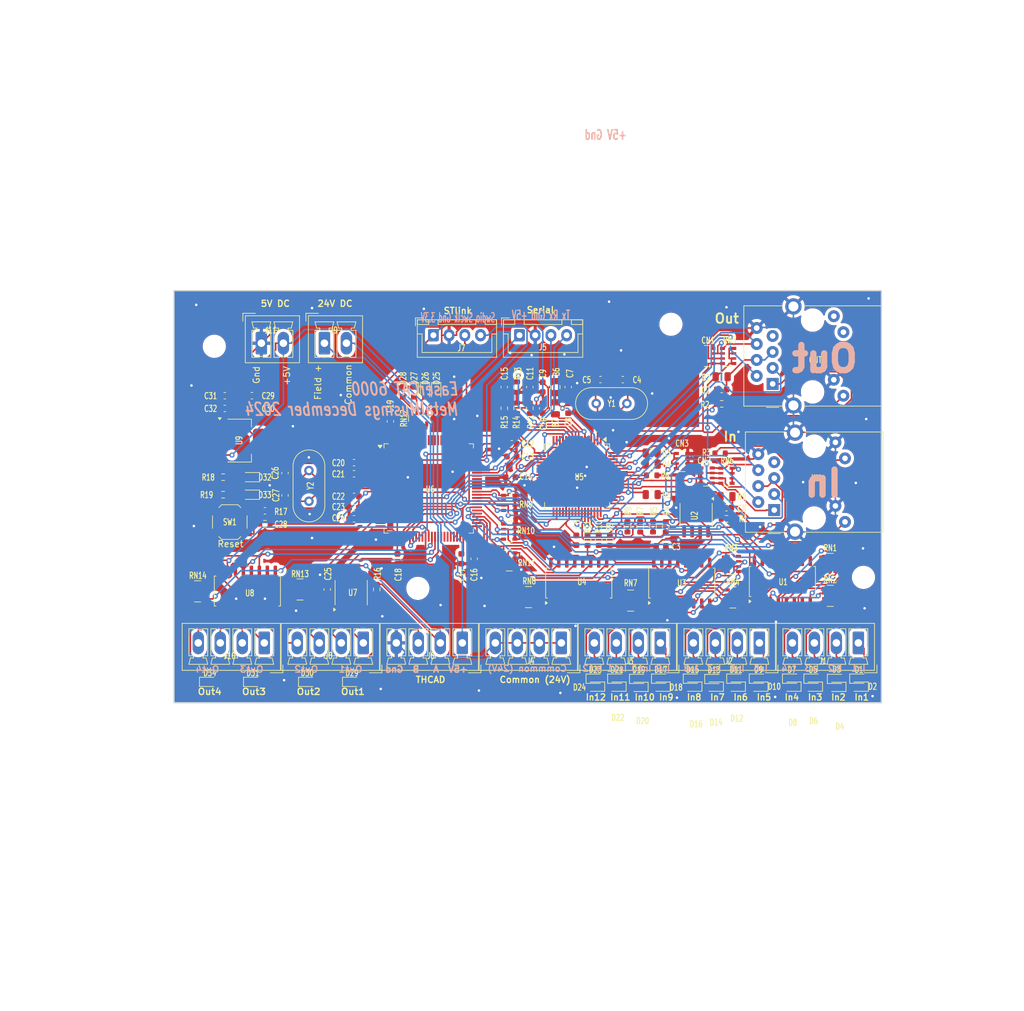
<source format=kicad_pcb>
(kicad_pcb (version 20240108) (generator "pcbnew") (generator_version "8.0")
  (title_block (comment 4 "AISLER Project ID: QPVFNKWE"))
  (layers (0 "F.Cu" signal) (31 "B.Cu" signal) (34 "B.Paste" user) (35 "F.Paste" user) (36 "B.SilkS" user "B.Silkscreen") (37 "F.SilkS" user "F.Silkscreen") (38 "B.Mask" user) (39 "F.Mask" user) (44 "Edge.Cuts" user))
  (net 0 "")
  (net 1 "+1V2")
  (net 2 "VDD12TX1")
  (net 3 "+3.3V")
  (net 4 "+3.3VA")
  (net 5 "GND")
  (net 6 "Net-(D1-A)")
  (net 7 "FXLOSA")
  (net 8 "FXLOSB")
  (net 9 "FXLOSEN")
  (net 10 "SPI_SCK")
  (net 11 "SPI_CS")
  (net 12 "SPI_MISO")
  (net 13 "SPI_MOSI")
  (net 14 "I2C_SDA")
  (net 15 "I2C_SCL")
  (net 16 "IRQ")
  (net 17 "+5V")
  (net 18 "TXPA")
  (net 19 "TXNA")
  (net 20 "RXPA")
  (net 21 "RXNA")
  (net 22 "TXPB")
  (net 23 "TXNB")
  (net 24 "RXPB")
  (net 25 "RXNB")
  (net 26 "Net-(IN1-Pad9)")
  (net 27 "Net-(OUT1-Pad9)")
  (net 28 "SWCLK")
  (net 29 "SWDIO")
  (net 30 "RX")
  (net 31 "TX")
  (net 32 "Net-(D25-A)")
  (net 33 "Net-(D5-A)")
  (net 34 "Net-(U5-OSCI)")
  (net 35 "Net-(D7-A)")
  (net 36 "THCAD_CTR")
  (net 37 "Net-(IN1-RCT)")
  (net 38 "Net-(OUT1-RCT)")
  (net 40 "Net-(D27-A)")
  (net 41 "Net-(U5-OSCO)")
  (net 45 "Net-(U6-VCAP_2)")
  (net 46 "Net-(U5-~{RST})")
  (net 47 "Net-(U6-VCAP_1)")
  (net 48 "SYNC0")
  (net 49 "SYNC1")
  (net 50 "Net-(U6-PH0)")
  (net 51 "Net-(U6-PH1)")
  (net 52 "Net-(U6-NRST)")
  (net 53 "Net-(D10-K)")
  (net 54 "Net-(D10-A)")
  (net 55 "Net-(D11-K)")
  (net 56 "Net-(D11-A)")
  (net 57 "Net-(D13-A)")
  (net 58 "Net-(D13-K)")
  (net 59 "Net-(D15-A)")
  (net 60 "Net-(D15-K)")
  (net 61 "Net-(D17-K)")
  (net 62 "Net-(D17-A)")
  (net 63 "Net-(D19-K)")
  (net 64 "Net-(D19-A)")
  (net 65 "Net-(D21-A)")
  (net 66 "Net-(D21-K)")
  (net 67 "Net-(D23-K)")
  (net 68 "Net-(D23-A)")
  (net 69 "B")
  (net 70 "A")
  (net 71 "24V_COMMON")
  (net 72 "Net-(D1-K)")
  (net 73 "Net-(D29-A)")
  (net 74 "Net-(IN1-Pad11)")
  (net 75 "24V_FIELD")
  (net 76 "RUNLED")
  (net 77 "Net-(D3-K)")
  (net 78 "IN9")
  (net 79 "IN10")
  (net 80 "IN11")
  (net 81 "IN8")
  (net 82 "Net-(D5-K)")
  (net 83 "Net-(D26-A)")
  (net 84 "Net-(D28-A)")
  (net 85 "LINKACTLED0")
  (net 86 "LINKACTLED1")
  (net 87 "Net-(D30-A)")
  (net 88 "Net-(RN12-R1.1)")
  (net 89 "Net-(RN12-R4.1)")
  (net 90 "Net-(RN12-R2.1)")
  (net 91 "IN5")
  (net 92 "IN7")
  (net 93 "IN4")
  (net 94 "IN6")
  (net 95 "IN2")
  (net 96 "IN0")
  (net 97 "IN1")
  (net 98 "IN3")
  (net 99 "Net-(RN7-R1.1)")
  (net 100 "Net-(RN7-R4.1)")
  (net 101 "Net-(RN7-R2.1)")
  (net 102 "Net-(RN7-R3.1)")
  (net 103 "Net-(RN8-R3.1)")
  (net 104 "Net-(RN8-R4.1)")
  (net 105 "Net-(RN8-R1.1)")
  (net 106 "Net-(RN8-R2.1)")
  (net 107 "Net-(RN12-R3.1)")
  (net 108 "Net-(RN13-R1.1)")
  (net 109 "Net-(RN13-R4.1)")
  (net 110 "Net-(RN13-R3.1)")
  (net 111 "Net-(J8-Pin_2)")
  (net 112 "Net-(J8-Pin_1)")
  (net 113 "Net-(J8-Pin_4)")
  (net 114 "Net-(J8-Pin_3)")
  (net 115 "Net-(RN13-R2.1)")
  (net 116 "OUT14")
  (net 117 "Net-(J10-Pin_4)")
  (net 118 "Net-(J10-Pin_2)")
  (net 119 "OUT12")
  (net 120 "Net-(J10-Pin_1)")
  (net 121 "Net-(J10-Pin_3)")
  (net 122 "OUT13")
  (net 123 "Net-(U2-SDA)")
  (net 124 "Net-(U2-SCL)")
  (net 125 "Net-(U5-RBIAS)")
  (net 126 "OUT15")
  (net 127 "Net-(RN1-R2.1)")
  (net 128 "Net-(RN1-R3.1)")
  (net 129 "Net-(RN1-R4.1)")
  (net 130 "Net-(RN1-R1.1)")
  (net 131 "Net-(RN2-R1.1)")
  (net 132 "Net-(RN2-R4.1)")
  (net 133 "Net-(RN2-R2.1)")
  (net 134 "Net-(RN2-R3.1)")
  (net 135 "Net-(RN4-R3.1)")
  (net 136 "Net-(RN4-R2.1)")
  (net 137 "Net-(RN4-R1.1)")
  (net 138 "Net-(RN4-R4.1)")
  (net 144 "Net-(D3-A)")
  (net 146 "Net-(D7-K)")
  (net 204 "Net-(RN3-R2.1)")
  (net 205 "Net-(RN3-R4.1)")
  (net 206 "Net-(RN3-R1.1)")
  (net 207 "Net-(RN3-R3.1)")
  (net 213 "Net-(D31-A)")
  (net 214 "Net-(D32-A)")
  (net 215 "Net-(D33-A)")
  (net 216 "Net-(D34-A)")
  (footprint "LED_SMD:LED_0603_1608Metric" (layer "F.Cu") (at 225.608 157.038)
    (property "Reference" "D13")
    (property "Value" "Yellow led")
  )
  (footprint "Package_TO_SOT_SMD:SOT-223-3_TabPin2" (layer "F.Cu") (at 150.114 119.126)
    (property "Reference" "U9")
    (property "Value" "AMS1117-3.3")
  )
  (footprint "LED_SMD:LED_0603_1608Metric" (layer "F.Cu") (at 232.6955 156.988)
    (property "Reference" "D9")
    (property "Value" "Yellow led")
  )
  (footprint "Resistor_SMD:R_0603_1608Metric" (layer "F.Cu") (at 147.536 127.731)
    (property "Reference" "R19")
    (property "Value" "2k")
  )
  (footprint "Package_SO:SOIC-8_3.9x4.9mm_P1.27mm" (layer "F.Cu") (at 222.758 131.064 -90)
    (property "Reference" "U2")
    (property "Value" "AT24CS32-SSHM")
  )
  (footprint "Capacitor_SMD:C_0603_1608Metric" (layer "F.Cu") (at 211.098 109.428)
    (property "Reference" "C4")
    (property "Value" "20pF")
  )
  (footprint "Resistor_SMD:R_Array_Convex_4x0603" (layer "F.Cu") (at 244.094 138.736 180)
    (property "Reference" "RN1")
    (property "Value" "1k")
  )
  (footprint "Resistor_SMD:R_0603_1608Metric" (layer "F.Cu") (at 213.868 132.842 -90)
    (property "Reference" "R7")
    (property "Value" "22")
  )
  (footprint "Connector_Phoenix_MC:PhoenixContact_MCV_1,5_4-G-3.5_1x04_P3.50mm_Vertical" (layer "F.Cu") (at 185.5725 151.3015 180)
    (property "Reference" "J6")
    (property "Value" "THCAD")
  )
  (footprint "Connector_Phoenix_MC:PhoenixContact_MCV_1,5_2-G-3.5_1x02_P3.50mm_Vertical" (layer "F.Cu") (at 153.612 103.632)
    (property "Reference" "J11")
    (property "Value" "5V input")
  )
  (footprint "LED_SMD:LED_0603_1608Metric" (layer "F.Cu") (at 222.1955 156.988)
    (property "Reference" "D15")
    (property "Value" "Yellow led")
  )
  (footprint "LED_SMD:LED_0603_1608Metric" (layer "F.Cu") (at 213.6445 157.024)
    (property "Reference" "D19")
    (property "Value" "Yellow led")
  )
  (footprint "Capacitor_SMD:C_0805_2012Metric" (layer "F.Cu") (at 226.822 108.966)
    (property "Reference" "B2")
    (property "Value" "BLM18EG221S")
  )
  (footprint "Package_QFP:TQFP-64-1EP_10x10mm_P0.5mm_EP8x8mm" (layer "F.Cu") (at 203.8298 124.836 -90)
    (property "Reference" "U5")
    (property "Value" "LAN9252_PT")
  )
  (footprint "Crystal:Crystal_HC49-4H_Vertical" (layer "F.Cu") (at 161.1788 128.77 90)
    (property "Reference" "Y2")
    (property "Value" "8 MHz")
  )
  (footprint "Resistor_SMD:R_0603_1608Metric" (layer "F.Cu") (at 227.584 131.572)
    (property "Reference" "R1")
    (property "Value" "1k")
  )
  (footprint "LED_SMD:LED_0603_1608Metric" (layer "F.Cu") (at 151.854 124.937 180)
    (property "Reference" "D32")
    (property "Value" "Blue")
  )
  (footprint "Capacitor_SMD:C_0603_1608Metric" (layer "F.Cu") (at 152.108 111.983)
    (property "Reference" "C29")
    (property "Value" "10uF")
  )
  (footprint "Resistor_SMD:R_0603_1608Metric" (layer "F.Cu") (at 192.247 113.985 -90)
    (property "Reference" "R15")
    (property "Value" "10k")
  )
  (footprint "LED_SMD:LED_0603_1608Metric" (layer "F.Cu") (at 210.1445 158.258 180)
    (property "Reference" "D22")
    (property "Value" "Red led")
  )
  (footprint "Resistor_SMD:R_Array_Convex_4x0603" (layer "F.Cu") (at 212.344 144.578)
    (property "Reference" "RN7")
    (property "Value" "4k7")
  )
  (footprint "Resistor_SMD:R_0603_1608Metric" (layer "F.Cu") (at 211.836 132.842 -90)
    (property "Reference" "R8")
    (property "Value" "22")
  )
  (footprint "MountingHole:MountingHole_3.2mm_M3_ISO14580" (layer "F.Cu") (at 249.375 140.875)
    (property "Reference" "H1")
    (property "Value" "MountingHole")
  )
  (footprint "Connector_Phoenix_MC:PhoenixContact_MCV_1,5_4-G-3.5_1x04_P3.50mm_Vertical" (layer "F.Cu") (at 154.0765 151.3015 180)
    (property "Reference" "J10")
    (property "Value" "Output3-4")
  )
  (footprint "Resistor_SMD:R_Array_Convex_4x0603" (layer "F.Cu") (at 224.42 124.676 180)
    (property "Reference" "CN2")
    (property "Value" "10pF")
  )
  (footprint "Resistor_SMD:R_0603_1608Metric" (layer "F.Cu") (at 226.822 113.284)
    (property "Reference" "R2")
    (property "Value" "1k")
  )
  (footprint "Resistor_SMD:R_0603_1608Metric" (layer "F.Cu") (at 205.486 134.9775 90)
    (property "Reference" "R11")
    (property "Value" "10k")
  )
  (footprint "LED_SMD:LED_0603_1608Metric" (layer "F.Cu") (at 222.1955 158.258 180)
    (property "Reference" "D16")
    (property "Value" "Red led")
  )
  (footprint "Resistor_SMD:R_0603_1608Metric" (layer "F.Cu") (at 171.958 142.8 90)
    (property "Reference" "R16")
    (property "Value" "120")
  )
  (footprint "Capacitor_SMD:C_0603_1608Metric" (layer "F.Cu") (at 157.3688 127.844 90)
    (property "Reference" "C27")
    (property "Value" "22pF")
  )
  (footprint "Capacitor_SMD:C_0603_1608Metric" (layer "F.Cu") (at 203.708 134.9775 90)
    (property "Reference" "C6")
    (property "Value" "0.1uF")
  )
  (footprint "Capacitor_SMD:C_0603_1608Metric" (layer "F.Cu") (at 227.584 129.794)
    (property "Reference" "C1")
    (property "Value" "0.1uF")
  )
  (footprint "LED_SMD:LED_0603_1608Metric" (layer "F.Cu") (at 210.17 156.988)
    (property "Reference" "D21")
    (property "Value" "Yellow led")
  )
  (footprint "Capacitor_SMD:C_0603_1608Metric" (layer "F.Cu") (at 193.2378 124.96)
    (property "Reference" "C14")
    (property "Value" "0.1uF")
  )
  (footprint "Resistor_SMD:R_0603_1608Metric" (layer "F.Cu") (at 215.9 132.842 -90)
    (property "Reference" "R5")
    (property "Value" "2k")
  )
  (footprint "Capacitor_SMD:C_0603_1608Metric" (layer "F.Cu") (at 193.4368 121.658 180)
    (property "Reference" "C13")
    (property "Value" "2.2uF")
  )
  (footprint "Capacitor_SMD:C_0603_1608Metric" (layer "F.Cu") (at 164.084 142.8 -90)
    (property "Reference" "C25")
    (property "Value" "0.1uF")
  )
  (footprint "Resistor_SMD:R_Array_Convex_4x0603" (layer "F.Cu") (at 196.088 144.018 180)
    (property "Reference" "RN8")
    (property "Value" "1k")
  )
  (footprint "LED_SMD:LED_0603_1608Metric" (layer "F.Cu") (at 241.3785 156.988)
    (property "Reference" "D5")
    (property "Value" "Yellow led")
  )
  (footprint "LED_SMD:LED_0603_1608Metric" (layer "F.Cu") (at 213.6445 158.294 180)
    (property "Reference" "D20")
    (property "Value" "Red led")
  )
  (footprint "Resistor_SMD:R_Array_Convex_4x0603" (layer "F.Cu") (at 224.536 105.664 180)
    (property "Reference" "CN1")
    (property "Value" "10pF")
  )
  (footprint "Package_SO:SOIC-16_4.55x10.3mm_P1.27mm" (layer "F.Cu") (at 236.474 141.53 90)
    (property "Reference" "U1")
    (property "Value" "TLP292-4")
  )
  (footprint "LED_SMD:LED_0603_1608Metric" (layer "F.Cu") (at 177.8728 111.382 -90)
    (property "Reference" "D27")
    (property "Value" "Red led")
  )
  (footprint "Capacitor_SMD:C_0603_1608Metric" (layer "F.Cu") (at 168.3458 129.786 180)
    (property "Reference" "C23")
    (property "Value" "0.1uF")
  )
  (footprint "Resistor_SMD:R_Array_Convex_4x0603" (layer "F.Cu") (at 227.584 124.714 180)
    (property "Reference" "RN6")
    (property "Value" "49.9")
  )
  (footprint "Package_SO:SOIC-16_4.55x10.3mm_P1.27mm" (layer "F.Cu") (at 151.384 143.054 -90)
    (property "Reference" "U8")
    (property "Value" "TLP292-4")
  )
  (footprint "Crystal:Crystal_HC49-4H_Vertical" (layer "F.Cu") (at 206.87 113.228)
    (property "Reference" "Y1")
    (property "Value" "25MHz")
  )
  (footprint "Package_SO:SOIC-16_4.55x10.3mm_P1.27mm" (layer "F.Cu") (at 220.472 141.784 90)
    (property "Reference" "U3")
    (property "Value" "TLP292-4")
  )
  (footprint "LED_SMD:LED_0603_1608Metric" (layer "F.Cu") (at 248.666 158.258 180)
    (property "Reference" "D2")
    (property "Value" "Red led")
  )
  (footprint "Connector_Phoenix_MC:PhoenixContact_MCV_1,5_4-G-3.5_1x04_P3.50mm_Vertical" (layer "F.Cu") (at 201.3205 151.3015 180)
    (property "Reference" "J4")
    (property "Value" "24V_Common")
  )
  (footprint "Capacitor_SMD:C_0603_1608Metric" (layer "F.Cu") (at 202.407 110.617 90)
    (property "Reference" "C7")
    (property "Value" "2uF")
  )
  (footprint "Resistor_SMD:R_0603_1608Metric" (layer "F.Cu") (at 196.311 113.985 90)
    (property "Reference" "R12")
    (property "Value" "10k")
  )
  (footprint "LED_SMD:LED_0603_1608Metric" (layer "F.Cu") (at 229.108 156.988)
    (property "Reference" "D11")
    (property "Value" "Yellow led")
  )
  (footprint "Capacitor_SMD:C_0603_1608Metric" (layer "F.Cu") (at 152.108 114.015)
    (property "Reference" "C30")
    (property "Value" "0.1uF")
  )
  (footprint "Capacitor_SMD:C_0603_1608Metric" (layer "F.Cu") (at 198.343 110.617 -90)
    (property "Reference" "C9")
    (property "Value" "1uF")
  )
  (footprint "Connector_JST:JST_XH_B4B-XH-A_1x04_P2.50mm_Vertical" (layer "F.Cu") (at 194.664 102.362)
    (property "Reference" "J5")
    (property "Value" "Serial usart1")
  )
  (footprint "HakansLibrary:PulseJack JB0011D01BNL" (layer "F.Cu") (at 235.184 130.175 -90)
    (property "Reference" "IN1")
    (property "Value" "J0011D01BNL")
  )
  (footprint "Connector_JST:JST_XH_B4B-XH-A_1x04_P2.50mm_Vertical" (layer "F.Cu") (at 180.968 102.362)
    (property "Reference" "J7")
    (property "Value" "STLINK")
  )
  (footprint "LED_SMD:LED_0603_1608Metric" (layer "F.Cu") (at 237.9725 158.258 180)
    (property "Reference" "D8")
    (property "Value" "Red led")
  )
  (footprint "Capacitor_SMD:C_0603_1608Metric" (layer "F.Cu") (at 207.542 109.418 180)
    (property "Reference" "C5")
    (property "Value" "20pF")
  )
  (footprint "Capacitor_SMD:C_0603_1608Metric" (layer "F.Cu") (at 193.4368 119.626)
    (property "Reference" "C12")
    (property "Value" "0.1uF")
  )
  (footprint "MountingHole:MountingHole_3.2mm_M3_ISO14580" (layer "F.Cu") (at 218.75 100.625)
    (property "Reference" "H2")
    (property "Value" "MountingHole")
  )
  (footprint "Capacitor_SMD:C_0805_2012Metric" (layer "F.Cu") (at 200.375 110.617 -90)
    (property "Reference" "B6")
    (property "Value" "BLM18EG221S")
  )
  (footprint "Resistor_SMD:R_0603_1608Metric" (layer "F.Cu") (at 226.568 121.158 180)
    (property "Reference" "R3")
    (property "Value" "1k")
  )
  (footprint "Capacitor_SMD:C_0603_1608Metric" (layer "F.Cu") (at 192.247 110.617 90)
    (property "Reference" "C15")
    (property "Value" "0.1uF")
  )
  (footprint "Capacitor_SMD:C_0603_1608Metric" (layer "F.Cu") (at 168.3458 128.008 180)
    (property "Reference" "C22")
    (property "Value" "0.1uF")
  )
  (footprint "Capacitor_SMD:C_0805_2012Metric" (layer "F.Cu") (at 200.375 113.985 90)
    (property "Reference" "B7")
    (property "Value" "BLM18EG221S")
  )
  (footprint "Resistor_SMD:R_Array_Convex_4x0603" (layer "F.Cu") (at 220.5193 122.372)
    (property "Reference" "CN3")
    (property "Value" "0.1uF")
  )
  (footprint "LED_SMD:LED_0603_1608Metric" (layer "F.Cu") (at 217.1445 156.988)
    (property "Reference" "D17")
    (property "Value" "Yellow led")
  )
  (footprint "Capacitor_SMD:C_0603_1608Metric" (layer "F.Cu") (at 196.311 110.617 -90)
    (property "Reference" "C11")
    (property "Value" "470pF")
  )
  (footprint "LED_SMD:LED_0603_1608Metric" (layer "F.Cu") (at 152.25 157.5)
    (property "Reference" "D31")
    (property "Value" "White")
  )
  (footprint "LED_SMD:LED_0603_1608Metric" (layer "F.Cu") (at 151.854 127.731 180)
    (property "Reference" "D33")
    (property "Value" "Blue")
  )
  (footprint "Capacitor_SMD:C_0805_2012Metric" (layer "F.Cu") (at 215.6933 127.706 180)
    (property "Reference" "B5")
    (property "Value" "BLM18EG221S")
  )
  (footprint "Resistor_SMD:R_0603_1608Metric" (layer "F.Cu") (at 194.279 110.617 -90)
    (property "Reference" "R13")
    (property "Value" "10k")
  )
  (footprint "Capacitor_SMD:C_0603_1608Metric" (layer "F.Cu") (at 147.79 111.983 180)
    (property "Reference" "C31")
    (property "Value" "10uF")
  )
  (footprint "Capacitor_SMD:C_0805_2012Metric" (layer "F.Cu") (at 227.584 128.016)
    (property "Reference" "B1")
    (property "Value" "BLM18EG221S")
  )
  (footprint "LED_SMD:LED_0603_1608Metric" (layer "F.Cu") (at 145.25 157.5)
    (property "Reference" "D34")
    (property "Value" "White")
  )
  (footprint "Capacitor_SMD:C_0603_1608Metric" (layer "F.Cu") (at 147.79 114.015 180)
    (property "Reference" "C32")
    (property "Value" "0.1uF")
  )
  (footprint "Package_QFP:LQFP-100_14x14mm_P0.5mm" (layer "F.Cu") (at 180.2288 126.738)
    (property "Reference" "U6")
    (property "Value" "STM32F407VGT6")
  )
  (footprint "Capacitor_SMD:C_0603_1608Metric" (layer "F.Cu") (at 168.3458 124.404 180)
    (property "Reference" "C21")
    (property "Value" "0.1uF")
  )
  (footprint "Capacitor_SMD:C_0603_1608Metric" (layer "F.Cu") (at 174.1328 116.07 90)
    (property "Reference" "C19")
    (property "Value" "0.1uF")
  )
  (footprint "Capacitor_SMD:C_0603_1608Metric" (layer "F.Cu") (at 175.26 137.922 -90)
    (property "Reference" "C18")
    (property "Value" "0.1uF")
  )
  (footprint "Resistor_SMD:R_Array_Convex_4x0603" (layer "F.Cu") (at 227.838 105.664 180)
    (property "Reference" "RN5")
    (property "Value" "49.9")
  )
  (footprint "LED_SMD:LED_0603_1608Metric" (layer "F.Cu") (at 241.3785 158.258 180)
    (property "Reference" "D6")
    (property "Value" "Red led")
  )
  (footprint "Connector_Phoenix_MC:PhoenixContact_MCV_1,5_4-G-3.5_1x04_P3.50mm_Vertical" (layer "F.Cu") (at 169.8245 151.3015 180)
    (property "Reference" "J8")
    (property "Value" "Output1-2")
  )
  (footprint "LED_SMD:LED_0603_1608Metric" (layer "F.Cu") (at 206.732 156.9945)
    (property "Reference" "D23")
    (property "Value" "Yellow led")
  )
  (footprint "Button_Switch_SMD:SW_Push_1P1T_XKB_TS-1187A" (layer "F.Cu") (at 148.59 132.08)
    (property "Reference" "SW1")
    (property "Value" "SW_Push")
  )
  (footprint "Capacitor_SMD:C_0603_1608Metric" (layer "F.Cu") (at 185.42 137.922 90)
    (property "Reference" "C17")
    (property "Value" "2.2uF")
  )
  (footprint "MountingHole:MountingHole_3.2mm_M3_ISO14580" (layer "F.Cu") (at 178.5 142.625)
    (property "Reference" "H3")
    (property "Value" "MountingHole")
  )
  (footprint "Resistor_SMD:R_Array_Convex_4x0603" (layer "F.Cu") (at 193.04 129.032)
    (property "Reference" "RN9")
    (property "Value" "39k")
  )
  (footprint "Resistor_SMD:R_Array_Convex_4x0603" (layer "F.Cu") (at 228.6 144.07)
    (property "Reference" "RN4")
    (property "Value" "4k7")
  )
  (footprint "Capacitor_SMD:C_0603_1608Metric" (layer "F.Cu") (at 198.343 113.985 -90)
    (property "Reference" "C10")
    (property "Value" "0.1uF")
  )
  (footprint "LED_SMD:LED_0603_1608Metric" (layer "F.Cu") (at 181.4288 111.382 -90)
    (property "Reference" "D25")
    (property "Value" "Green led")
  )
  (footprint "Capacitor_SMD:C_0603_1608Metric" (layer "F.Cu") (at 187.452 137.922 -90)
    (property "Reference" "C16")
    (property "Value" "0.1uF")
  )
  (footprint "Resistor_SMD:R_Array_Convex_4x0603" (layer "F.Cu") (at 193.04 133.604)
    (property "Reference" "RN10")
    (property "Value" "39k")
  )
  (footprint "Capacitor_SMD:C_0805_2012Metric" (layer "F.Cu") (at 215.6933 122.88 180)
    (property "Reference" "B4")
    (property "Value" "BLM18EG221S")
  )
  (footprint "Resistor_SMD:R_Array_Convex_4x0603" (layer "F.Cu") (at 178.7048 115.562 90)
    (property "Reference" "RN12")
    (property "Value" "1k")
  )
  (footprint "Resistor_SMD:R_0603_1608Metric" (layer "F.Cu") (at 207.264 134.9775 -90)
    (property "Reference" "R10")
    (property "Value" "10k")
  )
  (footprint "Resistor_SMD:R_Array_Convex_4x0603" (layer "F.Cu") (at 159.766 142.8)
    (property "Reference" "RN13")
    (property "Value" "330")
  )
  (footprint "Resistor_SMD:R_0603_1608Metric" (layer "F.Cu") (at 147.536 124.937)
    (property "Reference" "R18")
    (property "Value" "2k")
  )
  (footprint "Resistor_SMD:R_0603_1608Metric" (layer "F.Cu") (at 209.042 134.9775 -90)
    (property "Reference" "R9")
    (property "Value" "10k")
  )
  (footprint "Connector_Phoenix_MC:PhoenixContact_MCV_1,5_4-G-3.5_1x04_P3.50mm_Vertical" (layer "F.Cu") (at 232.8165 151.3015 180)
    (property "Reference" "J2")
    (property "Value" "In5-8")
  )
  (footprint "LED_SMD:LED_0603_1608Metric" (layer "F.Cu") (at 248.666 156.988)
    (property "Reference" "D1")
    (property "Value" "Yellow led")
  )
  (footprint "LED_SMD:LED_0603_1608Metric" (layer "F.Cu") (at 161 157.5)
    (property "Reference" "D30")
    (property "Value" "White")
  )
  (footprint "Resistor_SMD:R_Array_Convex_4x0603" (layer "F.Cu") (at 228.6 138.736 180)
    (property "Reference" "RN3")
    (property "Value" "1k")
  )
  (footprint "Connector_Phoenix_MC:PhoenixContact_MCV_1,5_4-G-3.5_1x04_P3.50mm_Vertical" (layer "F.Cu") (at 248.5645 151.3015 180)
    (property "Reference" "J1")
    (property "Value" "In1-4")
  )
  (footprint "Package_SO:SO-8_3.9x4.9mm_P1.27mm" (layer "F.Cu") (at 167.894 143.308 90)
    (property "Reference" "U7")
    (property "Value" "MAX3485CSA/ESA")
  )
  (footprint "Resistor_SMD:R_0603_1608Metric" (layer "F.Cu") (at 215.6933 124.658 180)
    (property "Reference" "R6")
    (property "Value" "12.1k")
  )
  (footprint "Resistor_SMD:R_0603_1608Metric" (layer "F.Cu") (at 194.279 113.985 90)
    (property "Reference" "R14")
    (property "Value" "10k")
  )
  (footprint "LED_SMD:LED_0603_1608Metric" (layer "F.Cu") (at 217.1445 158.258 180)
    (property "Reference" "D18")
    (property "Value" "Red led")
  )
  (footprint "Capacitor_SMD:C_0603_1608Metric" (layer "F.Cu") (at 157.3688 124.288 -90)
    (property "Reference" "C26")
    (property "Value" "22pF")
  )
  (footprint "LED_SMD:LED_0603_1608Metric" (layer "F.Cu") (at 229.108 158.258 180)
    (property "Reference" "D12")
    (property "Value" "Red led")
  )
  (footprint "Capacitor_SMD:C_0603_1608Metric" (layer "F.Cu") (at 202.407 113.985 -90)
    (property "Reference" "C8")
    (property "Value" "0.1uF")
  )
  (footprint "HakansLibrary:PulseJack JB0011D01BNL" (layer "F.Cu") (at 234.93 110.109 -90)
    (property "Reference" "OUT1")
    (property "Value" "J0011D01BNL")
  )
  (footprint "Capacitor_SMD:C_0805_2012Metric" (layer "F.Cu") (at 215.6933 121.102 180)
    (property "Reference" "B3")
    (property "Value" "BLM18EG221S")
  )
  (footprint "LED_SMD:LED_0603_1608Metric" (layer "F.Cu") (at 179.6508 111.382 -90)
    (property "Reference" "D26")
    (property "Value" "Orange led")
  )
  (footprint "Resistor_SMD:R_Array_Convex_4x0603" (layer "F.Cu") (at 244.094 143.816)
    (property "Reference" "RN2")
    (property "Value" "4k7")
  )
  (footprint "Resistor_SMD:R_Array_Convex_4x0603" (layer "F.Cu") (at 193.04 138.176)
    (property "Reference" "RN11")
    (property "Value" "39k")
  )
  (footprint "LED_SMD:LED_0603_1608Metric" (layer "F.Cu") (at 168 157.5)
    (property "Reference" "D29")
    (property "Value" "White")
  )
  (footprint "LED_SMD:LED_0603_1608Metric" (layer "F.Cu") (at 206.732 158.258 180)
    (property "Reference" "D24")
    (property "Value" "Red led")
  )
  (footprint "LED_SMD:LED_0603_1608Metric" (layer "F.Cu") (at 232.6955 158.258 180)
    (property "Reference" "D10")
    (property "Value" "Red led")
  )
  (footprint "Capacitor_SMD:C_0603_1608Metric" (layer "F.Cu") (at 217.17 135.89)
    (property "Reference" "C3")
    (property "Value" "0.1uF")
  )
  (footprint "Capacitor_SMD:C_0603_1608Metric" (layer "F.Cu") (at 168.3458 122.626 180)
    (property "Reference" "C20")
    (property "Value" "0.1uF")
  )
  (footprint "Capacitor_SMD:C_0603_1608Metric" (layer "F.Cu") (at 226.822 110.998)
    (property "Reference" "C2")
    (property "Value" "0.1uF")
  )
  (footprint "Resistor_SMD:R_0603_1608Metric" (layer "F.Cu") (at 154.178 132.334)
    (property "Reference" "R17")
    (property "Value" "1k")
  )
  (footprint "Resistor_SMD:R_Array_Convex_4x0603" (layer "F.Cu") (at 143.475 143.1 180)
    (property "Reference" "RN14")
    (property "Value" "4k7")
  )
  (footprint "Connector_Phoenix_MC:PhoenixContact_MCV_1,5_2-G-3.5_1x02_P3.50mm_Vertical" (layer "F.Cu") (at 163.6425 103.632)
    (property "Reference" "J9")
    (property "Value" "24V Field")
  )
  (footprint "Package_SO:SOIC-16_4.55x10.3mm_P1.27mm" (layer "F.Cu") (at 204.089 141.784 90)
    (property "Reference" "U4")
    (property "Value" "TLP292-4")
  )
  (footprint "LED_SMD:LED_0603_1608Metric" (layer "F.Cu") (at 176.0948 111.382 -90)
    (property "Reference" "D28")
    (property "Value" "Blue led")
  )
  (footprint "LED_SMD:LED_0603_1608Metric" (layer "F.Cu") (at 237.9725 156.988)
    (property "Reference" "D7")
    (property "Value" "Yellow led")
  )
  (footprint "LED_SMD:LED_0603_1608Metric" (layer "F.Cu") (at 245.11 157.024)
    (property "Reference" "D3")
    (property "Value" "Yellow led")
  )
  (footprint "Capacitor_SMD:C_0603_1608Metric" (layer "F.Cu") (at 154.178 130.302 180)
    (property "Reference" "C28")
    (property "Value" "0.1uF")
  )
  (footprint "LED_SMD:LED_0603_1608Metric" (layer "F.Cu") (at 245.11 158.294 180)
    (property "Reference" "D4")
    (property "Value" "Red led")
  )
  (footprint "Resistor_SMD:R_0603_1608Metric" (layer "F.Cu") (at 217.932 132.842 -90)
    (property "Reference" "R4")
    (property "Value" "2k")
  )
  (footprint "LED_SMD:LED_0603_1608Metric" (layer "F.Cu") (at 225.608 158.258 180)
    (property "Reference" "D14")
    (property "Value" "Red led")
  )
  (footprint "Capacitor_SMD:C_0603_1608Metric" (layer "F.Cu") (at 168.3458 131.564 180)
    (property "Reference" "C24")
    (property "Value" "0.1uF")
  )
  (footprint "MountingHole:MountingHole_3.2mm_M3_ISO14580" (layer "F.Cu") (at 146.125 104.125)
    (property "Reference" "H4")
    (property "Value" "MountingHole")
  )
  (footprint "Connector_Phoenix_MC:PhoenixContact_MCV_1,5_4-G-3.5_1x04_P3.50mm_Vertical" (layer "F.Cu") (at 217.0685 151.3015 180)
    (property "Reference" "J3")
    (property "Value" "In9-12")
  )
  (gr_rect (start 139.7 95.277) (end 252.222 160.834) (stroke (width 0.2)) (fill none) (layer "Edge.Cuts"))
  (gr_text "+5V  A   B  Gnd" (at 186.563 156.083 0) (layer "B.SilkS") (effects (font (size 1 1) (thickness 0.25) (bold yes)) (justify left bottom mirror)))
  (gr_text "Swdio Swclk Gnd 3.3V" (at 190.881 100.457 0) (layer "B.SilkS") (effects (font (size 1.5 0.7) (thickness 0.175) (bold yes)) (justify left bottom mirror)))
  (gr_text "+5V Gnd" (at 211.836 71.374 0) (layer "B.SilkS") (effects (font (size 1.5 1) (thickness 0.25) (bold yes)) (justify left bottom mirror)))
  (gr_text "EaserCAT 6000\nMetalMusings December 2024" (at 185.166 115.316 0) (layer "B.SilkS") (effects (font (size 2 1.5) (thickness 0.3) (bold yes) (italic yes)) (justify left bottom mirror)))
  (gr_text "Commmon (24V)" (at 202.311 155.956 0) (layer "B.SilkS") (effects (font (size 1 1) (thickness 0.19) (bold yes)) (justify left bottom mirror)))
  (gr_text "Out1    Out2      Out3    Out4" (at 169.799 156.083 0) (layer "B.SilkS") (effects (font (size 1 1.08) (thickness 0.2) (bold yes)) (justify left bottom mirror)))
  (gr_text "In" (at 246.38 128.27 0) (layer "B.SilkS") (effects (font (size 4 4) (thickness 1) (bold yes)) (justify left bottom mirror)))
  (gr_text "In1  In2  In3  In4   In5  In6  In7  In8   In9 In10 In11 In12" (at 249.809 155.956 0) (layer "B.SilkS") (effects (font (size 1 0.96) (thickness 0.19) (bold yes)) (justify left bottom mirror)))
  (gr_text "Tx Rx Gnd +5V" (at 202.819 100.076 0) (layer "B.SilkS") (effects (font (size 1.5 0.8) (thickness 0.2) (bold yes)) (justify left bottom mirror)))
  (gr_text "Out" (at 248.92 108.458 0) (layer "B.SilkS") (effects (font (size 4 4) (thickness 1) (bold yes)) (justify left bottom mirror)))
  (gr_text "5V DC" (at 153.416 97.917 0) (layer "F.SilkS") (effects (font (size 1 1) (thickness 0.2) (bold yes)) (justify left bottom)))
  (gr_text "Gnd\n\n\n+5V" (at 158.242 107.188 90) (layer "F.SilkS") (effects (font (size 1 1)) (justify right bottom)))
  (gr_text "Common (24V)" (at 191.389 157.734 0) (layer "F.SilkS") (effects (font (size 1 1) (thickness 0.2) (bold yes)) (justify left bottom)))
  (gr_text "STlink" (at 182.499 99.06 0) (layer "F.SilkS") (effects (font (size 1 1) (thickness 0.2) (bold yes)) (justify left bottom)))
  (gr_text "Out4    Out3      Out2    Out1" (at 143.383 159.639 0) (layer "F.SilkS") (effects (font (size 1 1.08) (thickness 0.2) (bold yes)) (justify left bottom)))
  (gr_text "In" (at 226.949 119.38 0) (layer "F.SilkS") (effects (font (size 1.5 1.5) (thickness 0.3) (bold yes)) (justify left bottom)))
  (gr_text "Reset" (at 146.558 136.144 0) (layer "F.SilkS") (effects (font (size 1 1)) (justify left bottom)))
  (gr_text "24V DC" (at 162.433 97.917 0) (layer "F.SilkS") (effects (font (size 1 1) (thickness 0.2) (bold yes)) (justify left bottom)))
  (gr_text "Out" (at 225.552 100.584 0) (layer "F.SilkS") (effects (font (size 1.5 1.5) (thickness 0.3) (bold yes)) (justify left bottom)))
  (gr_text "Field +\n\n\nCommon" (at 168.021 106.934 90) (layer "F.SilkS") (effects (font (size 1 1)) (justify right bottom)))
  (gr_text "THCAD" (at 178.054 157.734 0) (layer "F.SilkS") (effects (font (size 1 1) (thickness 0.2) (bold yes)) (justify left bottom)))
  (gr_text "Serial" (at 195.707 98.933 0) (layer "F.SilkS") (effects (font (size 1 1) (thickness 0.2) (bold yes)) (justify left bottom)))
  (gr_text "In12 In11 In10 In9   In8  In7  In6  In5   In4  In3  In2  In1" (at 205.105 160.528 0) (layer "F.SilkS") (effects (font (size 1 0.96) (thickness 0.192) (bold yes)) (justify left bottom)))
  (segment (start 199.234 110.733) (end 199.234 113.869) (width 0.25) (layer "F.Cu") (net 1))
  (segment (start 199.234 113.869) (end 198.343 114.76) (width 0.25) (layer "F.Cu") (net 1))
  (segment (start 200.9905 133.202) (end 202.0927 132.0998) (width 0.25) (layer "F.Cu") (net 1))
  (segment (start 196.9992 124.6414) (end 196.7618 124.6414) (width 0.25) (layer "F.Cu") (net 1))
  (segment (start 200.375 109.667) (end 199.309 110.733) (width 0.25) (layer "F.Cu") (net 1))
  (segment (start 204.9388 117.7044) (end 205.0798 117.8454) (width 0.25) (layer "F.Cu") (net 1))
  (segment (start 198.343 109.842) (end 196.311 109.842) (width 0.25) (layer "F.Cu") (net 1))
  (segment (start 201.0266 115.5866) (end 200.375 114.935) (width 0.25) (layer "F.Cu") (net 1))
  (segment (start 199.234 113.869) (end 199.309 113.869) (width 0.25) (layer "F.Cu") (net 1))
  (segment (start 196.6025 124.96) (end 196.6025 131.211499) (width 0.25) (layer "F.Cu") (net 1))
  (segment (start 199.309 113.869) (end 200.375 114.935) (width 0.25) (layer "F.Cu") (net 1))
  (segment (start 196.6025 124.8007) (end 196.6025 124.96) (width 0.25) (layer "F.Cu") (net 1))
  (segment (start 199.234 110.733) (end 198.343 109.842) (width 0.25) (layer "F.Cu") (net 1))
  (segment (start 204.9388 117.7044) (end 202.821 115.5866) (width 0.25) (layer "F.Cu") (net 1))
  (segment (start 196.6025 131.211499) (end 198.593001 133.202) (width 0.25) (layer "F.Cu") (net 1))
  (segment (start 202.821 115.5866) (end 201.0266 115.5866) (width 0.25) (layer "F.Cu") (net 1))
  (segment (start 196.6025 124.96) (end 194.0128 124.96) (width 0.25) (layer "F.Cu") (net 1))
  (segment (start 199.309 110.733) (end 199.234 110.733) (width 0.25) (layer "F.Cu") (net 1))
  (segment (start 202.5798 130.536) (end 202.5798 131.6127) (width 0.25) (layer "F.Cu") (net 1))
  (segment (start 203.708 134.2025) (end 202.0927 132.5872) (width 0.25) (layer "F.Cu") (net 1))
  (segment (start 196.7618 124.6414) (end 196.6025 124.8007) (width 0.25) (layer "F.Cu") (net 1))
  (segment (start 205.0798 117.8454) (end 205.0798 119.136) (width 0.25) (layer "F.Cu") (net 1))
  (segment (start 202.0927 132.0998) (end 202.5798 131.6127) (width 0.25) (layer "F.Cu") (net 1))
  (segment (start 198.1298 124.586) (end 197.0546 124.586) (width 0.25) (layer "F.Cu") (net 1))
  (segment (start 198.593001 133.202) (end 200.9905 133.202) (width 0.25) (layer "F.Cu") (net 1))
  (segment (start 202.0927 132.5872) (end 202.0927 132.0998) (width 0.25) (layer "F.Cu") (net 1))
  (segment (start 197.0546 124.586) (end 196.9992 124.6414) (width 0.25) (layer "F.Cu") (net 1))
  (via (at 196.7618 124.6414) (size 0.8) (drill 0.4) (layers "F.Cu" "B.Cu") (net 1))
  (via (at 204.9388 117.7044) (size 0.8) (drill 0.4) (layers "F.Cu" "B.Cu") (net 1))
  (segment (start 202.2086 117.7044) (end 204.9388 117.7044) (width 0.25) (layer "B.Cu") (net 1))
  (segment (start 196.7618 123.1512) (end 202.2086 117.7044) (width 0.25) (layer "B.Cu") (net 1))
  (segment (start 196.7618 124.6414) (end 196.7618 123.1512) (width 0.25) (layer "B.Cu") (net 1))
  (segment (start 209.5298 123.586) (end 212.009 123.586) (width 0.25) (layer "F.Cu") (net 2))
  (segment (start 200.375 113.035) (end 200.375 111.567) (width 0.25) (layer "F.Cu") (net 2))
  (segment (start 208.6506 125.086) (end 208.455 124.8904) (width 0.25) (layer "F.Cu") (net 2))
  (segment (start 208.6112 123.586) (end 209.5298 123.586) (width 0.25) (layer "F.Cu") (net 2))
  (segment (start 202.407 113.21) (end 202.407 111.392) (width 0.25) (layer "F.Cu") (net 2))
  (segment (start 202.407 113.21) (end 202.2777 113.21) (width 0.25) (layer "F.Cu") (net 2))
  (segment (start 202.2777 113.21) (end 201.5027 113.985) (width 0.25) (layer "F.Cu") (net 2))
  (segment (start 200.5527 113.035) (end 201.5027 113.985) (width 0.25) (layer "F.Cu") (net 2))
  (segment (start 200.375 113.035) (end 200.5527 113.035) (width 0.25) (layer "F.Cu") (net 2))
  (segment (start 209.5298 125.086) (end 208.6506 125.086) (width 0.25) (layer "F.Cu") (net 2))
  (segment (start 208.455 124.8904) (end 208.455 123.7422) (width 0.25) (layer "F.Cu") (net 2))
  (segment (start 208.455 123.7422) (end 208.6112 123.586) (width 0.25) (layer "F.Cu") (net 2))
  (segment (start 212.009 123.586) (end 212.1675 123.4275) (width 0.25) (layer "F.Cu") (net 2))
  (via (at 212.1675 123.4275) (size 0.8) (drill 0.4) (layers "F.Cu" "B.Cu") (net 2))
  (via (at 201.5027 113.985) (size 0.8) (drill 0.4) (layers "F.Cu" "B.Cu") (net 2))
  (segment (start 206.5312 118.712) (end 206.5312 118.1812) (width 0.25) (layer "B.Cu") (net 2))
  (segment (start 206.5312 118.1812) (end 202.335 113.985) (width 0.25) (layer "B.Cu") (net 2))
  (segment (start 211.2467 123.4275) (end 206.5312 118.712) (width 0.25) (layer "B.Cu") (net 2))
  (segment (start 212.1675 123.4275) (end 211.2467 123.4275) (width 0.25) (layer "B.Cu") (net 2))
  (segment (start 202.335 113.985) (end 201.5027 113.985) (width 0.25) (layer "B.Cu") (net 2))
  (segment (start 175.2288 131.0822) (end 176.7081 129.6029) (width 0.25) (layer "F.Cu") (net 3))
  (segment (start 228.0113 106.9362) (end 225.9815 108.966) (width 0.25) (layer "F.Cu") (net 3))
  (segment (start 199.9711 120.2127) (end 201.0798 120.2127) (width 0.25) (layer "F.Cu") (net 3))
  (segment (start 239.649 138.093) (end 238.709 137.153) (width 0.25) (layer "F.Cu") (net 3))
  (segment (start 151.333 111.983) (end 151.333 114.015) (width 0.25) (layer "F.Cu") (net 3))
  (segment (start 221.107 137.4068) (end 221.107 138.534) (width 0.25) (layer "F.Cu") (net 3))
  (segment (start 229.3717 123.675) (end 229.491 123.675) (width 0.25) (layer "F.Cu") (net 3))
  (segment (start 175.2288 137.147) (end 169.2521 137.147) (width 0.25) (layer "F.Cu") (net 3))
  (segment (start 172.5538 129.738) (end 171.6151 129.738) (width 0.25) (layer "F.Cu") (net 3))
  (segment (start 170.4548 125.738) (end 172.5538 125.738) (width 0.25) (layer "F.Cu") (net 3))
  (segment (start 224.663 133.539) (end 225.2057 134.0817) (width 0.25) (layer "F.Cu") (net 3))
  (segment (start 221.107 137.4068) (end 222.7327 137.4068) (width 0.25) (layer "F.Cu") (net 3))
  (segment (start 174.2288 119.063) (end 174.1328 118.967) (width 0.25) (layer "F.Cu") (net 3))
  (segment (start 168.2999 132.3849) (end 155.0539 132.3849) (width 0.25) (layer "F.Cu") (net 3))
  (segment (start 203.962 137.4068) (end 204.724 138.1688) (width 0.25) (layer "F.Cu") (net 3))
  (segment (start 194.1846 122.944) (end 194.1846 123.5274) (width 0.25) (layer "F.Cu") (net 3))
  (segment (start 173.4296 125.738) (end 172.5538 125.738) (width 0.25) (layer "F.Cu") (net 3))
  (segment (start 165.989 140.4101) (end 165.989 140.733) (width 0.25) (layer "F.Cu") (net 3))
  (segment (start 165.376 140.733) (end 164.084 142.025) (width 0.25) (layer "F.Cu") (net 3))
  (segment (start 210.043 138.534) (end 207.0432 141.5338) (width 0.25) (layer "F.Cu") (net 3))
  (segment (start 228.484 123.514) (end 228.484 124.314) (width 0.25) (layer "F.Cu") (net 3))
  (segment (start 172.5538 123.238) (end 171.5455 123.238) (width 0.25) (layer "F.Cu") (net 3))
  (segment (start 219.2995 137.4068) (end 219.2995 137.2445) (width 0.25) (layer "F.Cu") (net 3))
  (segment (start 207.0432 141.5338) (end 191.8388 141.5338) (width 0.25) (layer "F.Cu") (net 3))
  (segment (start 193.011 113.924) (end 192.247 113.16) (width 0.25) (layer "F.Cu") (net 3))
  (segment (start 232.2371 136.6936) (end 232.2371 137.1243) (width 0.25) (layer "F.Cu") (net 3))
  (segment (start 169.1208 131.564) (end 168.2999 132.3849) (width 0.25) (layer "F.Cu") (net 3))
  (segment (start 172.5538 131.238) (end 172.5538 130.738) (width 0.25) (layer "F.Cu") (net 3))
  (segment (start 165.6208 119.126) (end 153.264 119.126) (width 0.25) (layer "F.Cu") (net 3))
  (segment (start 165.989 140.733) (end 165.376 140.733) (width 0.25) (layer "F.Cu") (net 3))
  (segment (start 175.2288 137.147) (end 175.2288 134.413) (width 0.25) (layer "F.Cu") (net 3))
  (segment (start 202.184 138.284) (end 202.184 138.534) (width 0.25) (layer "F.Cu") (net 3))
  (segment (start 237.109 138.4807) (end 237.109 138.28) (width 0.25) (layer "F.Cu") (net 3))
  (segment (start 199.2058 128.586) (end 199.2065 128.5853) (width 0.25) (layer "F.Cu") (net 3))
  (segment (start 194.6496 118.8073) (end 195.0077 119.1654) (width 0.25) (layer "F.Cu") (net 3))
  (segment (start 219.0136 131.7306) (end 219.0136 131.966) (width 0.25) (layer "F.Cu") (net 3))
  (segment (start 207.0798 131.3981) (end 207.0798 130.536) (width 0.25) (layer "F.Cu") (net 3))
  (segment (start 186.6499 123.3154) (end 186.6499 128.8778) (width 0.25) (layer "F.Cu") (net 3))
  (segment (start 185.6526 129.8751) (end 185.6526 129.9515) (width 0.25) (layer "F.Cu") (net 3))
  (segment (start 228.738 104.464) (end 228.0113 104.464) (width 0.25) (layer "F.Cu") (net 3))
  (segment (start 217.4399 122.88) (end 218.2845 123.7246) (width 0.25) (layer "F.Cu") (net 3))
  (segment (start 217.9528 127.5106) (end 218.1871 127.2763) (width 0.25) (layer "F.Cu") (net 3))
  (segment (start 237.109 138.093) (end 237.109 138.28) (width 0.25) (layer "F.Cu") (net 3))
  (segment (start 151.333 114.015) (end 151.333 117.195) (width 0.25) (layer "F.Cu") (net 3))
  (segment (start 234.569 138.28) (end 234.569 138.4809) (width 0.25) (layer "F.Cu") (net 3))
  (segment (start 173.5401 123.238) (end 172.5538 123.238) (width 0.25) (layer "F.Cu") (net 3))
  (segment (start 187.9038 120.738) (end 189.0158 119.626) (width 0.25) (layer "F.Cu") (net 3))
  (segment (start 196.788 113.924) (end 193.011 113.924) (width 0.25) (layer "F.Cu") (net 3))
  (segment (start 205.486 137.4068) (end 204.724 138.1688) (width 0.25) (layer "F.Cu") (net 3))
  (segment (start 208.8913 137.3823) (end 208.1696 137.3823) (width 0.25) (layer "F.Cu") (net 3))
  (segment (start 233.6565 137.1243) (end 232.2371 137.1243) (width 0.25) (layer "F.Cu") (net 3))
  (segment (start 199.2065 128.5853) (end 199.2065 122.5867) (width 0.25) (layer "F.Cu") (net 3))
  (segment (start 189.0158 119.626) (end 192.6618 119.626) (width 0.25) (layer "F.Cu") (net 3))
  (segment (start 146.711 127.731) (end 145.6268 126.6468) (width 0.25) (layer "F.Cu") (net 3))
  (segment (start 201.0798 120.2112) (end 201.0798 120.2127) (width 0.25) (layer "F.Cu") (net 3))
  (segment (start 201.0798 119.136) (end 201.0798 120.0993) (width 0.25) (layer "F.Cu") (net 3))
  (segment (start 204.5813 120.2127) (end 205.5798 120.2127) (width 0.25) (layer "F.Cu") (net 3))
  (segment (start 173.6808 125.4868) (end 173.4296 125.738) (width 0.25) (layer "F.Cu") (net 3))
  (segment (start 232.2371 137.1243) (end 232.029 137.3324) (width 0.25) (layer "F.Cu") (net 3))
  (segment (start 186.2288 134.413) (end 187.452 135.6362) (width 0.25) (layer "F.Cu") (net 3))
  (segment (start 195.0077 122.1209) (end 194.1846 122.944) (width 0.25) (layer "F.Cu") (net 3))
  (segment (start 145.6268 126.6468) (end 145.6268 120.4632) (width 0.25) (layer "F.Cu") (net 3))
  (segment (start 175.2288 137.147) (end 175.26 137.147) (width 0.25) (layer "F.Cu") (net 3))
  (segment (start 228.0113 104.464) (end 228.0113 105.264) (width 0.25) (layer "F.Cu") (net 3))
  (segment (start 235.5121 139.424) (end 236.1657 139.424) (width 0.25) (layer "F.Cu") (net 3))
  (segment (start 201.3048 137.4048) (end 202.184 138.284) (width 0.25) (layer "F.Cu") (net 3))
  (segment (start 169.2611 129.9263) (end 169.1208 129.786) (width 0.25) (layer "F.Cu") (net 3))
  (segment (start 204.5798 120.2112) (end 204.5813 120.2127) (width 0.25) (layer "F.Cu") (net 3))
  (segment (start 185.546 122.2115) (end 174.2288 122.2115) (width 0.25) (layer "F.Cu") (net 3))
  (segment (start 199.2058 122.586) (end 199.2065 122.586) (width 0.25) (layer "F.Cu") (net 3))
  (segment (start 228.738 106.864) (end 228.3747 106.864) (width 0.25) (layer "F.Cu") (net 3))
  (segment (start 198.1298 128.586) (end 199.0932 128.586) (width 0.25) (layer "F.Cu") (net 3))
  (segment (start 169.1208 124.404) (end 170.4548 125.738) (width 0.25) (layer "F.Cu") (net 3))
  (segment (start 199.2065 120.9773) (end 199.9711 120.2127) (width 0.25) (layer "F.Cu") (net 3))
  (segment (start 185.546 122.2115) (end 187.0195 120.738) (width 0.25) (layer "F.Cu") (net 3))
  (segment (start 195.0077 119.1654) (end 195.0077 122.1209) (width 0.25) (layer "F.Cu") (net 3))
  (segment (start 224.5825 117.0648) (end 224.5825 110.2555) (width 0.25) (layer "F.Cu") (net 3))
  (segment (start 225.8943 127.2763) (end 226.634 128.016) (width 0.25) (layer "F.Cu") (net 3))
  (segment (start 223.2886 131.7306) (end 224.663 133.105) (width 0.25) (layer "F.Cu") (net 3))
  (segment (start 199.0932 128.586) (end 199.205 128.586) (width 0.25) (layer "F.Cu") (net 3))
  (segment (start 207.9251 131.6127) (end 207.2944 131.6127) (width 0.25) (layer "F.Cu") (net 3))
  (segment (start 187.0195 120.738) (end 187.9038 120.738) (width 0.25) (layer "F.Cu") (net 3))
  (segment (start 194.1846 123.5274) (end 194.6408 123.9836) (width 0.25) (layer "F.Cu") (net 3))
  (segment (start 222.7327 137.4068) (end 225.2057 134.9338) (width 0.25) (layer "F.Cu") (net 3))
  (segment (start 203.0612 137.4068) (end 203.962 137.4068) (width 0.25) (layer "F.Cu") (net 3))
  (segment (start 218.2184 131.7306) (end 217.932 132.017) (width 0.25) (layer "F.Cu") (net 3))
  (segment (start 145.6268 120.4632) (end 146.964 119.126) (width 0.25) (layer "F.Cu") (net 3))
  (segment (start 199.2065 128.7052) (end 199.2065 128.586) (width 0.25) (layer "F.Cu") (net 3))
  (segment (start 174.2288 122.2115) (end 174.2288 119.063) (width 0.25) (layer "F.Cu") (net 3))
  (segment (start 155.0539 132.3849) (end 155.003 132.334) (width 0.25) (layer "F.Cu") (net 3))
  (segment (start 199.9606 129.4593) (end 199.2065 128.7052) (width 0.25) (layer "F.Cu") (net 3))
  (segment (start 202.184 138.284) (end 203.0612 137.4068) (width 0.25) (layer "F.Cu") (net 3))
  (segment (start 192.6618 119.626) (end 193.4805 118.8073) (width 0.25) (layer "F.Cu") (net 3))
  (segment (start 219.2995 137.2445) (end 217.945 135.89) (width 0.25) (layer "F.Cu") (net 3))
  (segment (start 204.5798 119.136) (end 204.5798 120.0993) (width 0.25) (layer "F.Cu") (net 3))
  (segment (start 185.6526 132.0805) (end 186.2288 132.6567) (width 0.25) (layer "F.Cu") (net 3))
  (segment (start 169.1208 129.786) (end 169.1208 128.008) (width 0.25) (layer "F.Cu") (net 3))
  (segment (start 175.2288 134.413) (end 175.2288 131.0822) (width 0.25) (layer "F.Cu") (net 3))
  (segment (start 173.6808 123.3787) (end 173.6808 125.4868) (width 0.25) (layer "F.Cu") (net 3))
  (segment (start 234.569 138.4809) (end 235.5121 139.424) (width 0.25) (layer "F.Cu") (net 3))
  (segment (start 198.1298 122.586) (end 199.2058 122.586) (width 0.25) (layer "F.Cu") (net 3))
  (segment (start 238.709 137.153) (end 238.049 137.153) (width 0.25) (layer "F.Cu") (net 3))
  (segment (start 202.0798 130.536) (end 202.0798 129.4593) (width 0.25) (layer "F.Cu") (net 3))
  (segment (start 238.049 137.153) (end 237.109 138.093) (width 0.25) (layer "F.Cu") (net 3))
  (segment (start 184.8765 129.9515) (end 185.6526 129.9515) (width 0.25) (layer "F.Cu") (net 3))
  (segment (start 228.484 125.114) (end 228.484 125.914) (width 0.25) (layer "F.Cu") (net 3))
  (segment (start 200.4993 137.4048) (end 201.3048 137.4048) (width 0.25) (layer "F.Cu") (net 3))
  (segment (start 191.8388 141.5338) (end 187.452 137.147) (width 0.25) (layer "F.Cu") (net 3))
  (segment (start 204.724 138.1688) (end 204.724 138.534) (width 0.25) (layer "F.Cu") (net 3))
  (segment (start 194.6408 123.9836) (end 195.6555 123.9836) (width 0.25) (layer "F.Cu") (net 3))
  (segment (start 234.569 138.28) (end 234.569 138.0368) (width 0.25) (layer "F.Cu") (net 3))
  (segment (start 199.2065 122.586) (end 199.2065 120.9773) (width 0.25) (layer "F.Cu") (net 3))
  (segment (start 207.2944 131.6127) (end 207.0798 131.3981) (width 0.25) (layer "F.Cu") (net 3))
  (segment (start 169.2521 137.147) (end 165.989 140.4101) (width 0.25) (layer "F.Cu") (net 3))
  (segment (start 173.8846 129.738) (end 172.5538 129.738) (width 0.25) (layer "F.Cu") (net 3))
  (segment (start 216.905 139.6708) (end 216.027 138.7928) (width 0.25) (layer "F.Cu") (net 3))
  (segment (start 173.5401 123.238) (end 173.6808 123.3787) (width 0.25) (layer "F.Cu") (net 3))
  (segment (start 224.5825 110.2555) (end 225.872 108.966) (width 0.25) (layer "F.Cu") (net 3))
  (segment (start 176.7081 129.6029) (end 184.5279 129.6029) (width 0.25) (layer "F.Cu") (net 3))
  (segment (start 228.3747 106.064) (end 228.0113 106.064) (width 0.25) (layer "F.Cu") (net 3))
  (segment (start 201.0798 120.2127) (end 204.5783 120.2127) (width 0.25) (layer "F.Cu") (net 3))
  (segment (start 232.029 137.3324) (end 232.029 138.28) (width 0.25) (layer "F.Cu") (net 3))
  (segment (start 169.1208 122.626) (end 165.6208 119.126) (width 0.25) (layer "F.Cu") (net 3))
  (segment (start 216.027 138.7928) (end 216.027 138.534) (width 0.25) (layer "F.Cu") (net 3))
  (segment (start 216.6433 122.88) (end 217.4399 122.88) (width 0.25) (layer "F.Cu") (net 3))
  (segment (start 228.3747 106.864) (end 228.0113 106.864) (width 0.25) (layer "F.Cu") (net 3))
  (segment (start 173.3181 110.0119) (end 180.968 102.362) (width 0.25) (layer "F.Cu") (net 3))
  (segment (start 146.964 119.126) (end 149.402 119.126) (width 0.25) (layer "F.Cu") (net 3))
  (segment (start 175.2288 131.0822) (end 173.8846 129.738) (width 0.25) (layer "F.Cu") (net 3))
  (segment (start 222.7327 137.4068) (end 223.647 138.3211) (width 0.25) (layer "F.Cu") (net 3))
  (segment (start 216.6433 121.102) (end 216.6433 122.88) (width 0.25) (layer "F.Cu") (net 3))
  (segment (start 225.2057 134.0817) (end 229.6252 134.0817) (width 0.25) (layer "F.Cu") (net 3))
  (segment (start 216.8387 127.5106) (end 217.9528 127.5106) (width 0.25) (layer "F.Cu") (net 3))
  (segment (start 174.1328 116.845) (end 173.3181 116.0303) (width 0.25) (layer "F.Cu") (net 3))
  (segment (start 197.3584 112.5396) (end 197.3584 113.3536) (width 0.25) (layer "F.Cu") (net 3))
  (segment (start 171.4268 129.9263) (end 169.2611 129.9263) (width 0.25) (layer "F.Cu") (net 3))
  (segment (start 174.2288 122.2115) (end 174.2288 122.5493) (width 0.25) (layer "F.Cu") (net 3))
  (segment (start 169.2611 129.9263) (end 169.2611 131.4237) (width 0.25) (layer "F.Cu") (net 3))
  (segment (start 228.3747 106.064) (end 228.3747 106.864) (width 0.25) (layer "F.Cu") (net 3))
  (segment (start 223.647 138.3211) (end 223.647 138.534) (width 0.25) (layer "F.Cu") (net 3))
  (segment (start 202.0798 129.4593) (end 199.9606 129.4593) (width 0.25) (layer "F.Cu") (net 3))
  (segment (start 225.2057 134.9338) (end 225.2057 134.0817) (width 0.25) (layer "F.Cu") (net 3))
  (segment (start 229.2107 123.514) (end 229.3717 123.675) (width 0.25) (layer "F.Cu") (net 3))
  (segment (start 199.644 138.534) (end 199.644 138.2601) (width 0.25) (layer "F.Cu") (net 3))
  (segment (start 217.932 132.017) (end 215.9 132.017) (width 0.25) (layer "F.Cu") (net 3))
  (segment (start 216.027 138.534) (end 210.043 138.534) (width 0.25) (layer "F.Cu") (net 3))
  (segment (start 228.738 105.264) (end 228.0113 105.264) (width 0.25) (layer "F.Cu") (net 3))
  (segment (start 170.9335 122.626) (end 169.1208 122.626) (width 0.25) (layer "F.Cu") (net 3))
  (segment (start 199.2065 122.5867) (end 199.2058 122.586) (width 0.25) (layer "F.Cu") (net 3))
  (segment (start 199.644 138.2601) (end 200.4993 137.4048) (width 0.25) (layer "F.Cu") (net 3))
  (segment (start 199.2058 128.586) (end 199.2065 128.586) (width 0.25) (layer "F.Cu") (net 3))
  (segment (start 219.0136 131.7306) (end 218.2184 131.7306) (width 0.25) (layer "F.Cu") (net 3))
  (segment (start 186.6499 128.8778) (end 185.6526 129.8751) (width 0.25) (layer "F.Cu") (net 3))
  (segment (start 205.486 137.4068) (end 206.3829 137.4068) (width 0.25) (layer "F.Cu") (net 3))
  (segment (start 205.5798 119.136) (end 205.5798 120.2127) (width 0.25) (layer "F.Cu") (net 3))
  (segment (start 205.486 135.8025) (end 205.486 137.4068) (width 0.25) (layer "F.Cu") (net 3))
  (segment (start 171.678 130.738) (end 172.5538 130.738) (width 0.25) (layer "F.Cu") (net 3))
  (segment (start 198.1298 122.586) (end 197.0531 122.586) (width 0.25) (layer "F.Cu") (net 3))
  (segment (start 204.5783 120.2127) (end 204.5798 120.2112) (width 0.25) (layer "F.Cu") (net 3))
  (segment (start 193.4805 118.8073) (end 194.6496 118.8073) (width 0.25) (layer "F.Cu") (net 3))
  (segment (start 228.738 106.064) (end 228.3747 106.064) (width 0.25) (layer "F.Cu") (net 3))
  (segment (start 236.1657 139.424) (end 237.109 138.4807) (width 0.25) (layer "F.Cu") (net 3))
  (segment (start 201.0798 120.0993) (end 201.0798 120.2112) (width 0.25) (layer "F.Cu") (net 3))
  (segment (start 225.9815 108.966) (end 225.872 108.966) (width 0.25) (layer "F.Cu") (net 3))
  (segment (start 207.264 138.2879) (end 207.264 138.534) (width 0.25) (layer "F.Cu") (net 3))
  (segment (start 219.2995 137.4068) (end 221.107 137.4068) (width 0.25) (layer "F.Cu") (net 3))
  (segment (start 169.2611 131.4237) (end 169.1208 131.564) (width 0.25) (layer "F.Cu") (net 3))
  (segment (start 239.649 138.28) (end 239.649 138.093) (width 0.25) (layer "F.Cu") (net 3))
  (segment (start 187.452 135.6362) (end 187.452 137.147) (width 0.25) (layer "F.Cu") (net 3))
  (segment (start 171.6151 129.738) (end 171.4268 129.9263) (width 0.25) (layer "F.Cu") (net 3))
  (segment (start 228.484 124.314) (end 228.484 125.114) (width 0.25) (layer "F.Cu") (net 3))
  (segment (start 174.2288 122.5493) (end 173.5401 123.238) (width 0.25) (layer "F.Cu") (net 3))
  (segment (start 218.567 138.7213) (end 217.6175 139.6708) (width 0.25) (layer "F.Cu") (net 3))
  (segment (start 224.663 133.105) (end 224.663 133.539) (width 0.25) (layer "F.Cu") (net 3))
  (segment (start 208.3418 131.196) (end 207.9251 131.6127) (width 0.25) (layer "F.Cu") (net 3))
  (segment (start 228.0113 106.064) (end 228.0113 105.264) (width 0.25) (layer "F.Cu") (net 3))
  (segment (start 218.567 138.534) (end 218.567 138.1393) (width 0.25) (layer "F.Cu") (net 3))
  (segment (start 206.3829 137.4068) (end 207.264 138.2879) (width 0.25) (layer "F.Cu") (net 3))
  (segment (start 229.6252 134.0817) (end 232.2371 136.6936) (width 0.25) (layer "F.Cu") (net 3))
  (segment (start 218.1871 127.2763) (end 225.8943 127.2763) (width 0.25) (layer "F.Cu") (net 3))
  (segment (start 218.567 138.1393) (end 219.2995 137.4068) (width 0.25) (layer "F.Cu") (net 3))
  (segment (start 208.1696 137.3823) (end 207.264 138.2879) (width 0.25) (layer "F.Cu") (net 3))
  (segment (start 174.1328 118.967) (end 174.1328 116.845) (width 0.25) (layer "F.Cu") (net 3))
  (segment (start 218.567 138.534) (end 218.567 138.7213) (width 0.25) (layer "F.Cu") (net 3))
  (segment (start 228.0113 106.864) (end 228.0113 106.9362) (width 0.25) (layer "F.Cu") (net 3))
  (segment (start 204.5798 120.0993) (end 204.5798 120.2112) (width 0.25) (layer "F.Cu") (net 3))
  (segment (start 195.6555 123.9836) (end 197.0531 122.586) (width 0.25) (layer "F.Cu") (net 3))
  (segment (start 228.484 123.514) (end 229.2107 123.514) (width 0.25) (layer "F.Cu") (net 3))
  (segment (start 210.043 138.534) (end 208.8913 137.3823) (width 0.25) (layer "F.Cu") (net 3))
  (segment (start 184.5279 129.6029) (end 184.8765 129.9515) (width 0.25) (layer "F.Cu") (net 3))
  (segment (start 171.4268 129.9263) (end 171.4268 130.4868) (width 0.25) (layer "F.Cu") (net 3))
  (segment (start 197.3584 113.3536) (end 196.788 113.924) (width 0.25) (layer "F.Cu") (net 3))
  (segment (start 186.2288 132.6567) (end 186.2288 134.413) (width 0.25) (layer "F.Cu") (net 3))
  (segment (start 151.333 117.195) (end 153.264 119.126) (width 0.25) (layer "F.Cu") (net 3))
  (segment (start 234.569 138.0368) (end 233.6565 137.1243) (width 0.25) (layer "F.Cu") (net 3))
  (segment (start 173.3181 116.0303) (end 173.3181 110.0119) (width 0.25) (layer "F.Cu") (net 3))
  (segment (start 171.5455 123.238) (end 170.9335 122.626) (width 0.25) (layer "F.Cu") (net 3))
  (segment (start 171.4268 130.4868) (end 171.678 130.738) (width 0.25) (layer "F.Cu") (net 3))
  (segment (start 219.0136 131.7306) (end 223.2886 131.7306) (width 0.25) (layer "F.Cu") (net 3))
  (segment (start 185.546 122.2115) (end 186.6499 123.3154) (width 0.25) (layer "F.Cu") (net 3))
  (segment (start 217.6175 139.6708) (end 216.905 139.6708) (width 0.25) (layer "F.Cu") (net 3))
  (segment (start 216.6433 127.706) (end 216.8387 127.5106) (width 0.25) (layer "F.Cu") (net 3))
  (segment (start 199.205 128.586) (end 199.2058 128.586) (width 0.25) (layer "F.Cu") (net 3))
  (segment (start 185.6526 129.9515) (end 185.6526 132.0805) (width 0.25) (layer "F.Cu") (net 3))
  (segment (start 149.402 119.126) (end 151.333 117.195) (width 0.25) (layer "F.Cu") (net 3))
  (via (at 208.3418 131.196) (size 0.8) (drill 0.4) (layers "F.Cu" "B.Cu") (net 3))
  (via (at 218.2845 123.7246) (size 0.8) (drill 0.4) (layers "F.Cu" "B.Cu") (net 3))
  (via (at 217.9528 127.5106) (size 0.8) (drill 0.4) (layers "F.Cu" "B.Cu") (net 3))
  (via (at 224.5825 117.0648) (size 0.8) (drill 0.4) (layers "F.Cu" "B.Cu") (net 3))
  (via (at 197.3584 112.5396) (size 0.8) (drill 0.4) (layers "F.Cu" "B.Cu") (net 3))
  (via (at 219.0136 131.966) (size 0.8) (drill 0.4) (layers "F.Cu" "B.Cu") (net 3))
  (via (at 229.491 123.675) (size 0.8) (drill 0.4) (layers "F.Cu" "B.Cu") (net 3))
  (segment (start 219.0136 131.6777) (end 219.0136 131.966) (width 0.25) (layer "B.Cu") (net 3))
  (segment (start 224.5825 121.5261) (end 220.483 121.5261) (width 0.25) (layer "B.Cu") (net 3))
  (segment (start 224.5825 121.5261) (end 227.3421 121.5261) (width 0.25) (layer "B.Cu") (net 3))
  (segment (start 216.1261 131.4746) (end 208.6204 131.4746) (width 0.25) (layer "B.Cu") (net 3))
  (segment (start 198.3629 111.5351) (end 197.3584 112.5396) (width 0.25) (layer "B.Cu") (net 3))
  (segment (start 227.3421 121.5261) (end 229.491 123.675) (width 0.25) (layer "B.Cu") (net 3))
  (segment (start 224.5825 117.0648) (end 224.5825 121.5261) (width 0.25) (layer "B.Cu") (net 3))
  (segment (start 217.4683 130.1324) (end 216.1261 131.4746) (width 0.25) (layer "B.Cu") (net 3))
  (segment (start 198.3629 101.7382) (end 198.3629 111.5351) (width 0.25) (layer "B.Cu") (net 3))
  (segment (start 217.9528 127.5106) (end 217.4683 127.9951) (width 0.25) (layer "B.Cu") (net 3))
  (segment (start 208.6204 131.4746) (end 208.3418 131.196) (width 0.25) (layer "B.Cu") (net 3))
  (segment (start 220.483 121.5261) (end 218.2845 123.7246) (width 0.25) (layer "B.Cu") (net 3))
  (segment (start 217.4683 130.1324) (end 219.0136 131.6777) (width 0.25) (layer "B.Cu") (net 3))
  (segment (start 217.9528 124.0563) (end 218.2845 123.7246) (width 0.25) (layer "B.Cu") (net 3))
  (segment (start 182.7473 100.5827) (end 197.2074 100.5827) (width 0.25) (layer "B.Cu") (net 3))
  (segment (start 197.2074 100.5827) (end 198.3629 101.7382) (width 0.25) (layer "B.Cu") (net 3))
  (segment (start 180.968 102.362) (end 182.7473 100.5827) (width 0.25) (layer "B.Cu") (net 3))
  (segment (start 217.4683 127.9951) (end 217.4683 130.1324) (width 0.25) (layer "B.Cu") (net 3))
  (segment (start 217.9528 127.5106) (end 217.9528 124.0563) (width 0.25) (layer "B.Cu") (net 3))
  (segment (start 209.5298 121.086) (end 210.6065 121.086) (width 0.25) (layer "F.Cu") (net 4))
  (segment (start 219.256 121.172) (end 218.8926 121.172) (width 0.25) (layer "F.Cu") (net 4))
  (segment (start 211.7777 124.086) (end 209.5298 124.086) (width 0.25) (layer "F.Cu") (net 4))
  (segment (start 215.8508 119.9945) (end 217.7151 119.9945) (width 0.25) (layer "F.Cu") (net 4))
  (segment (start 210.6065 121.086) (end 210.9198 120.7727) (width 0.25) (layer "F.Cu") (net 4))
  (segment (start 219.256 121.972) (end 219.256 121.172) (width 0.25) (layer "F.Cu") (net 4))
  (segment (start 219.6193 121.172) (end 219.256 121.172) (width 0.25) (layer "F.Cu") (net 4))
  (segment (start 214.7433 121.102) (end 215.8508 119.9945) (width 0.25) (layer "F.Cu") (net 4))
  (segment (start 217.7151 119.9945) (end 218.8926 121.172) (width 0.25) (layer "F.Cu") (net 4))
  (segment (start 213.566 123.7004) (end 213.1007 124.1657) (width 0.25) (layer "F.Cu") (net 4))
  (segment (start 213.1007 124.1657) (end 211.8574 124.1657) (width 0.25) (layer "F.Cu") (net 4))
  (segment (start 214.3989 127.3616) (end 211.964 127.3616) (width 0.25) (layer "F.Cu") (net 4))
  (segment (start 219.4377 121.972) (end 219.256 121.972) (width 0.25) (layer "F.Cu") (net 4))
  (segment (start 211.964 127.3616) (end 210.8309 127.3616) (width 0.25) (layer "F.Cu") (net 4))
  (segment (start 210.9198 120.7727) (end 214.414 120.7727) (width 0.25) (layer "F.Cu") (net 4))
  (segment (start 214.414 120.7727) (end 214.7433 121.102) (width 0.25) (layer "F.Cu") (net 4))
  (segment (start 219.3467 121.972) (end 218.8926 122.4261) (width 0.25) (layer "F.Cu") (net 4))
  (segment (start 219.6193 121.972) (end 219.4377 121.972) (width 0.25) (layer "F.Cu") (net 4))
  (segment (start 219.4377 121.972) (end 219.3467 121.972) (width 0.25) (layer "F.Cu") (net 4))
  (segment (start 210.8309 127.3616) (end 210.6065 127.586) (width 0.25) (layer "F.Cu") (net 4))
  (segment (start 214.7433 121.102) (end 214.7433 122.88) (width 0.25) (layer "F.Cu") (net 4))
  (segment (start 214.7433 122.88) (end 213.9229 123.7004) (width 0.25) (layer "F.Cu") (net 4))
  (segment (start 211.8574 124.1657) (end 211.7777 124.086) (width 0.25) (layer "F.Cu") (net 4))
  (segment (start 209.5298 127.586) (end 210.6065 127.586) (width 0.25) (layer "F.Cu") (net 4))
  (segment (start 219.6193 122.772) (end 218.8926 122.772) (width 0.25) (layer "F.Cu") (net 4))
  (segment (start 214.7433 127.706) (end 214.3989 127.3616) (width 0.25) (layer "F.Cu") (net 4))
  (segment (start 219.6193 123.572) (end 219.6193 122.772) (width 0.25) (layer "F.Cu") (net 4))
  (segment (start 213.9229 123.7004) (end 213.566 123.7004) (width 0.25) (layer "F.Cu") (net 4))
  (segment (start 218.8926 122.4261) (end 218.8926 122.772) (width 0.25) (layer "F.Cu") (net 4))
  (via (at 213.566 123.7004) (size 0.8) (drill 0.4) (layers "F.Cu" "B.Cu") (net 4))
  (via (at 211.964 127.3616) (size 0.8) (drill 0.4) (layers "F.Cu" "B.Cu") (net 4))
  (segment (start 213.566 123.7004) (end 211.964 125.3024) (width 0.25) (layer "B.Cu") (net 4))
  (segment (start 211.964 125.3024) (end 211.964 127.3616) (width 0.25) (layer "B.Cu") (net 4))
  (segment (start 222.259 121.285) (end 222.146 121.172) (width 0.25) (layer "F.Cu") (net 5))
  (segment (start 222.9093 106.4274) (end 222.9093 106.864) (width 0.25) (layer "F.Cu") (net 5))
  (segment (start 229.7425 130.683) (end 227.698 130.683) (width 0.25) (layer "F.Cu") (net 5))
  (segment (start 145.265 158.3025) (end 150.66 158.3025) (width 0.25) (layer "F.Cu") (net 5))
  (segment (start 216.395 135.89) (end 217.3794 134.9056) (width 0.25) (layer "F.Cu") (net 5))
  (segment (start 168.404 123.571) (end 167.571 122.737) (width 0.25) (layer "F.Cu") (net 5))
  (segment (start 219.6787 124.658) (end 220.6926 123.6441) (width 0.25) (layer "F.Cu") (net 5))
  (segment (start 221.7447 121.972) (end 222.259 121.4577) (width 0.25) (layer "F.Cu") (net 5))
  (segment (start 197.164 102.7014) (end 195.4925 101.0299) (width 0.25) (layer "F.Cu") (net 5))
  (segment (start 158.1448 122.737) (end 157.3688 123.513) (width 0.25) (layer "F.Cu") (net 5))
  (segment (start 194.6667 136.976) (end 194.6667 137.776) (width 0.25) (layer "F.Cu") (net 5))
  (segment (start 194.0309 127.832) (end 194.1217 127.832) (width 0.25) (layer "F.Cu") (net 5))
  (segment (start 221.4193 121.172) (end 222.146 121.172) (width 0.25) (layer "F.Cu") (net 5))
  (segment (start 175.26 138.697) (end 175.6014 138.3556) (width 0.25) (layer "F.Cu") (net 5))
  (segment (start 203.708 135.7525) (end 202.6854 134.7299) (width 0.25) (layer "F.Cu") (net 5))
  (segment (start 152.883 114.015) (end 152.883 111.983) (width 0.25) (layer "F.Cu") (net 5))
  (segment (start 167.894 139.8152) (end 167.894 141.6523) (width 0.25) (layer "F.Cu") (net 5))
  (segment (start 173.6421 151.3015) (end 175.0725 151.3015) (width 0.25) (layer "F.Cu") (net 5))
  (segment (start 197.164 102.362) (end 197.164 102.7014) (width 0.25) (layer "F.Cu") (net 5))
  (segment (start 157.3688 128.619) (end 155.6858 130.302) (width 0.25) (layer "F.Cu") (net 5))
  (segment (start 203.0759 114.5) (end 202.667 114.5) (width 0.25) (layer "F.Cu") (net 5))
  (segment (start 232.6635 133.604) (end 229.7425 130.683) (width 0.25) (layer "F.Cu") (net 5))
  (segment (start 160.666 144) (end 161.3927 144) (width 0.25) (layer "F.Cu") (net 5))
  (segment (start 193.9402 132.404) (end 193.9402 133.204) (width 0.25) (layer "F.Cu") (net 5))
  (segment (start 168.197 139.5122) (end 167.894 139.8152) (width 0.25) (layer "F.Cu") (net 5))
  (segment (start 210.323 109.428) (end 214.487 105.264) (width 0.25) (layer "F.Cu") (net 5))
  (segment (start 167.5708 129.9564) (end 167.4856 129.8712) (width 0.25) (layer "F.Cu") (net 5))
  (segment (start 167.45 156.6955) (end 167.2125 156.6955) (width 0.25) (layer "F.Cu") (net 5))
  (segment (start 193.94 137.776) (end 194.3034 137.776) (width 0.25) (layer "F.Cu") (net 5))
  (segment (start 179.7288 134.413) (end 179.7288 138.3556) (width 0.25) (layer "F.Cu") (net 5))
  (segment (start 206.0798 122.586) (end 206.0798 119.136) (width 0.25) (layer "F.Cu") (net 5))
  (segment (start 168.529 145.883) (end 167.259 145.883) (width 0.25) (layer "F.Cu") (net 5))
  (segment (start 173.2431 150.9024) (end 167.45 156.6955) (width 0.25) (layer "F.Cu") (net 5))
  (segment (start 155.6858 130.302) (end 154.953 130.302) (width 0.25) (layer "F.Cu") (net 5))
  (segment (start 164.3911 143.575) (end 164.3177 143.575) (width 0.25) (layer "F.Cu") (net 5))
  (segment (start 167.5708 129.786) (end 167.5708 128.008) (width 0.25) (layer "F.Cu") (net 5))
  (segment (start 238.486 133.604) (end 232.6635 133.604) (width 0.25) (layer "F.Cu") (net 5))
  (segment (start 202.667 114.5) (end 202.407 114.76) (width 0.25) (layer "F.Cu") (net 5))
  (segment (start 182.2913 109.732) (end 182.2913 102.362) (width 0.25) (layer "F.Cu") (net 5))
  (segment (start 195.5371 110.6181) (end 196.311 111.392) (width 0.25) (layer "F.Cu") (net 5))
  (segment (start 174.1328 115.295) (end 174.9414 116.1036) (width 0.25) (layer "F.Cu") (net 5))
  (segment (start 160.7569 143.2) (end 160.7569 142.4) (width 0.25) (layer "F.Cu") (net 5))
  (segment (start 223.2727 105.264) (end 223.2727 106.064) (width 0.25) (layer "F.Cu") (net 5))
  (segment (start 175.6014 138.3556) (end 179.7288 138.3556) (width 0.25) (layer "F.Cu") (net 5))
  (segment (start 193.94 127.832) (end 194.0309 127.832) (width 0.25) (layer "F.Cu") (net 5))
  (segment (start 146.964 116.826) (end 145.1645 118.6255) (width 0.25) (layer "F.Cu") (net 5))
  (segment (start 183.468 102.362) (end 182.2913 102.362) (width 0.25) (layer "F.Cu") (net 5))
  (segment (start 150.0465 111.9838) (end 150.8931 111.1372) (width 0.25) (layer "F.Cu") (net 5))
  (segment (start 153.612 103.632) (end 147.015 110.229) (width 0.25) (layer "F.Cu") (net 5))
  (segment (start 208.317 109.418) (end 207.5077 108.6087) (width 0.25) (layer "F.Cu") (net 5))
  (segment (start 223.1567 125.076) (end 223.1567 124.276) (width 0.25) (layer "F.Cu") (net 5))
  (segment (start 221.4648 122.772) (end 221.601 122.772) (width 0.25) (layer "F.Cu") (net 5))
  (segment (start 231.882 122.047) (end 223.021 122.047) (width 0.25) (layer "F.Cu") (net 5))
  (segment (start 169.799 140.4438) (end 168.8674 139.5122) (width 0.25) (layer "F.Cu") (net 5))
  (segment (start 200.2515 107.6865) (end 197.164 107.6865) (width 0.25) (layer "F.Cu") (net 5))
  (segment (start 187.9038 121.238) (end 188.7723 121.238) (width 0.25) (layer "F.Cu") (net 5))
  (segment (start 206.0798 117.5039) (end 203.0759 114.5) (width 0.25) (layer "F.Cu") (net 5))
  (segment (start 150.8931 111.1372) (end 152.0372 111.1372) (width 0.25) (layer "F.Cu") (net 5))
  (segment (start 167.259 145.883) (end 167.259 144.8627) (width 0.25) (layer "F.Cu") (net 5))
  (segment (start 145.1645 129.0778) (end 145.59 129.5033) (width 0.25) (layer "F.Cu") (net 5))
  (segment (start 181.4288 110.5945) (end 182.2913 109.732) (width 0.25) (layer "F.Cu") (net 5))
  (segment (start 174.9414 117.433) (end 176.5107 117.433) (width 0.25) (layer "F.Cu") (net 5))
  (segment (start 226.7304 101.219) (end 223.636 104.3134) (width 0.25) (layer "F.Cu") (net 5))
  (segment (start 192.297 111.442) (end 194.279 111.442) (width 0.25) (layer "F.Cu") (net 5))
  (segment (start 203.2329 114.343) (end 203.2329 110.6679) (width 0.25) (layer "F.Cu") (net 5))
  (segment (start 181.4288 110.5945) (end 179.6508 110.5945) (width 0.25) (layer "F.Cu") (net 5))
  (segment (start 192.4628 124.96) (end 192.6336 124.7892) (width 0.25) (layer "F.Cu") (net 5))
  (segment (start 221.601 121.972) (end 221.7447 121.972) (width 0.25) (layer "F.Cu") (net 5))
  (segment (start 147.015 114.8199) (end 149.017 114.8199) (width 0.25) (layer "F.Cu") (net 5))
  (segment (start 223.393 133.539) (end 223.393 133.9465) (width 0.25) (layer "F.Cu") (net 5))
  (segment (start 209.042 135.8025) (end 207.264 135.8025) (width 0.25) (layer "F.Cu") (net 5))
  (segment (start 160.666 142.4) (end 160.7569 142.4) (width 0.25) (layer "F.Cu") (net 5))
  (segment (start 194.3035 134.004) (end 194.6667 134.3672) (width 0.25) (layer "F.Cu") (net 5))
  (segment (start 181.8717 101.0477) (end 156.1963 101.0477) (width 0.25) (layer "F.Cu") (net 5))
  (segment (start 194.2118 121.256) (end 193.3968 120.441) (width 0.25) (layer "F.Cu") (net 5))
  (segment (start 182.2913 101.4673) (end 181.8717 101.0477) (width 0.25) (layer "F.Cu") (net 5))
  (segment (start 174.1328 115.295) (end 174.1328 112.5565) (width 0.25) (layer "F.Cu") (net 5))
  (segment (start 177.8728 110.5945) (end 176.0948 110.5945) (width 0.25) (layer "F.Cu") (net 5))
  (segment (start 238.232 113.538) (end 236.8777 112.1837) (width 0.25) (layer "F.Cu") (net 5))
  (segment (start 169.799 140.733) (end 169.799 140.4438) (width 0.25) (layer "F.Cu") (net 5))
  (segment (start 208.327 109.428) (end 210.323 109.428) (width 0.25) (layer "F.Cu") (net 5))
  (segment (start 221.4193 122.772) (end 221.4648 122.772) (width 0.25) (layer "F.Cu") (net 5))
  (segment (start 144.4625 157.5) (end 145.265 158.3025) (width 0.25) (layer "F.Cu") (net 5))
  (segment (start 193.94 128.632) (end 193.9514 128.632) (width 0.25) (layer "F.Cu") (net 5))
  (segment (start 206.0798 118.0593) (end 206.0798 117.5039) (width 0.25) (layer "F.Cu") (net 5))
  (segment (start 167.571 122.737) (end 167.5708 122.737) (width 0.25) (layer "F.Cu") (net 5))
  (segment (start 169.799 140.4438) (end 173.5132 140.4438) (width 0.25) (layer "F.Cu") (net 5))
  (segment (start 160.7569 143.2) (end 161.018 143.2) (width 0.25) (layer "F.Cu") (net 5))
  (segment (start 149.017 114.8199) (end 150.0465 113.7904) (width 0.25) (layer "F.Cu") (net 5))
  (segment (start 173.7535 133.285) (end 173.7535 130.5328) (width 0.25) (layer "F.Cu") (net 5))
  (segment (start 173.4587 130.238) (end 172.5538 130.238) (width 0.25) (layer "F.Cu") (net 5))
  (segment (start 161.018 143.2) (end 161.3927 143.5747) (width 0.25) (layer "F.Cu") (net 5))
  (segment (start 145.1645 118.6255) (end 145.1645 129.0778) (width 0.25) (layer "F.Cu") (net 5))
  (segment (start 182.2913 102.362) (end 182.2913 101.4673) (width 0.25) (layer "F.Cu") (net 5))
  (segment (start 194.3034 137.776) (end 194.3034 138.576) (width 0.25) (layer "F.Cu") (net 5))
  (segment (start 192.6336 123.2362) (end 194.2118 121.658) (width 0.25) (layer "F.Cu") (net 5))
  (segment (start 243.2987 117.7919) (end 244.9122 119.4054) (width 0.25) (layer "F.Cu") (net 5))
  (segment (start 207.5077 108.6087) (end 203.6403 108.6087) (width 0.25) (layer "F.Cu") (net 5))
  (segment (start 154.1031 129.4521) (end 154.953 130.302) (width 0.25) (layer "F.Cu") (net 5))
  (segment (start 176.5107 117.433) (end 177.2288 118.1511) (width 0.25) (layer "F.Cu") (net 5))
  (segment (start 161.0294 141.6) (end 161.3927 141.6) (width 0.25) (layer "F.Cu") (net 5))
  (segment (start 238.486 117.856) (end 238.5501 117.7919) (width 0.25) (layer "F.Cu") (net 5))
  (segment (start 203.2329 110.6679) (end 202.407 109.842) (width 0.25) (layer "F.Cu") (net 5))
  (segment (start 223.2727 106.064) (end 222.9093 106.4274) (width 0.25) (layer "F.Cu") (net 5))
  (segment (start 167.2125 156.6955) (end 161.017 156.6955) (width 0.25) (layer "F.Cu") (net 5))
  (segment (start 157.3688 123.513) (end 154.0655 123.513) (width 0.25) (layer "F.Cu") (net 5))
  (segment (start 169.6405 123.5725) (end 171.307 125.238) (width 0.25) (layer "F.Cu") (net 5))
  (segment (start 174.7288 134.413) (end 174.7288 133.5304) (width 0.25) (layer "F.Cu") (net 5))
  (segment (start 151.59 130.205) (end 145.59 130.205) (width 0.25) (layer "F.Cu") (net 5))
  (segment (start 193.94 139.376) (end 194.1217 139.376) (width 0.25) (layer "F.Cu") (net 5))
  (segment (start 194.1217 128.632) (end 194.1217 127.832) (width 0.25) (layer "F.Cu") (net 5))
  (segment (start 203.8298 126.9993) (end 203.8298 126.619) (width 0.25) (layer "F.Cu") (net 5))
  (segment (start 179.6508 110.5945) (end 177.8728 110.5945) (width 0.25) (layer "F.Cu") (net 5))
  (segment (start 163.2814 141.6) (end 161.3927 141.6) (width 0.25) (layer "F.Cu") (net 5))
  (segment (start 202.407 109.842) (end 200.2515 107.6865) (width 0.25) (layer "F.Cu") (net 5))
  (segment (start 167.5708 122.737) (end 158.1448 122.737) (width 0.25) (layer "F.Cu") (net 5))
  (segment (start 203.8298 129.1627) (end 204.0798 129.4127) (width 0.25) (layer "F.Cu") (net 5))
  (segment (start 171.307 125.238) (end 172.5538 125.238) (width 0.25) (layer "F.Cu") (net 5))
  (segment (start 221.7487 122.772) (end 222.146 123.1693) (width 0.25) (layer "F.Cu") (net 5))
  (segment (start 221.4193 123.572) (end 220.6926 123.572) (width 0.25) (layer "F.Cu") (net 5))
  (segment (start 217.3794 134.9056) (end 219.9477 134.9056) (width 0.25) (layer "F.Cu") (net 5))
  (segment (start 194.1217 129.432) (end 194.6667 129.432) (width 0.25) (layer "F.Cu") (net 5))
  (segment (start 167.2125 157.5) (end 167.2125 156.6955) (width 0.25) (layer "F.Cu") (net 5))
  (segment (start 198.343 113.21) (end 198.343 111.392) (width 0.25) (layer "F.Cu") (net 5))
  (segment (start 194.1217 130.232) (end 194.3034 130.232) (width 0.25) (layer "F.Cu") (net 5))
  (segment (start 154.0655 123.513) (end 152.6415 124.937) (width 0.25) (layer "F.Cu") (net 5))
  (segment (start 174.7288 117.6456) (end 174.7288 119.063) (width 0.25) (layer "F.Cu") (net 5))
  (segment (start 223.1567 124.276) (end 222.7933 124.276) (width 0.25) (layer "F.Cu") (net 5))
  (segment (start 157.3688 128.619) (end 158.621 129.8712) (width 0.25) (layer "F.Cu") (net 5))
  (segment (start 193.9402 133.204) (end 193.94 133.204) (width 0.25) (layer "F.Cu") (net 5))
  (segment (start 168.8674 139.5122) (end 168.197 139.5122) (width 0.25) (layer "F.Cu") (net 5))
  (segment (start 195.1029 110.6181) (end 194.279 111.442) (width 0.25) (layer "F.Cu") (net 5))
  (segment (start 193.94 134.004) (end 193.9401 134.004) (width 0.25) (layer "F.Cu") (net 5))
  (segment (start 163.2814 141.5279) (end 171.5243 133.285) (width 0.25) (layer "F.Cu") (net 5))
  (segment (start 204.0798 129.4127) (end 204.0798 130.536) (width 0.25) (layer "F.Cu") (net 5))
  (segment (start 150.0465 113.7904) (end 150.0465 111.9838) (width 0.25) (layer "F.Cu") (net 5))
  (segment (start 194.3034 132.0408) (end 193.9402 132.404) (width 0.25) (layer "F.Cu") (net 5))
  (segment (start 179.7288 138.3556) (end 180.1825 138.8093) (width 0.25) (layer "F.Cu") (net 5))
  (segment (start 223.393 133.9465) (end 222.4339 134.9056) (width 0.25) (layer "F.Cu") (net 5))
  (segment (start 161.0294 141.6) (end 160.7569 141.8725) (width 0.25) (layer "F.Cu") (net 5))
  (segment (start 222.146 123.1693) (end 222.146 123.572) (width 0.25) (layer "F.Cu") (net 5))
  (segment (start 167.4856 129.8712) (end 167.5708 129.786) (width 0.25) (layer "F.Cu") (net 5))
  (segment (start 180.1825 138.8093) (end 185.3077 138.8093) (width 0.25) (layer "F.Cu") (net 5))
  (segment (start 193.9514 128.632) (end 194.1217 128.632) (width 0.25) (layer "F.Cu") (net 5))
  (segment (start 156.1963 101.0477) (end 153.612 103.632) (width 0.25) (layer "F.Cu") (net 5))
  (segment (start 193.3968 120.441) (end 191.4466 120.441) (width 0.25) (layer "F.Cu") (net 5))
  (segment (start 227.698 130.683) (end 226.809 129.794) (width 0.25) (layer "F.Cu") (net 5))
  (segment (start 173.5132 140.4438) (end 175.26 138.697) (width 0.25) (layer "F.Cu") (net 5))
  (segment (start 194.6667 134.3672) (end 194.6667 134.7299) (width 0.25) (layer "F.Cu") (net 5))
  (segment (start 206.0798 119.136) (end 206.0798 118.0593) (width 0.25) (layer "F.Cu") (net 5))
  (segment (start 194.279 111.442) (end 194.279 113.16) (width 0.25) (layer "F.Cu") (net 5))
  (segment (start 216.395 135.89) (end 216.3075 135.8025) (width 0.25) (layer "F.Cu") (net 5))
  (segment (start 167.5708 124.404) (end 167.571 124.404) (width 0.25) (layer "F.Cu") (net 5))
  (segment (start 168.529 145.883) (end 168.529 146.1884) (width 0.25) (layer "F.Cu") (net 5))
  (segment (start 221.601 122.772) (end 221.7487 122.772) (width 0.25) (layer "F.Cu") (net 5))
  (segment (start 174.9414 117.433) (end 174.7288 117.6456) (width 0.25) (layer "F.Cu") (net 5))
  (segment (start 160.2125 157.5) (end 159.41 158.3025) (width 0.25) (layer "F.Cu") (net 5))
  (segment (start 158.621 129.8712) (end 167.4856 129.8712) (width 0.25) (layer "F.Cu") (net 5))
  (segment (start 160.6888 143.2) (end 160.7569 143.2) (width 0.25) (layer "F.Cu") (net 5))
  (segment (start 193.94 129.432) (end 194.1217 129.432) (width 0.25) (layer "F.Cu") (net 5))
  (segment (start 203.8934 124.7724) (end 205.3539 123.3119) (width 0.25) (layer "F.Cu") (net 5))
  (segment (start 164.3911 143.575) (end 164.084 143.575) (width 0.25) (layer "F.Cu") (net 5))
  (segment (start 236.8777 112.1837) (end 227.2327 112.1837) (width 0.25) (layer "F.Cu") (net 5))
  (segment (start 193.3968 120.441) (end 194.2118 119.626) (width 0.25) (layer "F.Cu") (net 5))
  (segment (start 216.5183 124.658) (end 219.6787 124.658) (width 0.25) (layer "F.Cu") (net 5))
  (segment (start 151.59 130.205) (end 151.59 129.5033) (width 0.25) (layer "F.Cu") (net 5))
  (segment (start 163.2814 142.5387) (end 163.2814 141.6) (width 0.25) (layer "F.Cu") (net 5))
  (segment (start 222.7933 125.876) (end 222.7933 125.076) (width 0.25) (layer "F.Cu") (net 5))
  (segment (start 167.5708 131.564) (end 167.5708 129.9564) (width 0.25) (layer "F.Cu") (net 5))
  (segment (start 193.94 138.576) (end 194.1217 138.576) (width 0.25) (layer "F.Cu") (net 5))
  (segment (start 151.59 129.5033) (end 152.5903 129.5033) (width 0.25) (layer "F.Cu") (net 5))
  (segment (start 203.6403 108.6087) (end 202.407 109.842) (width 0.25) (layer "F.Cu") (net 5))
  (segment (start 193.94 130.232) (end 194.1217 130.232) (width 0.25) (layer "F.Cu") (net 5))
  (segment (start 185.42 138.697) (end 187.452 138.697) (width 0.25) (layer "F.Cu") (net 5))
  (segment (start 194.0309 126.5281) (end 192.4628 124.96) (width 0.25) (layer "F.Cu") (net 5))
  (segment (start 152.6415 124.937) (end 152.6415 127.731) (width 0.25) (layer "F.Cu") (net 5))
  (segment (start 152.0372 111.1372) (end 152.883 111.983) (width 0.25) (layer "F.Cu") (net 5))
  (segment (start 159.41 158.3025) (end 152.265 158.3025) (width 0.25) (layer "F.Cu") (net 5))
  (segment (start 223.52 125.876) (end 222.7933 125.876) (width 0.25) (layer "F.Cu") (net 5))
  (segment (start 145.59 130.205) (end 145.59 129.5033) (width 0.25) (layer "F.Cu") (net 5))
  (segment (start 223.4544 106.064) (end 223.2727 106.064) (width 0.25) (layer "F.Cu") (net 5))
  (segment (start 152.5903 129.5033) (end 152.6415 129.4521) (width 0.25) (layer "F.Cu") (net 5))
  (segment (start 194.2083 128.632) (end 194.6667 129.0904) (width 0.25) (layer "F.Cu") (net 5))
  (segment (start 185.3077 138.8093) (end 185.42 138.697) (width 0.25) (layer "F.Cu") (net 5))
  (segment (start 194.1217 138.576) (end 194.3034 138.576) (width 0.25) (layer "F.Cu") (net 5))
  (segment (start 223.636 104.3134) (end 223.636 104.464) (width 0.25) (layer "F.Cu") (net 5))
  (segment (start 225.868 129.794) (end 224.663 128.589) (width 0.25) (layer "F.Cu") (net 5))
  (segment (start 232.644 121.285) (end 231.882 122.047) (width 0.25) (layer "F.Cu") (net 5))
  (segment (start 196.311 111.392) (end 196.311 113.16) (width 0.25) (layer "F.Cu") (net 5))
  (segment (start 194.1217 128.632) (end 194.2083 128.632) (width 0.25) (layer "F.Cu") (net 5))
  (segment (start 147.015 114.015) (end 147.015 114.8199) (width 0.25) (layer "F.Cu") (net 5))
  (segment (start 192.247 111.392) (end 192.297 111.442) (width 0.25) (layer "F.Cu") (net 5))
  (segment (start 203.8298 126.9993) (end 203.8298 129.1627) (width 0.25) (layer "F.Cu") (net 5))
  (segment (start 161.3927 143.5747) (end 161.3927 144) (width 0.25) (layer "F.Cu") (net 5))
  (segment (start 194.1217 139.376) (end 194.6667 139.376) (width 0.25) (layer "F.Cu") (net 5))
  (segment (start 223.52 125.076) (end 223.1567 125.076) (width 0.25) (layer "F.Cu") (net 5))
  (segment (start 222.4339 134.9056) (end 219.9477 134.9056) (width 0.25) (layer "F.Cu") (net 5))
  (segment (start 194.6667 134.7299) (end 194.6667 134.804) (width 0.25) (layer "F.Cu") (net 5))
  (segment (start 160.666 141.6) (end 161.0294 141.6) (width 0.25) (layer "F.Cu") (net 5))
  (segment (start 195.4828 109.3677) (end 195.4828 110.6181) (width 0.25) (layer "F.Cu") (net 5))
  (segment (start 165.9713 143.575) (end 164.3911 143.575) (width 0.25) (layer "F.Cu") (net 5))
  (segment (start 150.66 158.3025) (end 151.4625 157.5) (width 0.25) (layer "F.Cu") (net 5))
  (segment (start 160.7569 141.8725) (end 160.7569 142.4) (width 0.25) (layer "F.Cu") (net 5))
  (segment (start 193.9402 133.204) (end 193.9402 134.004) (width 0.25) (layer "F.Cu") (net 5))
  (segment (start 152.6415 129.4521) (end 152.6415 127.731) (width 0.25) (layer "F.Cu") (net 5))
  (segment (start 222.5484 123.572) (end 222.7933 123.8169) (width 0.25) (layer "F.Cu") (net 5))
  (segment (start 188.7723 121.238) (end 189.591 120.4193) (width 0.25) (layer "F.Cu") (net 5))
  (segment (start 220.6926 123.6441) (end 220.6926 123.572) (width 0.25) (layer "F.Cu") (net 5))
  (segment (start 227.2327 112.1837) (end 226.047 110.998) (width 0.25) (layer "F.Cu") (net 5))
  (segment (start 194.9424 139.6517) (end 194.6667 139.376) (width 0.25) (layer "F.Cu") (net 5))
  (segment (start 189.591 120.4193) (end 191.4249 120.4193) (width 0.25) (layer "F.Cu") (net 5))
  (segment (start 173.7535 130.5328) (end 173.4587 130.238) (width 0.25) (layer "F.Cu") (net 5))
  (segment (start 221.4193 121.972) (end 221.601 121.972) (width 0.25) (layer "F.Cu") (net 5))
  (segment (start 174.1328 112.5565) (end 176.0948 110.5945) (width 0.25) (layer "F.Cu") (net 5))
  (segment (start 147.015 114.8199) (end 147.015 116.775) (width 0.25) (layer "F.Cu") (net 5))
  (segment (start 193.94 134.804) (end 194.6667 134.804) (width 0.25) (layer "F.Cu") (net 5))
  (segment (start 223.1342 123.476) (end 222.7933 123.8169) (width 0.25) (layer "F.Cu") (net 5))
  (segment (start 167.571 124.404) (end 168.404 123.571) (width 0.25) (layer "F.Cu") (net 5))
  (segment (start 221.601 122.772) (end 221.601 121.972) (width 0.25) (layer "F.Cu") (net 5))
  (segment (start 223.021 122.047) (end 222.259 121.285) (width 0.25) (layer "F.Cu") (net 5))
  (segment (start 222.7933 123.8169) (end 222.7933 124.276) (width 0.25) (layer "F.Cu") (net 5))
  (segment (start 197.164 107.6865) (end 197.164 103.6637) (width 0.25) (layer "F.Cu") (net 5))
  (segment (start 194.3034 130.232) (end 194.3034 132.0408) (width 0.25) (layer "F.Cu") (net 5))
  (segment (start 177.2288 118.1511) (end 177.2288 119.063) (width 0.25) (layer "F.Cu") (net 5))
  (segment (start 192.6336 124.7892) (end 192.6336 123.2362) (width 0.25) (layer "F.Cu") (net 5))
  (segment (start 194.1217 130.232) (end 194.1217 129.432) (width 0.25) (layer "F.Cu") (net 5))
  (segment (start 223.636 105.264) (end 223.2727 105.264) (width 0.25) (layer "F.Cu") (net 5))
  (segment (start 226.809 129.794) (end 225.868 129.794) (width 0.25) (layer "F.Cu") (net 5))
  (segment (start 193.94 136.976) (end 194.6667 136.976) (width 0.25) (layer "F.Cu") (net 5))
  (segment (start 197.164 107.6865) (end 195.4828 109.3677) (width 0.25) (layer "F.Cu") (net 5))
  (segment (start 167.259 144.8627) (end 165.9713 143.575) (width 0.25) (layer "F.Cu") (net 5))
  (segment (start 223.52 123.476) (end 223.1342 123.476) (width 0.25) (layer "F.Cu") (net 5))
  (segment (start 216.3075 135.8025) (end 209.042 135.8025) (width 0.25) (layer "F.Cu") (net 5))
  (segment (start 203.8298 124.836) (end 203.8934 124.7724) (width 0.25) (layer "F.Cu") (net 5))
  (segment (start 198.343 111.392) (end 196.311 111.392) (width 0.25) (layer "F.Cu") (net 5))
  (segment (start 160.666 143.2) (end 160.6888 143.2) (width 0.25) (layer "F.Cu") (net 5))
  (segment (start 223.636 106.864) (end 222.9093 106.864) (width 0.25) (layer "F.Cu") (net 5))
  (segment (start 167.5708 122.626) (end 167.5708 122.737) (width 0.25) (layer "F.Cu") (net 5))
  (segment (start 147.015 110.229) (end 147.015 111.983) (width 0.25) (layer "F.Cu") (net 5))
  (segment (start 223.393 128.589) (end 224.663 128.589) (width 0.25) (layer "F.Cu") (net 5))
  (segment (start 223.52 124.276) (end 223.1567 124.276) (width 0.25) (layer "F.Cu") (net 5))
  (segment (start 174.4834 133.285) (end 173.7535 133.285) (width 0.25) (layer "F.Cu") (net 5))
  (segment (start 195.4828 110.6181) (end 195.5371 110.6181) (width 0.25) (layer "F.Cu") (net 5))
  (segment (start 174.9414 116.1036) (end 174.9414 117.433) (width 0.25) (layer "F.Cu") (net 5))
  (segment (start 222.146 123.572) (end 222.5484 123.572) (width 0.25) (layer "F.Cu") (net 5))
  (segment (start 171.5243 133.285) (end 173.7535 133.285) (width 0.25) (layer "F.Cu") (net 5))
  (segment (start 185.462 101.0299) (end 184.6447 101.8472) (width 0.25) (layer "F.Cu") (net 5))
  (segment (start 223.636 104.464) (end 222.9093 104.464) (width 0.25) (layer "F.Cu") (net 5))
  (segment (start 223.1567 125.076) (end 222.7933 125.076) (width 0.25) (layer "F.Cu") (net 5))
  (segment (start 163.2814 141.6) (end 163.2814 141.5279) (width 0.25) (layer "F.Cu") (net 5))
  (segment (start 194.1217 138.576) (end 194.1217 139.376) (width 0.25) (layer "F.Cu") (net 5))
  (segment (start 222.259 121.4577) (end 222.259 121.285) (width 0.25) (layer "F.Cu") (net 5))
  (segment (start 205.3539 123.3119) (end 206.0798 122.586) (width 0.25) (layer "F.Cu") (net 5))
  (segment (start 152.265 158.3025) (end 151.4625 157.5) (width 0.25) (layer "F.Cu") (net 5))
  (segment (start 193.9402 134.004) (end 194.3035 134.004) (width 0.25) (layer "F.Cu") (net 5))
  (segment (start 183.468 102.362) (end 184.6447 102.362) (width 0.25) (layer "F.Cu") (net 5))
  (segment (start 208.317 109.418) (end 208.327 109.428) (width 0.25) (layer "F.Cu") (net 5))
  (segment (start 194.0309 127.832) (end 194.0309 126.5281) (width 0.25) (layer "F.Cu") (net 5))
  (segment (start 164.3177 143.575) (end 163.2814 142.5387) (width 0.25) (layer "F.Cu") (net 5))
  (segment (start 194.2118 121.658) (end 194.2118 121.256) (width 0.25) (layer "F.Cu") (net 5))
  (segment (start 174.7288 133.5304) (end 174.4834 133.285) (width 0.25) (layer "F.Cu") (net 5))
  (segment (start 193.9402 132.404) (end 193.94 132.404) (width 0.25) (layer "F.Cu") (net 5))
  (segment (start 191.4466 120.441) (end 191.4249 120.4193) (width 0.25) (layer "F.Cu") (net 5))
  (segment (start 221.4193 123.572) (end 222.146 123.572) (width 0.25) (layer "F.Cu") (net 5))
  (segment (start 194.6667 129.0904) (end 194.6667 129.432) (width 0.25) (layer "F.Cu") (net 5))
  (segment (start 168.404 123.571) (end 169.427 123.571) (width 0.25) (layer "F.Cu") (net 5))
  (segment (start 147.015 111.983) (end 147.015 114.015) (width 0.25) (layer "F.Cu") (net 5))
  (segment (start 194.3034 137.776) (end 194.6667 137.776) (width 0.25) (layer "F.Cu") (net 5))
  (segment (start 220.853 128.589) (end 222.123 128.589) (width 0.25) (layer "F.Cu") (net 5))
  (segment (start 169.4285 123.5725) (end 169.6405 123.5725) (width 0.25) (layer "F.Cu") (net 5))
  (segment (start 222.123 128.589) (end 223.393 128.589) (width 0.25) (layer "F.Cu") (net 5))
  (segment (start 168.529 146.1884) (end 173.2431 150.9024) (width 0.25) (layer "F.Cu") (net 5))
  (segment (start 193.9401 134.004) (end 193.9402 134.004) (width 0.25) (layer "F.Cu") (net 5))
  (segment (start 214.487 105.264) (end 222.9093 105.264) (width 0.25) (layer "F.Cu") (net 5))
  (segment (start 195.4925 101.0299) (end 185.462 101.0299) (width 0.25) (layer "F.Cu") (net 5))
  (segment (start 169.427 123.571) (end 169.4285 123.5725) (width 0.25) (layer "F.Cu") (net 5))
  (segment (start 167.894 141.6523) (end 165.9713 143.575) (width 0.25) (layer "F.Cu") (net 5))
  (segment (start 222.9093 105.264) (end 222.9093 104.464) (width 0.25) (layer "F.Cu") (net 5))
  (segment (start 173.2431 150.9024) (end 173.6421 151.3015) (width 0.25) (layer "F.Cu") (net 5))
  (segment (start 203.0759 114.5) (end 203.2329 114.343) (width 0.25) (layer "F.Cu") (net 5))
  (segment (start 195.4828 110.6181) (end 195.1029 110.6181) (width 0.25) (layer "F.Cu") (net 5))
  (segment (start 238.5501 117.7919) (end 243.2987 117.7919) (width 0.25) (layer "F.Cu") (net 5))
  (segment (start 223.636 106.064) (end 223.4544 106.064) (width 0.25) (layer "F.Cu") (net 5))
  (segment (start 147.015 116.775) (end 146.964 116.826) (width 0.25) (layer "F.Cu") (net 5))
  (segment (start 184.6447 101.8472) (end 184.6447 102.362) (width 0.25) (layer "F.Cu") (net 5))
  (segment (start 152.6415 129.4521) (end 154.1031 129.4521) (width 0.25) (layer "F.Cu") (net 5))
  (segment (start 161.017 156.6955) (end 160.2125 157.5) (width 0.25) (layer "F.Cu") (net 5))
  (segment (start 232.39 101.219) (end 226.7304 101.219) (width 0.25) (layer "F.Cu") (net 5))
  (segment (start 223.2727 105.264) (end 222.9093 105.264) (width 0.25) (layer "F.Cu") (net 5))
  (segment (start 197.164 102.7014) (end 197.164 103.6637) (width 0.25) (layer "F.Cu") (net 5))
  (segment (start 202.6854 134.7299) (end 194.6667 134.7299) (width 0.25) (layer "F.Cu") (net 5))
  (segment (start 203.8298 126.619) (end 203.8298 124.841) (width 0.25) (layer "F.Cu") (net 5))
  (via (at 154.94 126.238) (size 0.8) (drill 0.4) (layers "F.Cu" "B.Cu") (net 5))
  (via (at 188.595 140.97) (size 0.8) (drill 0.4) (layers "F.Cu" "B.Cu") (net 5))
  (via (at 250.19 96.52) (size 0.8) (drill 0.4) (layers "F.Cu" "B.Cu") (net 5))
  (via (at 193.167 105.156) (size 0.8) (drill 0.4) (layers "F.Cu" "B.Cu") (net 5))
  (via (at 182.118 145.288) (size 0.8) (drill 0.4) (layers "F.Cu" "B.Cu") (net 5))
  (via (at 189.103 145.415) (size 0.8) (drill 0.4) (layers "F.Cu" "B.Cu") (net 5))
  (via (at 219.583 129.794) (size 0.8) (drill 0.4) (layers "F.Cu" "B.Cu") (net 5))
  (via (at 205.3539 123.3119) (size 0.8) (drill 0.4) (layers "F.Cu" "B.Cu") (net 5))
  (via (at 250.825 159.766) (size 0.8) (drill 0.4) (layers "F.Cu" "B.Cu") (net 5))
  (via (at 172.593 158.623) (size 0.8) (drill 0.4) (layers "F.Cu" "B.Cu") (net 5))
  (via (at 219.9477 134.9056) (size 0.8) (drill 0.4) (layers "F.Cu" "B.Cu") (net 5))
  (via (at 203.8934 124.7724) (size 0.8) (drill 0.4) (layers "F.Cu" "B.Cu") (net 5))
  (via (at 154.178 144.272) (size 0.8) (drill 0.4) (layers "F.Cu" "B.Cu") (net 5))
  (via (at 219.71 160.02) (size 0.8) (drill 0.4) (layers "F.Cu" "B.Cu") (net 5))
  (via (at 201.803 105.41) (size 0.8) (drill 0.4) (layers "F.Cu" "B.Cu") (net 5))
  (via (at 232.918 132.842) (size 0.8) (drill 0.4) (layers "F.Cu" "B.Cu") (net 5))
  (via (at 249.555 145.796) (size 0.8) (drill 0.4) (layers "F.Cu" "B.Cu") (net 5))
  (via (at 195.453 126.238) (size 0.8) (drill 0.4) (layers "F.Cu" "B.Cu") (net 5))
  (via (at 203.581 148.59) (size 0.8) (drill 0.4) (layers "F.Cu" "B.Cu") (net 5))
  (via (at 172.72 139.446) (size 0.8) (drill 0.4) (layers "F.Cu" "B.Cu") (net 5))
  (via (at 184.023 124.079) (size 0.8) (drill 0.4) (layers "F.Cu" "B.Cu") (net 5))
  (via (at 211.709 119.38) (size 0.8) (drill 0.4) (layers "F.Cu" "B.Cu") (net 5))
  (via (at 235.331 159.893) (size 0.8) (drill 0.4) (layers "F.Cu" "B.Cu") (net 5))
  (via (at 215.773 111.633) (size 0.8) (drill 0.4) (layers "F.Cu" "B.Cu") (net 5))
  (via (at 205.105 124.714) (size 0.8) (drill 0.4) (layers "F.Cu" "B.Cu") (net 5))
  (via (at 203.8298 126.619) (size 0.8) (drill 0.4) (layers "F.Cu" "B.Cu") (net 5))
  (via (at 248.158 125.857) (size 0.8) (drill 0.4) (layers "F.Cu" "B.Cu") (net 5))
  (via (at 218.44 118.745) (size 0.8) (drill 0.4) (layers "F.Cu" "B.Cu") (net 5))
  (via (at 142.494 110.363) (size 0.8) (drill 0.4) (layers "F.Cu" "B.Cu") (net 5))
  (via (at 229.489 117.729) (size 0.8) (drill 0.4) (layers "F.Cu" "B.Cu") (net 5))
  (via (at 142.875 132.715) (size 0.8) (drill 0.4) (layers "F.Cu" "B.Cu") (net 5))
  (via (at 210.82 104.775) (size 0.8) (drill 0.4) (layers "F.Cu" "B.Cu") (net 5))
  (via (at 161.163 121.793) (size 0.8) (drill 0.4) (layers "F.Cu" "B.Cu") (net 5))
  (via (at 149.606 144.272) (size 0.8) (drill 0.4) (layers "F.Cu" "B.Cu") (net 5))
  (via (at 187.96 115.189) (size 0.8) (drill 0.4) (layers "F.Cu" "B.Cu") (net 5))
  (via (at 143.256 97.536) (size 0.8) (drill 0.4) (layers "F.Cu" "B.Cu") (net 5))
  (via (at 172.847 147.066) (size 0.8) (drill 0.4) (layers "F.Cu" "B.Cu") (net 5))
  (via (at 166.243 111.887) (size 0.8) (drill 0.4) (layers "F.Cu" "B.Cu") (net 5))
  (via (at 161.671 134.62) (size 0.8) (drill 0.4) (layers "F.Cu" "B.Cu") (net 5))
  (via (at 208.915 97.028) (size 0.8) (drill 0.4) (layers "F.Cu" "B.Cu") (net 5))
  (via (at 176.911 124.968) (size 0.8) (drill 0.4) (layers "F.Cu" "B.Cu") (net 5))
  (via (at 171.831 134.874) (size 0.8) (drill 0.4) (layers "F.Cu" "B.Cu") (net 5))
  (via (at 188.214 158.877) (size 0.8) (drill 0.4) (layers "F.Cu" "B.Cu") (net 5))
  (via (at 159.131 146.177) (size 0.8) (drill 0.4) (layers "F.Cu" "B.Cu") (net 5))
  (via (at 201.168 159.258) (size 0.8) (drill 0.4) (layers "F.Cu" "B.Cu") (net 5))
  (via (at 184.277 115.697) (size 0.8) (drill 0.4) (layers "F.Cu" "B.Cu") (net 5))
  (via (at 161.671 98.044) (size 0.8) (drill 0.4) (layers "F.Cu" "B.Cu") (net 5))
  (via (at 158.623 116.84) (size 0.8) (drill 0.4) (layers "F.Cu" "B.Cu") (net 5))
  (via (at 235.458 147.955) (size 0.8) (drill 0.4) (layers "F.Cu" "B.Cu") (net 5))
  (via (at 162.941 140.462) (size 0.8) (drill 0.4) (layers "F.Cu" "B.Cu") (net 5))
  (via (at 203.835 109.982) (size 0.8) (drill 0.4) (layers "F.Cu" "B.Cu") (net 5))
  (via (at 249.301 136.271) (size 0.8) (drill 0.4) (layers "F.Cu" "B.Cu") (net 5))
  (via (at 194.9424 139.6517) (size 0.8) (drill 0.4) (layers "F.Cu" "B.Cu") (net 5))
  (via (at 209.169 112.268) (size 0.8) (drill 0.4) (layers "F.Cu" "B.Cu") (net 5))
  (via (at 191.4249 120.4193) (size 0.8) (drill 0.4) (layers "F.Cu" "B.Cu") (net 5))
  (via (at 184.277 108.966) (size 0.8) (drill 0.4) (layers "F.Cu" "B.Cu") (net 5))
  (via (at 249.809 115.697) (size 0.8) (drill 0.4) (layers "F.Cu" "B.Cu") (net 5))
  (via (at 209.55 117.475) (size 0.8) (drill 0.4) (layers "F.Cu" "B.Cu") (net 5))
  (via (at 157.226 157.226) (size 0.8) (drill 0.4) (layers "F.Cu" "B.Cu") (net 5))
  (via (at 161.29 130.81) (size 0.8) (drill 0.4) (layers "F.Cu" "B.Cu") (net 5))
  (via (at 227.584 97.917) (size 0.8) (drill 0.4) (layers "F.Cu" "B.Cu") (net 5))
  (via (at 239.776 125.73) (size 0.8) (drill 0.4) (layers "F.Cu" "B.Cu") (net 5))
  (via (at 200.152 136.017) (size 0.8) (drill 0.4) (layers "F.Cu" "B.Cu") (net 5))
  (via (at 196.596 105.537) (size 0.8) (drill 0.4) (layers "F.Cu" "B.Cu") (net 5))
  (via (at 218.186 147.701) (size 0.8) (drill 0.4) (layers "F.Cu" "B.Cu") (net 5))
  (via (at 179.451 98.171) (size 0.8) (drill 0.4) (layers "F.Cu" "B.Cu") (net 5))
  (segment (start 232.4857 101.1233) (end 232.39 101.219) (width 0.25) (layer "B.Cu") (net 5))
  (segment (start 238.486 133.604) (end 235.5175 136.5725) (width 0.25) (layer "B.Cu") (net 5))
  (segment (start 238.232 113.538) (end 238.232 111.2576) (width 0.25) (layer "B.Cu") (net 5))
  (segment (start 226.9897 134.9056) (end 219.9477 134.9056) (width 0.25) (layer "B.Cu") (net 5))
  (segment (start 244.9122 119.4054) (end 244.9122 129.5146) (width 0.25) (layer "B.Cu") (net 5))
  (segment (start 192.0523 140.8172) (end 183.1949 131.9598) (width 0.25) (layer "B.Cu") (net 5))
  (segment (start 228.6566 136.5725) (end 226.9897 134.9056) (width 0.25) (layer "B.Cu") (net 5))
  (segment (start 244.9122 131.1878) (end 242.4287 133.6713) (width 0.25) (layer "B.Cu") (net 5))
  (segment (start 191.4249 121.3255) (end 191.4249 120.4193) (width 0.25) (layer "B.Cu") (net 5))
  (segment (start 182.3253 127.7546) (end 186.2842 123.7957) (width 0.25) (layer "B.Cu") (net 5))
  (segment (start 192.0523 140.8172) (end 193.7769 140.8172) (width 0.25) (layer "B.Cu") (net 5))
  (segment (start 238.232 97.79) (end 238.232 101.1233) (width 0.25) (layer "B.Cu") (net 5))
  (segment (start 238.232 101.1233) (end 232.4857 101.1233) (width 0.25) (layer "B.Cu") (net 5))
  (segment (start 192.0523 140.8172) (end 192.0523 152.7239) (width 0.25) (layer "B.Cu") (net 5))
  (segment (start 236.327 117.602) (end 238.232 117.602) (width 0.25) (layer "B.Cu") (net 5))
  (segment (start 197.164 102.362) (end 197.164 103.6637) (width 0.25) (layer "B.Cu") (net 5))
  (segment (start 182.5044 131.0987) (end 182.3253 130.9196) (width 0.25) (layer "B.Cu") (net 5))
  (segment (start 242.4287 133.6713) (end 238.5533 133.6713) (width 0.25) (layer "B.Cu") (net 5))
  (segment (start 183.1949 131.9598) (end 183.1948 131.9598) (width 0.25) (layer "B.Cu") (net 5))
  (segment (start 182.5044 131.2694) (end 182.5044 131.0987) (width 0.25) (layer "B.Cu") (net 5))
  (segment (start 191.4249 120.4193) (end 191.4249 109.4028) (width 0.25) (layer "B.Cu") (net 5))
  (segment (start 183.1948 131.9598) (end 182.5044 131.2694) (width 0.25) (layer "B.Cu") (net 5))
  (segment (start 182.3253 130.9196) (end 182.3253 127.7546) (width 0.25) (layer "B.Cu") (net 5))
  (segment (start 244.9122 129.5146) (end 244.9122 131.1878) (width 0.25) (layer "B.Cu") (net 5))
  (segment (start 232.644 121.285) (end 236.327 117.602) (width 0.25) (layer "B.Cu") (net 5))
  (segment (start 238.232 111.2576) (end 242.3496 107.14) (width 0.25) (layer "B.Cu") (net 5))
  (segment (start 177.6852 153.9142) (end 175.0725 151.3015) (width 0.25) (layer "B.Cu") (net 5))
  (segment (start 193.7769 140.8172) (end 194.9424 139.6517) (width 0.25) (layer "B.Cu") (net 5))
  (segment (start 238.232 103.0224) (end 242.3496 107.14) (width 0.25) (layer "B.Cu") (net 5))
  (segment (start 242.3496 107.14) (end 244.6582 109.4486) (width 0.25) (layer "B.Cu") (net 5))
  (segment (start 238.232 117.602) (end 238.232 113.538) (width 0.25) (layer "B.Cu") (net 5))
  (segment (start 238.232 101.1233) (end 238.232 103.0224) (width 0.25) (layer "B.Cu") (net 5))
  (segment (start 238.5533 133.6713) (end 238.486 133.604) (width 0.25) (layer "B.Cu") (net 5))
  (segment (start 190.862 153.9142) (end 177.6852 153.9142) (width 0.25) (layer "B.Cu") (net 5))
  (segment (start 235.5175 136.5725) (end 228.6566 136.5725) (width 0.25) (layer "B.Cu") (net 5))
  (segment (start 192.0523 152.7239) (end 190.862 153.9142) (width 0.25) (layer "B.Cu") (net 5))
  (segment (start 191.4249 109.4028) (end 197.164 103.6637) (width 0.25) (layer "B.Cu") (net 5))
  (segment (start 186.2842 123.7957) (end 188.9547 123.7957) (width 0.25) (layer "B.Cu") (net 5))
  (segment (start 188.9547 123.7957) (end 191.4249 121.3255) (width 0.25) (layer "B.Cu") (net 5))
  (segment (start 238.232 117.602) (end 238.486 117.856) (width 0.25) (layer "B.Cu") (net 5))
  (segment (start 249.4535 152.1905) (end 248.5645 151.3015) (width 0.25) (layer "F.Cu") (net 6))
  (segment (start 249.4535 158.258) (end 249.4535 156.988) (width 0.25) (layer "F.Cu") (net 6))
  (segment (start 249.4535 156.988) (end 249.4535 152.1905) (width 0.25) (layer "F.Cu") (net 6))
  (segment (start 202.2715 116.539) (end 197.3869 116.539) (width 0.25) (layer "F.Cu") (net 7))
  (segment (start 203.5798 117.8473) (end 202.2715 116.539) (width 0.25) (layer "F.Cu") (net 7))
  (segment (start 194.279 109.792) (end 194.279 108.9805) (width 0.25) (layer "F.Cu") (net 7))
  (segment (start 194.279 108.9805) (end 194.4933 108.7662) (width 0.25) (layer "F.Cu") (net 7))
  (segment (start 203.5798 119.136) (end 203.5798 117.8473) (width 0.25) (layer "F.Cu") (net 7))
  (segment (start 197.3869 116.539) (end 197.042 116.1941) (width 0.25) (layer "F.Cu") (net 7))
  (via (at 194.4933 108.7662) (size 0.8) (drill 0.4) (layers "F.Cu" "B.Cu") (net 7))
  (via (at 197.042 116.1941) (size 0.8) (drill 0.4) (layers "F.Cu" "B.Cu") (net 7))
  (segment (start 194.4933 113.6454) (end 197.042 116.1941) (width 0.25) (layer "B.Cu") (net 7))
  (segment (start 194.4933 108.7662) (end 194.4933 113.6454) (width 0.25) (layer "B.Cu") (net 7))
  (segment (start 196.4597 116.9907) (end 202.0112 116.9907) (width 0.25) (layer "F.Cu") (net 8))
  (segment (start 194.279 114.81) (end 196.4597 116.9907) (width 0.25) (layer "F.Cu") (net 8))
  (segment (start 202.0112 116.9907) (end 203.0798 118.0593) (width 0.25) (layer "F.Cu") (net 8))
  (segment (start 203.0798 119.136) (end 203.0798 118.0593) (width 0.25) (layer "F.Cu") (net 8))
  (segment (start 204.0798 118.0593) (end 204.0798 117.6991) (width 0.25) (layer "F.Cu") (net 9))
  (segment (start 198.1781 116.0383) (end 196.9498 114.81) (width 0.25) (layer "F.Cu") (net 9))
  (segment (start 196.9498 114.81) (end 196.311 114.81) (width 0.25) (layer "F.Cu") (net 9))
  (segment (start 202.419 116.0383) (end 198.1781 116.0383) (width 0.25) (layer "F.Cu") (net 9))
  (segment (start 204.0798 117.6991) (end 202.419 116.0383) (width 0.25) (layer "F.Cu") (net 9))
  (segment (start 204.0798 119.136) (end 204.0798 118.0593) (width 0.25) (layer "F.Cu") (net 9))
  (segment (start 196.8018 122.086) (end 198.1298 122.086) (width 0.25) (layer "F.Cu") (net 10))
  (segment (start 179.5295 130.0546) (end 184.0663 130.0546) (width 0.25) (layer "F.Cu") (net 10))
  (segment (start 195.6536 123.2342) (end 196.8018 122.086) (width 0.25) (layer "F.Cu") (net 10))
  (segment (start 176.2288 133.3553) (end 179.5295 130.0546) (width 0.25) (layer "F.Cu") (net 10))
  (segment (start 194.9579 123.2342) (end 195.6536 123.2342) (width 0.25) (layer "F.Cu") (net 10))
  (segment (start 184.0663 130.0546) (end 184.69 130.6783) (width 0.25) (layer "F.Cu") (net 10))
  (segment (start 176.2288 134.413) (end 176.2288 133.3553) (width 0.25) (layer "F.Cu") (net 10))
  (via (at 184.69 130.6783) (size 0.8) (drill 0.4) (layers "F.Cu" "B.Cu") (net 10))
  (via (at 194.9579 123.2342) (size 0.8) (drill 0.4) (layers "F.Cu" "B.Cu") (net 10))
  (segment (start 183.8062 128.3641) (end 183.8062 128.2487) (width 0.25) (layer "B.Cu") (net 10))
  (segment (start 183.8062 128.2487) (end 186.4982 125.5567) (width 0.25) (layer "B.Cu") (net 10))
  (segment (start 183.9838 131.5081) (end 183.3819 131.5081) (width 0.25) (layer "B.Cu") (net 10))
  (segment (start 184.69 130.8019) (end 183.9838 131.5081) (width 0.25) (layer "B.Cu") (net 10))
  (segment (start 184.69 130.6783) (end 184.69 130.8019) (width 0.25) (layer "B.Cu") (net 10))
  (segment (start 182.9561 131.0823) (end 182.9561 129.2384) (width 0.25) (layer "B.Cu") (net 10))
  (segment (start 183.7788 128.3915) (end 183.8062 128.3641) (width 0.25) (layer "B.Cu") (net 10))
  (segment (start 183.7788 128.4157) (end 183.7788 128.3915) (width 0.25) (layer "B.Cu") (net 10))
  (segment (start 182.9561 129.2384) (end 183.7788 128.4157) (width 0.25) (layer "B.Cu") (net 10))
  (segment (start 183.3819 131.5081) (end 182.9561 131.0823) (width 0.25) (layer "B.Cu") (net 10))
  (segment (start 192.6354 125.5567) (end 194.9579 123.2342) (width 0.25) (layer "B.Cu") (net 10))
  (segment (start 186.4982 125.5567) (end 192.6354 125.5567) (width 0.25) (layer "B.Cu") (net 10))
  (segment (start 177.7288 134.413) (end 177.7288 133.2758) (width 0.25) (layer "F.Cu") (net 11))
  (segment (start 210.7453 128.086) (end 209.5298 128.086) (width 0.25) (layer "F.Cu") (net 11))
  (segment (start 210.9422 128.2829) (end 210.7453 128.086) (width 0.25) (layer "F.Cu") (net 11))
  (segment (start 177.7288 133.2758) (end 178.9039 132.1007) (width 0.25) (layer "F.Cu") (net 11))
  (segment (start 178.9039 132.1007) (end 184.425 132.1007) (width 0.25) (layer "F.Cu") (net 11))
  (via (at 210.9422 128.2829) (size 0.8) (drill 0.4) (layers "F.Cu" "B.Cu") (net 11))
  (via (at 184.425 132.1007) (size 0.8) (drill 0.4) (layers "F.Cu" "B.Cu") (net 11))
  (segment (start 194.033872 126.4601) (end 197.875772 130.302) (width 0.25) (layer "B.Cu") (net 11))
  (segment (start 184.7096 128.7625) (end 184.7096 128.6259) (width 0.25) (layer "B.Cu") (net 11))
  (segment (start 197.875772 130.302) (end 208.9231 130.302) (width 0.25) (layer "B.Cu") (net 11))
  (segment (start 185.4408 131.0849) (end 185.4408 130.3252) (width 0.25) (layer "B.Cu") (net 11))
  (segment (start 184.7096 128.6259) (end 186.8754 126.4601) (width 0.25) (layer "B.Cu") (net 11))
  (segment (start 185.4408 130.3252) (end 185.0671 129.9515) (width 0.25) (layer "B.Cu") (net 11))
  (segment (start 186.8754 126.4601) (end 194.033872 126.4601) (width 0.25) (layer "B.Cu") (net 11))
  (segment (start 185.0671 129.9515) (end 184.9743 129.9515) (width 0.25) (layer "B.Cu") (net 11))
  (segment (start 184.5238 129.501) (end 184.5238 128.9483) (width 0.25) (layer "B.Cu") (net 11))
  (segment (start 184.425 132.1007) (end 185.4408 131.0849) (width 0.25) (layer "B.Cu") (net 11))
  (segment (start 184.9743 129.9515) (end 184.5238 129.501) (width 0.25) (layer "B.Cu") (net 11))
  (segment (start 208.9231 130.302) (end 210.9422 128.2829) (width 0.25) (layer "B.Cu") (net 11))
  (segment (start 184.5238 128.9483) (end 184.7096 128.7625) (width 0.25) (layer "B.Cu") (net 11))
  (segment (start 183.6828 130.7814) (end 179.4684 130.7814) (width 0.25) (layer "F.Cu") (net 12))
  (segment (start 198.7834 118.0593) (end 198.6695 118.1732) (width 0.25) (layer "F.Cu") (net 12))
  (segment (start 201.5798 118.0593) (end 198.7834 118.0593) (width 0.25) (layer "F.Cu") (net 12))
  (segment (start 179.4684 130.7814) (end 176.7288 133.521) (width 0.25) (layer "F.Cu") (net 12))
  (segment (start 201.5798 119.136) (end 201.5798 118.0593) (width 0.25) (layer "F.Cu") (net 12))
  (segment (start 176.7288 133.521) (end 176.7288 134.413) (width 0.25) (layer "F.Cu") (net 12))
  (via (at 198.6695 118.1732) (size 0.8) (drill 0.4) (layers "F.Cu" "B.Cu") (net 12))
  (via (at 183.6828 130.7814) (size 0.8) (drill 0.4) (layers "F.Cu" "B.Cu") (net 12))
  (segment (start 184.2305 128.6028) (end 184.2305 128.5786) (width 0.25) (layer "B.Cu") (net 12))
  (segment (start 183.9234 130.5408) (end 183.9234 128.9099) (width 0.25) (layer "B.Cu") (net 12))
  (segment (start 198.6695 120.5503) (end 198.6695 118.1732) (width 0.25) (layer "B.Cu") (net 12))
  (segment (start 184.2579 128.4385) (end 186.688 126.0084) (width 0.25) (layer "B.Cu") (net 12))
  (segment (start 184.2305 128.5786) (end 184.2579 128.5512) (width 0.25) (layer "B.Cu") (net 12))
  (segment (start 183.9234 128.9099) (end 184.2305 128.6028) (width 0.25) (layer "B.Cu") (net 12))
  (segment (start 186.688 126.0084) (end 193.2114 126.0084) (width 0.25) (layer "B.Cu") (net 12))
  (segment (start 183.6828 130.7814) (end 183.9234 130.5408) (width 0.25) (layer "B.Cu") (net 12))
  (segment (start 184.2579 128.5512) (end 184.2579 128.4385) (width 0.25) (layer "B.Cu") (net 12))
  (segment (start 193.2114 126.0084) (end 198.6695 120.5503) (width 0.25) (layer "B.Cu") (net 12))
  (segment (start 198.1298 121.086) (end 197.0531 121.086) (width 0.25) (layer "F.Cu") (net 13))
  (segment (start 177.3506 135.8231) (end 177.2288 135.7013) (width 0.25) (layer "F.Cu") (net 13))
  (segment (start 197.0531 120.5477) (end 194.845 118.3396) (width 0.25) (layer "F.Cu") (net 13))
  (segment (start 194.845 118.3396) (end 188.3207 118.3396) (width 0.25) (layer "F.Cu") (net 13))
  (segment (start 188.3207 118.3396) (end 185.389 121.2713) (width 0.25) (layer "F.Cu") (net 13))
  (segment (start 177.2288 135.7013) (end 177.2288 134.413) (width 0.25) (layer "F.Cu") (net 13))
  (segment (start 197.0531 121.086) (end 197.0531 120.5477) (width 0.25) (layer "F.Cu") (net 13))
  (segment (start 185.389 121.2713) (end 179.7663 121.2713) (width 0.25) (layer "F.Cu") (net 13))
  (via (at 177.3506 135.8231) (size 0.8) (drill 0.4) (layers "F.Cu" "B.Cu") (net 13))
  (via (at 179.7663 121.2713) (size 0.8) (drill 0.4) (layers "F.Cu" "B.Cu") (net 13))
  (segment (start 179.9699 121.4749) (end 179.7663 121.2713) (width 0.25) (layer "B.Cu") (net 13))
  (segment (start 179.9699 133.2038) (end 179.9699 121.4749) (width 0.25) (layer "B.Cu") (net 13))
  (segment (start 177.3506 135.8231) (end 179.9699 133.2038) (width 0.25) (layer "B.Cu") (net 13))
  (segment (start 212.356 134.3981) (end 211.3435 134.3981) (width 0.25) (layer "F.Cu") (net 14))
  (segment (start 212.6928 133.1922) (end 212.6928 134.0613) (width 0.25) (layer "F.Cu") (net 14))
  (segment (start 213.868 132.017) (end 212.6928 133.1922) (width 0.25) (layer "F.Cu") (net 14))
  (segment (start 204.5798 130.536) (end 204.5798 131.645242) (width 0.25) (layer "F.Cu") (net 14))
  (segment (start 204.5798 131.645242) (end 203.798042 132.427) (width 0.25) (layer "F.Cu") (net 14))
  (segment (start 211.3435 134.3981) (end 210.724 133.7786) (width 0.25) (layer "F.Cu") (net 14))
  (segment (start 212.6928 134.0613) (end 212.356 134.3981) (width 0.25) (layer "F.Cu") (net 14))
  (via (at 210.724 133.7786) (size 0.8) (drill 0.4) (layers "F.Cu" "B.Cu") (net 14))
  (via (at 203.798042 132.427) (size 0.8) (drill 0.4) (layers "F.Cu" "B.Cu") (net 14))
  (segment (start 205.285542 133.9145) (end 203.798042 132.427) (width 0.25) (layer "B.Cu") (net 14))
  (segment (start 210.5881 133.9145) (end 205.285542 133.9145) (width 0.25) (layer "B.Cu") (net 14))
  (segment (start 210.724 133.7786) (end 210.5881 133.9145) (width 0.25) (layer "B.Cu") (net 14))
  (segment (start 211.836 132.017) (end 210.8027 133.0503) (width 0.25) (layer "F.Cu") (net 15))
  (segment (start 205.0798 131.9543) (end 205.0798 130.536) (width 0.25) (layer "F.Cu") (net 15))
  (segment (start 204.9638 134.8896) (end 204.6366 134.5624) (width 0.25) (layer "F.Cu") (net 15))
  (segment (start 210.4231 133.0503) (end 209.9973 133.4761) (width 0.25) (layer "F.Cu") (net 15))
  (segment (start 204.6366 134.5624) (end 204.6366 132.3975) (width 0.25) (layer "F.Cu") (net 15))
  (segment (start 210.8027 133.0503) (end 210.4231 133.0503) (width 0.25) (layer "F.Cu") (net 15))
  (segment (start 209.5739 134.8896) (end 204.9638 134.8896) (width 0.25) (layer "F.Cu") (net 15))
  (segment (start 204.6366 132.3975) (end 205.0798 131.9543) (width 0.25) (layer "F.Cu") (net 15))
  (segment (start 209.9973 134.4662) (end 209.5739 134.8896) (width 0.25) (layer "F.Cu") (net 15))
  (segment (start 209.9973 133.4761) (end 209.9973 134.4662) (width 0.25) (layer "F.Cu") (net 15))
  (segment (start 205.5798 132.4898) (end 205.3813 132.6883) (width 0.25) (layer "F.Cu") (net 16))
  (segment (start 184.8036 127.3364) (end 176.0752 127.3364) (width 0.25) (layer "F.Cu") (net 16))
  (segment (start 175.6736 127.738) (end 172.5538 127.738) (width 0.25) (layer "F.Cu") (net 16))
  (segment (start 176.0752 127.3364) (end 175.6736 127.738) (width 0.25) (layer "F.Cu") (net 16))
  (segment (start 205.5798 130.536) (end 205.5798 132.4898) (width 0.25) (layer "F.Cu") (net 16))
  (segment (start 185.9232 128.456) (end 184.8036 127.3364) (width 0.25) (layer "F.Cu") (net 16))
  (via (at 185.9232 128.456) (size 0.8) (drill 0.4) (layers "F.Cu" "B.Cu") (net 16))
  (via (at 205.3813 132.6883) (size 0.8) (drill 0.4) (layers "F.Cu" "B.Cu") (net 16))
  (segment (start 196.421012 130.7662) (end 194.404812 128.75) (width 0.25) (layer "B.Cu") (net 16))
  (segment (start 205.3813 132.6883) (end 204.345 131.652) (width 0.25) (layer "B.Cu") (net 16))
  (segment (start 194.404812 128.75) (end 186.2172 128.75) (width 0.25) (layer "B.Cu") (net 16))
  (segment (start 186.2172 128.75) (end 185.9232 128.456) (width 0.25) (layer "B.Cu") (net 16))
  (segment (start 204.345 131.652) (end 197.316584 131.652) (width 0.25) (layer "B.Cu") (net 16))
  (segment (start 197.316584 131.652) (end 196.430784 130.7662) (width 0.25) (layer "B.Cu") (net 16))
  (segment (start 196.430784 130.7662) (end 196.421012 130.7662) (width 0.25) (layer "B.Cu") (net 16))
  (segment (start 155.8853 103.632) (end 155.8853 104.6627) (width 0.25) (layer "F.Cu") (net 17))
  (segment (start 155.8853 104.6627) (end 148.565 111.983) (width 0.25) (layer "F.Cu") (net 17))
  (segment (start 157.112 103.632) (end 155.8853 103.632) (width 0.25) (layer "F.Cu") (net 17))
  (segment (start 148.565 111.983) (end 148.565 114.015) (width 0.25) (layer "F.Cu") (net 17))
  (segment (start 146.711 124.937) (end 146.711 121.679) (width 0.25) (layer "F.Cu") (net 17))
  (segment (start 148.939 121.426) (end 146.964 121.426) (width 0.25) (layer "F.Cu") (net 17))
  (segment (start 146.711 121.679) (end 146.964 121.426) (width 0.25) (layer "F.Cu") (net 17))
  (via (at 148.939 121.426) (size 0.8) (drill 0.4) (layers "F.Cu" "B.Cu") (net 17))
  (segment (start 160.5053 101.4654) (end 167.6872 101.4654) (width 0.25) (layer "B.Cu") (net 17))
  (segment (start 167.6872 101.4654) (end 181.6239 115.4021) (width 0.25) (layer "B.Cu") (net 17))
  (segment (start 157.112 103.632) (end 157.112 113.253) (width 0.25) (layer "B.Cu") (net 17))
  (segment (start 182.7636 132.6333) (end 182.7636 132.1674) (width 0.25) (layer "B.Cu") (net 17))
  (segment (start 157.112 103.632) (end 158.3387 103.632) (width 0.25) (layer "B.Cu") (net 17))
  (segment (start 185.5725 151.3015) (end 185.5725 135.4422) (width 0.25) (layer "B.Cu") (net 17))
  (segment (start 181.6239 131.0277) (end 181.6239 115.4021) (width 0.25) (layer "B.Cu") (net 17))
  (segment (start 158.3387 103.632) (end 160.5053 101.4654) (width 0.25) (layer "B.Cu") (net 17))
  (segment (start 182.7636 132.1674) (end 181.6239 131.0277) (width 0.25) (layer "B.Cu") (net 17))
  (segment (start 194.664 102.362) (end 181.6239 115.4021) (width 0.25) (layer "B.Cu") (net 17))
  (segment (start 157.112 113.253) (end 148.939 121.426) (width 0.25) (layer "B.Cu") (net 17))
  (segment (start 185.5725 135.4422) (end 182.7636 132.6333) (width 0.25) (layer "B.Cu") (net 17))
  (segment (start 235.184 130.175) (end 233.9073 130.175) (width 0.25) (layer "F.Cu") (net 18))
  (segment (start 212.3026 126.586) (end 210.6065 126.586) (width 0.25) (layer "F.Cu") (net 18))
  (segment (start 229.0156 126.9424) (end 227.7124 126.9424) (width 0.25) (layer "F.Cu") (net 18))
  (segment (start 224.5933 125.9482) (end 224.0888 126.4527) (width 0.25) (layer "F.Cu") (net 18))
  (segment (start 225.32 125.876) (end 226.0467 125.876) (width 0.25) (layer "F.Cu") (net 18))
  (segment (start 233.8355 130.2468) (end 232.1642 130.2468) (width 0.25) (layer "F.Cu") (net 18))
  (segment (start 229.789 127.8716) (end 229.789 127.7158) (width 0.25) (layer "F.Cu") (net 18))
  (segment (start 209.5298 126.586) (end 210.6065 126.586) (width 0.25) (layer "F.Cu") (net 18))
  (segment (start 212.4221 126.7055) (end 212.3026 126.586) (width 0.25) (layer "F.Cu") (net 18))
  (segment (start 229.789 127.7158) (end 229.0156 126.9424) (width 0.25) (layer "F.Cu") (net 18))
  (segment (start 225.32 125.876) (end 224.5933 125.876) (width 0.25) (layer "F.Cu") (net 18))
  (segment (start 227.7124 126.9424) (end 226.684 125.914) (width 0.25) (layer "F.Cu") (net 18))
  (segment (start 224.5933 125.876) (end 224.5933 125.9482) (width 0.25) (layer "F.Cu") (net 18))
  (segment (start 226.684 125.914) (end 226.0847 125.914) (width 0.25) (layer "F.Cu") (net 18))
  (segment (start 232.1642 130.2468) (end 229.789 127.8716) (width 0.25) (layer "F.Cu") (net 18))
  (segment (start 233.9073 130.175) (end 233.8355 130.2468) (width 0.25) (layer "F.Cu") (net 18))
  (segment (start 226.0847 125.914) (end 226.0467 125.876) (width 0.25) (layer "F.Cu") (net 18))
  (segment (start 213.9434 126.7055) (end 212.4221 126.7055) (width 0.25) (layer "F.Cu") (net 18))
  (segment (start 214.1962 126.4527) (end 213.9434 126.7055) (width 0.25) (layer "F.Cu") (net 18))
  (segment (start 224.0888 126.4527) (end 214.1962 126.4527) (width 0.25) (layer "F.Cu") (net 18))
  (segment (start 226.434 125.114) (end 226.684 125.114) (width 0.25) (layer "F.Cu") (net 19))
  (segment (start 225.32 125.076) (end 225.9193 125.076) (width 0.25) (layer "F.Cu") (net 19))
  (segment (start 209.5298 127.086) (end 208.4531 127.086) (width 0.25) (layer "F.Cu") (net 19))
  (segment (start 225.9193 125.076) (end 225.9573 125.114) (width 0.25) (layer "F.Cu") (net 19))
  (segment (start 227.4107 125.9528) (end 227.4107 125.114) (width 0.25) (layer "F.Cu") (net 19))
  (segment (start 230.2297 126.4907) (end 227.9486 126.4907) (width 0.25) (layer "F.Cu") (net 19))
  (segment (start 208.4531 128.9492) (end 208.627 129.1231) (width 0.25) (layer "F.Cu") (net 19))
  (segment (start 226.434 125.114) (end 225.9573 125.114) (width 0.25) (layer "F.Cu") (net 19))
  (segment (start 208.627 129.1231) (end 218.195 129.1231) (width 0.25) (layer "F.Cu") (net 19))
  (segment (start 226.684 125.114) (end 227.4107 125.114) (width 0.25) (layer "F.Cu") (net 19))
  (segment (start 232.644 128.905) (end 230.2297 126.4907) (width 0.25) (layer "F.Cu") (net 19))
  (segment (start 208.4531 127.086) (end 208.4531 128.9492) (width 0.25) (layer "F.Cu") (net 19))
  (segment (start 227.9486 126.4907) (end 227.4107 125.9528) (width 0.25) (layer "F.Cu") (net 19))
  (via (at 218.195 129.1231) (size 0.8) (drill 0.4) (layers "F.Cu" "B.Cu") (net 19))
  (segment (start 218.821 124.46) (end 218.821 128.4971) (width 0.25) (layer "B.Cu") (net 19))
  (segment (start 218.821 128.4971) (end 218.195 129.1231) (width 0.25) (layer "B.Cu") (net 19))
  (segment (start 232.644 128.905) (end 225.873 122.134) (width 0.25) (layer "B.Cu") (net 19))
  (segment (start 221.147 122.134) (end 218.821 124.46) (width 0.25) (layer "B.Cu") (net 19))
  (segment (start 225.873 122.134) (end 221.147 122.134) (width 0.25) (layer "B.Cu") (net 19))
  (segment (start 214.1268 125.1952) (end 211.9098 125.1952) (width 0.25) (layer "F.Cu") (net 20))
  (segment (start 211.9098 125.1952) (end 211.519 125.586) (width 0.25) (layer "F.Cu") (net 20))
  (segment (start 211.519 125.586) (end 209.5298 125.586) (width 0.25) (layer "F.Cu") (net 20))
  (segment (start 221.7445 125.4738) (end 214.4054 125.4738) (width 0.25) (layer "F.Cu") (net 20))
  (segment (start 225.32 124.276) (end 224.5933 124.276) (width 0.25) (layer "F.Cu") (net 20))
  (segment (start 226.684 124.314) (end 225.9573 124.314) (width 0.25) (layer "F.Cu") (net 20))
  (segment (start 225.9193 124.276) (end 225.9573 124.314) (width 0.25) (layer "F.Cu") (net 20))
  (segment (start 214.4054 125.4738) (end 214.1268 125.1952) (width 0.25) (layer "F.Cu") (net 20))
  (segment (start 224.5933 124.276) (end 224.4267 124.1094) (width 0.25) (layer "F.Cu") (net 20))
  (segment (start 225.32 124.276) (end 225.9193 124.276) (width 0.25) (layer "F.Cu") (net 20))
  (segment (start 224.4267 124.1094) (end 224.4267 122.8624) (width 0.25) (layer "F.Cu") (net 20))
  (via (at 224.4267 122.8624) (size 0.8) (drill 0.4) (layers "F.Cu" "B.Cu") (net 20))
  (via (at 221.7445 125.4738) (size 0.8) (drill 0.4) (layers "F.Cu" "B.Cu") (net 20))
  (segment (start 224.4267 125.1733) (end 222.045 125.1733) (width 0.25) (layer "B.Cu") (net 20))
  (segment (start 236.2694 131.4517) (end 236.4607 131.2604) (width 0.25) (layer "B.Cu") (net 20))
  (segment (start 222.045 125.1733) (end 221.7445 125.4738) (width 0.25) (layer "B.Cu") (net 20))
  (segment (start 224.4267 125.1733) (end 230.7051 131.4517) (width 0.25) (layer "B.Cu") (net 20))
  (segment (start 236.4607 131.2604) (end 236.4607 128.9117) (width 0.25) (layer "B.Cu") (net 20))
  (segment (start 236.4607 128.9117) (end 235.184 127.635) (width 0.25) (layer "B.Cu") (net 20))
  (segment (start 224.4267 122.8624) (end 224.4267 125.1733) (width 0.25) (layer "B.Cu") (net 20))
  (segment (start 230.7051 131.4517) (end 236.2694 131.4517) (width 0.25) (layer "B.Cu") (net 20))
  (segment (start 213.4829 126.086) (end 213.606 125.9629) (width 0.25) (layer "F.Cu") (net 21))
  (segment (start 231.7563 122.9373) (end 227.9152 122.9373) (width 0.25) (layer "F.Cu") (net 21))
  (segment (start 209.5298 126.086) (end 213.4829 126.086) (width 0.25) (layer "F.Cu") (net 21))
  (segment (start 227.4107 123.4418) (end 227.4107 123.514) (width 0.25) (layer "F.Cu") (net 21))
  (segment (start 226.0847 123.514) (end 226.0467 123.476) (width 0.25) (layer "F.Cu") (net 21))
  (segment (start 226.684 123.514) (end 226.0847 123.514) (width 0.25) (layer "F.Cu") (net 21))
  (segment (start 232.644 123.825) (end 231.7563 122.9373) (width 0.25) (layer "F.Cu") (net 21))
  (segment (start 227.9152 122.9373) (end 227.4107 123.4418) (width 0.25) (layer "F.Cu") (net 21))
  (segment (start 225.32 123.476) (end 226.0467 123.476) (width 0.25) (layer "F.Cu") (net 21))
  (segment (start 226.684 123.514) (end 227.4107 123.514) (width 0.25) (layer "F.Cu") (net 21))
  (via (at 213.606 125.9629) (size 0.8) (drill 0.4) (layers "F.Cu" "B.Cu") (net 21))
  (segment (start 225.1571 116.3381) (end 223.2308 116.3381) (width 0.25) (layer "B.Cu") (net 21))
  (segment (start 232.644 123.825) (end 225.1571 116.3381) (width 0.25) (layer "B.Cu") (net 21))
  (segment (start 223.2308 116.3381) (end 213.606 125.9629) (width 0.25) (layer "B.Cu") (net 21))
  (segment (start 224.7093 107.5937) (end 223.8558 108.4472) (width 0.25) (layer "F.Cu") (net 22))
  (segment (start 224.0565 117.7948) (end 225.3592 117.7948) (width 0.25) (layer "F.Cu") (net 22))
  (segment (start 227.5267 115.6273) (end 244.3425 115.6273) (width 0.25) (layer "F.Cu") (net 22))
  (segment (start 211.657 117.5941) (end 223.8558 117.5941) (width 0.25) (layer "F.Cu") (net 22))
  (segment (start 244.3425 115.6273) (end 247.4696 112.5002) (width 0.25) (layer "F.Cu") (net 22))
  (segment (start 236.2067 110.109) (end 234.93 110.109) (width 0.25) (layer "F.Cu") (net 22))
  (segment (start 247.4696 112.5002) (end 247.4696 110.434) (width 0.25) (layer "F.Cu") (net 22))
  (segment (start 225.3592 117.7948) (end 227.5267 115.6273) (width 0.25) (layer "F.Cu") (net 22))
  (segment (start 224.7093 106.864) (end 224.7093 107.5937) (width 0.25) (layer "F.Cu") (net 22))
  (segment (start 209.5298 122.086) (end 208.4531 122.086) (width 0.25) (layer "F.Cu") (net 22))
  (segment (start 223.8558 108.4472) (end 223.8558 117.5941) (width 0.25) (layer "F.Cu") (net 22))
  (segment (start 238.1464 108.1693) (end 236.2067 110.109) (width 0.25) (layer "F.Cu") (net 22))
  (segment (start 245.2049 108.1693) (end 238.1464 108.1693) (width 0.25) (layer "F.Cu") (net 22))
  (segment (start 225.436 106.864) (end 224.7093 106.864) (width 0.25) (layer "F.Cu") (net 22))
  (segment (start 208.4531 120.798) (end 211.657 117.5941) (width 0.25) (layer "F.Cu") (net 22))
  (segment (start 247.4696 110.434) (end 245.2049 108.1693) (width 0.25) (layer "F.Cu") (net 22))
  (segment (start 208.4531 122.086) (end 208.4531 120.798) (width 0.25) (layer "F.Cu") (net 22))
  (segment (start 223.8558 117.5941) (end 224.0565 117.7948) (width 0.25) (layer "F.Cu") (net 22))
  (segment (start 225.436 106.864) (end 226.938 106.864) (width 0.25) (layer "F.Cu") (net 22))
  (segment (start 225.436 106.064) (end 224.7093 106.064) (width 0.25) (layer "F.Cu") (net 23))
  (segment (start 210.6298 121.5627) (end 212.1787 121.5627) (width 0.25) (layer "F.Cu") (net 23))
  (segment (start 228.2159 102.6846) (end 227.8771 102.3458) (width 0.25) (layer "F.Cu") (net 23))
  (segment (start 226.2697 102.3458) (end 224.7093 103.9062) (width 0.25) (layer "F.Cu") (net 23))
  (segment (start 210.6065 121.586) (end 210.6298 121.5627) (width 0.25) (layer "F.Cu") (net 23))
  (segment (start 227.8771 102.3458) (end 226.2697 102.3458) (width 0.25) (layer "F.Cu") (net 23))
  (segment (start 224.7093 103.9062) (end 224.7093 106.064) (width 0.25) (layer "F.Cu") (net 23))
  (segment (start 226.938 106.064) (end 225.436 106.064) (width 0.25) (layer "F.Cu") (net 23))
  (segment (start 209.5298 121.586) (end 210.6065 121.586) (width 0.25) (layer "F.Cu") (net 23))
  (via (at 228.2159 102.6846) (size 0.8) (drill 0.4) (layers "F.Cu" "B.Cu") (net 23))
  (via (at 212.1787 121.5627) (size 0.8) (drill 0.4) (layers "F.Cu" "B.Cu") (net 23))
  (segment (start 226.5059 102.8288) (end 225.621 103.7137) (width 0.25) (layer "B.Cu") (net 23))
  (segment (start 228.2159 104.6649) (end 232.39 108.839) (width 0.25) (layer "B.Cu") (net 23))
  (segment (start 228.2159 102.6846) (end 228.2159 102.8288) (width 0.25) (layer "B.Cu") (net 23))
  (segment (start 228.2159 102.8288) (end 226.5059 102.8288) (width 0.25) (layer "B.Cu") (net 23))
  (segment (start 225.621 103.7137) (end 225.621 108.1204) (width 0.25) (layer "B.Cu") (net 23))
  (segment (start 225.621 108.1204) (end 212.1787 121.5627) (width 0.25) (layer "B.Cu") (net 23))
  (segment (start 228.2159 102.8288) (end 228.2159 104.6649) (width 0.25) (layer "B.Cu") (net 23))
  (segment (start 226.187 104.1026) (end 226.7088 103.5808) (width 0.25) (layer "F.Cu") (net 24))
  (segment (start 226.938 105.264) (end 226.187 105.264) (width 0.25) (layer "F.Cu") (net 24))
  (segment (start 211.4814 123.086) (end 210.6065 123.086) (width 0.25) (layer "F.Cu") (net 24))
  (segment (start 211.9838 122.5836) (end 211.4814 123.086) (width 0.25) (layer "F.Cu") (net 24))
  (segment (start 226.7088 103.5808) (end 226.7834 103.5808) (width 0.25) (layer "F.Cu") (net 24))
  (segment (start 226.187 105.264) (end 226.187 104.1026) (width 0.25) (layer "F.Cu") (net 24))
  (segment (start 213.0631 122.5836) (end 211.9838 122.5836) (width 0.25) (layer "F.Cu") (net 24))
  (segment (start 209.5298 123.086) (end 210.6065 123.086) (width 0.25) (layer "F.Cu") (net 24))
  (segment (start 226.187 105.264) (end 225.436 105.264) (width 0.25) (layer "F.Cu") (net 24))
  (via (at 226.7834 103.5808) (size 0.8) (drill 0.4) (layers "F.Cu" "B.Cu") (net 24))
  (via (at 213.0631 122.5836) (size 0.8) (drill 0.4) (layers "F.Cu" "B.Cu") (net 24))
  (segment (start 236.2067 111.1944) (end 236.0154 111.3857) (width 0.25) (layer "B.Cu") (net 24))
  (segment (start 236.0154 111.3857) (end 228.3987 111.3857) (width 0.25) (layer "B.Cu") (net 24))
  (segment (start 226.7834 109.7704) (end 226.7834 103.5808) (width 0.25) (layer "B.Cu") (net 24))
  (segment (start 236.2067 108.8457) (end 236.2067 111.1944) (width 0.25) (layer "B.Cu") (net 24))
  (segment (start 228.3987 111.3857) (end 226.7834 109.7704) (width 0.25) (layer "B.Cu") (net 24))
  (segment (start 234.93 107.569) (end 236.2067 108.8457) (width 0.25) (layer "B.Cu") (net 24))
  (segment (start 226.7834 109.7704) (end 225.8763 109.7704) (width 0.25) (layer "B.Cu") (net 24))
  (segment (start 225.8763 109.7704) (end 213.0631 122.5836) (width 0.25) (layer "B.Cu") (net 24))
  (segment (start 225.436 103.896) (end 225.436 104.464) (width 0.25) (layer "F.Cu") (net 25))
  (segment (start 227.7496 103.759) (end 232.39 103.759) (width 0.25) (layer "F.Cu") (net 25))
  (segment (start 227.0446 104.464) (end 227.7496 103.759) (width 0.25) (layer "F.Cu") (net 25))
  (segment (start 226.938 104.464) (end 227.0446 104.464) (width 0.25) (layer "F.Cu") (net 25))
  (segment (start 210.8645 122.586) (end 211.1542 122.2963) (width 0.25) (layer "F.Cu") (net 25))
  (segment (start 209.5298 122.586) (end 210.8645 122.586) (width 0.25) (layer "F.Cu") (net 25))
  (segment (start 227.0749 102.8403) (end 226.4917 102.8403) (width 0.25) (layer "F.Cu") (net 25))
  (segment (start 227.7496 103.515) (end 227.0749 102.8403) (width 0.25) (layer "F.Cu") (net 25))
  (segment (start 227.7496 103.759) (end 227.7496 103.515) (width 0.25) (layer "F.Cu") (net 25))
  (segment (start 226.4917 102.8403) (end 225.436 103.896) (width 0.25) (layer "F.Cu") (net 25))
  (via (at 211.1542 122.2963) (size 0.8) (drill 0.4) (layers "F.Cu" "B.Cu") (net 25))
  (segment (start 226.7368 101.9579) (end 225.171 103.5237) (width 0.25) (layer "B.Cu") (net 25))
  (segment (start 225.171 103.5237) (end 225.171 107.442) (width 0.25) (layer "B.Cu") (net 25))
  (segment (start 211.1542 121.4588) (end 211.1542 122.2963) (width 0.25) (layer "B.Cu") (net 25))
  (segment (start 230.5889 101.9579) (end 226.7368 101.9579) (width 0.25) (layer "B.Cu") (net 25))
  (segment (start 225.171 107.442) (end 211.1542 121.4588) (width 0.25) (layer "B.Cu") (net 25))
  (segment (start 232.39 103.759) (end 230.5889 101.9579) (width 0.25) (layer "B.Cu") (net 25))
  (segment (start 234.198 134.7379) (end 232.4178 134.7379) (width 0.25) (layer "F.Cu") (net 26))
  (segment (start 229.2519 131.572) (end 228.409 131.572) (width 0.25) (layer "F.Cu") (net 26))
  (segment (start 243.2581 135.2327) (end 234.6928 135.2327) (width 0.25) (layer "F.Cu") (net 26))
  (segment (start 232.4178 134.7379) (end 229.2519 131.572) (width 0.25) (layer "F.Cu") (net 26))
  (segment (start 234.6928 135.2327) (end 234.198 134.7379) (width 0.25) (layer "F.Cu") (net 26))
  (segment (start 246.4362 132.0546) (end 243.2581 135.2327) (width 0.25) (layer "F.Cu") (net 26))
  (segment (start 246.1822 111.9886) (end 243.0014 115.1694) (width 0.25) (layer "F.Cu") (net 27))
  (segment (start 243.0014 115.1694) (end 229.5324 115.1694) (width 0.25) (layer "F.Cu") (net 27))
  (segment (start 229.5324 115.1694) (end 227.647 113.284) (width 0.25) (layer "F.Cu") (net 27))
  (segment (start 185.968 102.362) (end 185.968 103.6637) (width 0.25) (layer "F.Cu") (net 28))
  (segment (start 186.2288 103.9245) (end 185.968 103.6637) (width 0.25) (layer "F.Cu") (net 28))
  (segment (start 186.2288 119.063) (end 186.2288 103.9245) (width 0.25) (layer "F.Cu") (net 28))
  (segment (start 187.9038 122.238) (end 189.4586 122.238) (width 0.25) (layer "F.Cu") (net 29))
  (via (at 189.4586 122.238) (size 0.8) (drill 0.4) (layers "F.Cu" "B.Cu") (net 29))
  (segment (start 195.8617 103.9453) (end 195.8617 101.4166) (width 0.25) (layer "B.Cu") (net 29))
  (segment (start 195.4919 101.0468) (end 190.9599 101.0468) (width 0.25) (layer "B.Cu") (net 29))
  (segment (start 190.9599 101.0468) (end 189.6447 102.362) (width 0.25) (layer "B.Cu") (net 29))
  (segment (start 189.4586 122.238) (end 189.4586 110.3484) (width 0.25) (layer "B.Cu") (net 29))
  (segment (start 195.8617 101.4166) (end 195.4919 101.0468) (width 0.25) (layer "B.Cu") (net 29))
  (segment (start 189.4586 110.3484) (end 195.8617 103.9453) (width 0.25) (layer "B.Cu") (net 29))
  (segment (start 188.468 102.362) (end 189.6447 102.362) (width 0.25) (layer "B.Cu") (net 29))
  (segment (start 190.5669 123.738) (end 190.8252 123.4797) (width 0.25) (layer "F.Cu") (net 30))
  (segment (start 187.9038 123.738) (end 190.5669 123.738) (width 0.25) (layer "F.Cu") (net 30))
  (via (at 190.8252 123.4797) (size 0.8) (drill 0.4) (layers "F.Cu" "B.Cu") (net 30))
  (segment (start 199.664 102.362) (end 199.664 103.6637) (width 0.25) (layer "B.Cu") (net 30))
  (segment (start 190.8252 123.4797) (end 198.2943 116.0106) (width 0.25) (layer "B.Cu") (net 30))
  (segment (start 198.2943 116.0106) (end 198.2943 115.3399) (width 0.25) (layer "B.Cu") (net 30))
  (segment (start 199.664 113.9702) (end 199.664 103.6637) (width 0.25) (layer "B.Cu") (net 30))
  (segment (start 198.2943 115.3399) (end 199.664 113.9702) (width 0.25) (layer "B.Cu") (net 30))
  (segment (start 191.1795 124.238) (end 191.8291 123.5884) (width 0.25) (layer "F.Cu") (net 31))
  (segment (start 187.9038 124.238) (end 191.1795 124.238) (width 0.25) (layer "F.Cu") (net 31))
  (via (at 191.8291 123.5884) (size 0.8) (drill 0.4) (layers "F.Cu" "B.Cu") (net 31))
  (segment (start 200.152 114.1529) (end 200.152 104.374) (width 0.25) (layer "B.Cu") (net 31))
  (segment (start 191.8291 123.5884) (end 198.746 116.6715) (width 0.25) (layer "B.Cu") (net 31))
  (segment (start 198.746 116.6715) (end 198.746 115.5589) (width 0.25) (layer "B.Cu") (net 31))
  (segment (start 198.746 115.5589) (end 200.152 114.1529) (width 0.25) (layer "B.Cu") (net 31))
  (segment (start 200.152 104.374) (end 202.164 102.362) (width 0.25) (layer "B.Cu") (net 31))
  (segment (start 179.9048 113.9353) (end 181.4288 112.4113) (width 0.25) (layer "F.Cu") (net 32))
  (segment (start 179.9048 114.662) (end 179.9048 113.9353) (width 0.25) (layer "F.Cu") (net 32))
  (segment (start 181.4288 112.4113) (end 181.4288 112.1695) (width 0.25) (layer "F.Cu") (net 32))
  (segment (start 241.5645 151.3015) (end 241.5645 153.4282) (width 0.25) (layer "F.Cu") (net 33))
  (segment (start 242.166 158.258) (end 242.166 156.988) (width 0.25) (layer "F.Cu") (net 33))
  (segment (start 242.166 154.0297) (end 241.5645 153.4282) (width 0.25) (layer "F.Cu") (net 33))
  (segment (start 242.166 156.988) (end 242.166 154.0297) (width 0.25) (layer "F.Cu") (net 33))
  (segment (start 211.873 113.105) (end 211.75 113.228) (width 0.25) (layer "F.Cu") (net 34))
  (segment (start 211.873 109.428) (end 211.873 113.105) (width 0.25) (layer "F.Cu") (net 34))
  (segment (start 211.75 113.228) (end 207.5798 117.3982) (width 0.25) (layer "F.Cu") (net 34))
  (segment (start 207.5798 117.3982) (end 207.5798 119.136) (width 0.25) (layer "F.Cu") (net 34))
  (segment (start 238.0645 151.3015) (end 238.0645 153.4282) (width 0.25) (layer "F.Cu") (net 35))
  (segment (start 238.76 158.258) (end 238.76 156.988) (width 0.25) (layer "F.Cu") (net 35))
  (segment (start 238.76 156.988) (end 238.76 154.1237) (width 0.25) (layer "F.Cu") (net 35))
  (segment (start 238.76 154.1237) (end 238.0645 153.4282) (width 0.25) (layer "F.Cu") (net 35))
  (segment (start 161.4219 145.883) (end 159.9393 144.4004) (width 0.25) (layer "F.Cu") (net 36))
  (segment (start 162.1702 138.9743) (end 164.2833 138.9743) (width 0.25) (layer "F.Cu") (net 36))
  (segment (start 159.9393 144.4004) (end 159.9393 141.2052) (width 0.25) (layer "F.Cu") (net 36))
  (segment (start 164.2833 138.9743) (end 171.5196 131.738) (width 0.25) (layer "F.Cu") (net 36))
  (segment (start 171.5196 131.738) (end 172.5538 131.738) (width 0.25) (layer "F.Cu") (net 36))
  (segment (start 159.9393 141.2052) (end 162.1702 138.9743) (width 0.25) (layer "F.Cu") (net 36))
  (segment (start 165.989 145.883) (end 161.4219 145.883) (width 0.25) (layer "F.Cu") (net 36))
  (segment (start 231.1989 131.4614) (end 229.3565 129.619) (width 0.25) (layer "F.Cu") (net 37))
  (segment (start 236.2597 131.4614) (end 231.1989 131.4614) (width 0.25) (layer "F.Cu") (net 37))
  (segment (start 236.4607 131.2604) (end 236.2597 131.4614) (width 0.25) (layer "F.Cu") (net 37))
  (segment (start 228.534 128.016) (end 228.534 129.619) (width 0.25) (layer "F.Cu") (net 37))
  (segment (start 234.9644 125.5695) (end 236.4607 127.0658) (width 0.25) (layer "F.Cu") (net 37))
  (segment (start 229.3565 129.619) (end 228.534 129.619) (width 0.25) (layer "F.Cu") (net 37))
  (segment (start 234.1689 126.365) (end 234.9644 125.5695) (width 0.25) (layer "F.Cu") (net 37))
  (segment (start 228.534 129.619) (end 228.359 129.794) (width 0.25) (layer "F.Cu") (net 37))
  (segment (start 234.9644 125.5695) (end 234.9644 125.3146) (width 0.25) (layer "F.Cu") (net 37))
  (segment (start 232.644 126.365) (end 234.1689 126.365) (width 0.25) (layer "F.Cu") (net 37))
  (segment (start 234.9644 125.3146) (end 235.184 125.095) (width 0.25) (layer "F.Cu") (net 37))
  (segment (start 236.4607 127.0658) (end 236.4607 131.2604) (width 0.25) (layer "F.Cu") (net 37))
  (segment (start 230.439 106.299) (end 227.772 108.966) (width 0.25) (layer "F.Cu") (net 38))
  (segment (start 227.772 108.966) (end 227.597 109.141) (width 0.25) (layer "F.Cu") (net 38))
  (segment (start 227.597 109.141) (end 227.597 110.998) (width 0.25) (layer "F.Cu") (net 38))
  (segment (start 232.39 106.299) (end 230.439 106.299) (width 0.25) (layer "F.Cu") (net 38))
  (segment (start 234.93 105.029) (end 233.66 106.299) (width 0.25) (layer "B.Cu") (net 38))
  (segment (start 233.66 106.299) (end 232.39 106.299) (width 0.25) (layer "B.Cu") (net 38))
  (segment (start 178.3048 112.6015) (end 178.3048 114.662) (width 0.25) (layer "F.Cu") (net 40))
  (segment (start 177.8728 112.1695) (end 178.3048 112.6015) (width 0.25) (layer "F.Cu") (net 40))
  (segment (start 206.87 113.228) (end 206.767 113.125) (width 0.25) (layer "F.Cu") (net 41))
  (segment (start 207.0798 119.136) (end 207.0798 113.4378) (width 0.25) (layer "F.Cu") (net 41))
  (segment (start 206.767 113.125) (end 206.767 109.418) (width 0.25) (layer "F.Cu") (net 41))
  (segment (start 207.0798 113.4378) (end 206.87 113.228) (width 0.25) (layer "F.Cu") (net 41))
  (segment (start 188.931 121.738) (end 187.9038 121.738) (width 0.25) (layer "F.Cu") (net 45))
  (segment (start 192.4784 121.4746) (end 189.1944 121.4746) (width 0.25) (layer "F.Cu") (net 45))
  (segment (start 189.1944 121.4746) (end 188.931 121.738) (width 0.25) (layer "F.Cu") (net 45))
  (segment (start 192.6618 121.658) (end 192.4784 121.4746) (width 0.25) (layer "F.Cu") (net 45))
  (segment (start 192.247 114.81) (end 191.4385 114.0015) (width 0.25) (layer "F.Cu") (net 46))
  (segment (start 202.5798 118.2739) (end 201.7483 117.4424) (width 0.25) (layer "F.Cu") (net 46))
  (segment (start 191.4385 110.6505) (end 192.247 109.842) (width 0.25) (layer "F.Cu") (net 46))
  (segment (start 191.4385 114.0015) (end 191.4385 110.6505) (width 0.25) (layer "F.Cu") (net 46))
  (segment (start 194.8794 117.4424) (end 192.247 114.81) (width 0.25) (layer "F.Cu") (net 46))
  (segment (start 201.7483 117.4424) (end 194.8794 117.4424) (width 0.25) (layer "F.Cu") (net 46))
  (segment (start 202.5798 119.136) (end 202.5798 118.2739) (width 0.25) (layer "F.Cu") (net 46))
  (segment (start 185.7288 136.8382) (end 185.42 137.147) (width 0.25) (layer "F.Cu") (net 47))
  (segment (start 185.7288 134.413) (end 185.7288 136.8382) (width 0.25) (layer "F.Cu") (net 47))
  (segment (start 199.7183 131.6127) (end 198.914017 132.416983) (width 0.25) (layer "F.Cu") (net 48))
  (segment (start 185.2004 129.15) (end 185.2752 129.2248) (width 0.25) (layer "F.Cu") (net 48))
  (segment (start 200.5031 131.6127) (end 199.7183 131.6127) (width 0.25) (layer "F.Cu") (net 48))
  (segment (start 175.7034 129.238) (end 175.7914 129.15) (width 0.25) (layer "F.Cu") (net 48))
  (segment (start 172.5538 129.238) (end 175.7034 129.238) (width 0.25) (layer "F.Cu") (net 48))
  (segment (start 198.914017 132.416983) (end 198.914017 132.427) (width 0.25) (layer "F.Cu") (net 48))
  (segment (start 175.7914 129.15) (end 185.2004 129.15) (width 0.25) (layer "F.Cu") (net 48))
  (segment (start 200.5798 131.536) (end 200.5031 131.6127) (width 0.25) (layer "F.Cu") (net 48))
  (segment (start 200.5798 130.536) (end 200.5798 131.536) (width 0.25) (layer "F.Cu") (net 48))
  (via (at 185.2752 129.2248) (size 0.8) (drill 0.4) (layers "F.Cu" "B.Cu") (net 48))
  (via (at 198.914017 132.427) (size 0.8) (drill 0.4) (layers "F.Cu" "B.Cu") (net 48))
  (segment (start 196.244388 131.2162) (end 197.130188 132.102) (width 0.25) (layer "B.Cu") (net 48))
  (segment (start 194.243216 129.2248) (end 196.234616 131.2162) (width 0.25) (layer "B.Cu") (net 48))
  (segment (start 185.2752 129.2248) (end 194.243216 129.2248) (width 0.25) (layer "B.Cu") (net 48))
  (segment (start 198.589017 132.102) (end 198.914017 132.427) (width 0.25) (layer "B.Cu") (net 48))
  (segment (start 196.234616 131.2162) (end 196.244388 131.2162) (width 0.25) (layer "B.Cu") (net 48))
  (segment (start 197.130188 132.102) (end 198.589017 132.102) (width 0.25) (layer "B.Cu") (net 48))
  (segment (start 195.8717 121.9884) (end 196.2741 121.586) (width 0.25) (layer "F.Cu") (net 49))
  (segment (start 196.2741 121.586) (end 198.1298 121.586) (width 0.25) (layer "F.Cu") (net 49))
  (segment (start 182.9046 128.238) (end 183.0795 128.0631) (width 0.25) (layer "F.Cu") (net 49))
  (segment (start 172.5538 128.238) (end 182.9046 128.238) (width 0.25) (layer "F.Cu") (net 49))
  (via (at 195.8717 121.9884) (size 0.8) (drill 0.4) (layers "F.Cu" "B.Cu") (net 49))
  (via (at 183.0795 128.0631) (size 0.8) (drill 0.4) (layers "F.Cu" "B.Cu") (net 49))
  (segment (start 183.0795 128.0631) (end 186.4878 124.6548) (width 0.25) (layer "B.Cu") (net 49))
  (segment (start 186.4878 124.6548) (end 191.809 124.6548) (width 0.25) (layer "B.Cu") (net 49))
  (segment (start 194.4754 121.9884) (end 195.8717 121.9884) (width 0.25) (layer "B.Cu") (net 49))
  (segment (start 191.809 124.6548) (end 194.4754 121.9884) (width 0.25) (layer "B.Cu") (net 49))
  (segment (start 160.0058 125.063) (end 157.3688 125.063) (width 0.25) (layer "F.Cu") (net 50))
  (segment (start 172.5538 126.238) (end 163.5268 126.238) (width 0.25) (layer "F.Cu") (net 50))
  (segment (start 163.5268 126.238) (end 161.1788 123.89) (width 0.25) (layer "F.Cu") (net 50))
  (segment (start 161.1788 123.89) (end 160.0058 125.063) (width 0.25) (layer "F.Cu") (net 50))
  (segment (start 157.3688 127.069) (end 159.0698 128.77) (width 0.25) (layer "F.Cu") (net 51))
  (segment (start 172.5538 126.738) (end 163.2108 126.738) (width 0.25) (layer "F.Cu") (net 51))
  (segment (start 163.2108 126.738) (end 161.1788 128.77) (width 0.25) (layer "F.Cu") (net 51))
  (segment (start 159.0698 128.77) (end 161.1788 128.77) (width 0.25) (layer "F.Cu") (net 51))
  (segment (start 154.553 131.534) (end 155.426004 131.534) (width 0.25) (layer "F.Cu") (net 52))
  (segment (start 170.421 127.238) (end 170.193 127.466) (width 0.25) (layer "F.Cu") (net 52))
  (segment (start 153.403 130.302) (end 153.403 131.222) (width 0.25) (layer "F.Cu") (net 52))
  (segment (start 151.59 133.955) (end 152.4167 133.955) (width 0.25) (layer "F.Cu") (net 52))
  (segment (start 153.403 131.222) (end 153.403 132.284) (width 0.25) (layer "F.Cu") (net 52))
  (segment (start 153.403 131.222) (end 154.134 131.953) (width 0.25) (layer "F.Cu") (net 52))
  (segment (start 155.426004 131.534) (end 155.826904 131.9349) (width 0.25) (layer "F.Cu") (net 52))
  (segment (start 154.134 131.953) (end 154.553 131.534) (width 0.25) (layer "F.Cu") (net 52))
  (segment (start 172.5538 127.238) (end 170.421 127.238) (width 0.25) (layer "F.Cu") (net 52))
  (segment (start 145.59 133.955) (end 151.59 133.955) (width 0.25) (layer "F.Cu") (net 52))
  (segment (start 153.403 132.284) (end 153.353 132.334) (width 0.25) (layer "F.Cu") (net 52))
  (segment (start 165.7241 131.9349) (end 166.437 131.222) (width 0.25) (layer "F.Cu") (net 52))
  (segment (start 152.4167 133.2703) (end 153.353 132.334) (width 0.25) (layer "F.Cu") (net 52))
  (segment (start 155.826904 131.9349) (end 165.7241 131.9349) (width 0.25) (layer "F.Cu") (net 52))
  (segment (start 152.4167 133.955) (end 152.4167 133.2703) (width 0.25) (layer "F.Cu") (net 52))
  (via (at 166.437 131.222) (size 0.8) (drill 0.4) (layers "F.Cu" "B.Cu") (net 52))
  (via (at 170.193 127.466) (size 0.8) (drill 0.4) (layers "F.Cu" "B.Cu") (net 52))
  (segment (start 166.437 131.222) (end 170.193 127.466) (width 0.25) (layer "B.Cu") (net 52))
  (segment (start 233.483 151.968) (end 232.8165 151.3015) (width 0.25) (layer "F.Cu") (net 53))
  (segment (start 233.483 158.258) (end 233.483 156.988) (width 0.25) (layer "F.Cu") (net 53))
  (segment (start 233.483 156.988) (end 233.483 151.968) (width 0.25) (layer "F.Cu") (net 53))
  (segment (start 231.273 156.353) (end 231.908 156.988) (width 0.25) (layer "F.Cu") (net 54))
  (segment (start 230.2267 142.87) (end 231.273 143.9163) (width 0.25) (layer "F.Cu") (net 54))
  (segment (start 231.908 158.258) (end 231.908 156.988) (width 0.25) (layer "F.Cu") (net 54))
  (segment (start 231.273 143.9163) (end 231.273 156.353) (width 0.25) (layer "F.Cu") (net 54))
  (segment (start 229.5 142.87) (end 230.2267 142.87) (width 0.25) (layer "F.Cu") (net 54))
  (segment (start 230.6784 145.8425) (end 230.6784 144.6975) (width 0.25) (layer "F.Cu") (net 55))
  (segment (start 228.076 156.7425) (end 228.076 148.4981) (width 0.25) (layer "F.Cu") (net 55))
  (segment (start 230.678 144.2931) (end 230.6769 144.292) (width 0.25) (layer "F.Cu") (net 55))
  (segment (start 230.678 145.8429) (end 230.6784 145.8425) (width 0.25) (layer "F.Cu") (net 55))
  (segment (start 230.2267 143.8401) (end 230.2267 143.67) (width 0.25) (layer "F.Cu") (net 55))
  (segment (start 228.3205 158.258) (end 228.3205 156.988) (width 0.25) (layer "F.Cu") (net 55))
  (segment (start 228.076 148.4981) (end 230.6769 145.8972) (width 0.25) (layer "F.Cu") (net 55))
  (segment (start 230.6769 144.292) (end 230.6769 144.2913) (width 0.25) (layer "F.Cu") (net 55))
  (segment (start 230.678 145.894) (end 230.678 145.8429) (width 0.25) (layer "F.Cu") (net 55))
  (segment (start 230.6769 145.8972) (end 230.6769 145.8951) (width 0.25) (layer "F.Cu") (net 55))
  (segment (start 229.5 143.67) (end 230.2267 143.67) (width 0.25) (layer "F.Cu") (net 55))
  (segment (start 230.6769 145.8951) (end 230.678 145.894) (width 0.25) (layer "F.Cu") (net 55))
  (segment (start 230.678 144.6971) (end 230.678 144.2931) (width 0.25) (layer "F.Cu") (net 55))
  (segment (start 230.6769 144.2913) (end 230.2267 143.8401) (width 0.25) (layer "F.Cu") (net 55))
  (segment (start 228.3205 156.988) (end 228.076 156.7425) (width 0.25) (layer "F.Cu") (net 55))
  (segment (start 230.6784 144.6975) (end 230.678 144.6971) (width 0.25) (layer "F.Cu") (net 55))
  (segment (start 229.8955 156.988) (end 229.3165 156.409) (width 0.25) (layer "F.Cu") (net 56))
  (segment (start 229.8955 156.988) (end 229.8955 158.258) (width 0.25) (layer "F.Cu") (net 56))
  (segment (start 229.3165 156.409) (end 229.3165 151.3015) (width 0.25) (layer "F.Cu") (net 56))
  (segment (start 226.3955 157.038) (end 226.3955 154.0072) (width 0.25) (layer "F.Cu") (net 57))
  (segment (start 225.8165 151.3015) (end 225.8165 153.4282) (width 0.25) (layer "F.Cu") (net 57))
  (segment (start 226.3955 158.258) (end 226.3955 157.038) (width 0.25) (layer "F.Cu") (net 57))
  (segment (start 226.3955 154.0072) (end 225.8165 153.4282) (width 0.25) (layer "F.Cu") (net 57))
  (segment (start 224.5758 156.7933) (end 224.8205 157.038) (width 0.25) (layer "F.Cu") (net 58))
  (segment (start 230.2267 144.8846) (end 230.2267 145.6554) (width 0.25) (layer "F.Cu") (net 58))
  (segment (start 229.5 144.47) (end 229.8121 144.47) (width 0.25) (layer "F.Cu") (net 58))
  (segment (start 230.2267 145.6554) (end 226.8408 149.0413) (width 0.25) (layer "F.Cu") (net 58))
  (segment (start 226.8408 149.0413) (end 225.4349 149.0413) (width 0.25) (layer "F.Cu") (net 58))
  (segment (start 224.5758 149.9004) (end 224.5758 156.7933) (width 0.25) (layer "F.Cu") (net 58))
  (segment (start 225.4349 149.0413) (end 224.5758 149.9004) (width 0.25) (layer "F.Cu") (net 58))
  (segment (start 229.8121 144.47) (end 230.2267 144.8846) (width 0.25) (layer "F.Cu") (net 58))
  (segment (start 224.8205 157.038) (end 224.8205 158.258) (width 0.25) (layer "F.Cu") (net 58))
  (segment (start 222.3165 151.3015) (end 222.3165 153.4282) (width 0.25) (layer "F.Cu") (net 59))
  (segment (start 222.983 154.0947) (end 222.3165 153.4282) (width 0.25) (layer "F.Cu") (net 59))
  (segment (start 222.983 156.988) (end 222.983 154.0947) (width 0.25) (layer "F.Cu") (net 59))
  (segment (start 222.983 158.258) (end 222.983 156.988) (width 0.25) (layer "F.Cu") (net 59))
  (segment (start 226.2108 147.9049) (end 223.0146 147.9049) (width 0.25) (layer "F.Cu") (net 60))
  (segment (start 229.5 145.27) (end 228.7733 145.27) (width 0.25) (layer "F.Cu") (net 60))
  (segment (start 228.7733 145.3424) (end 226.2108 147.9049) (width 0.25) (layer "F.Cu") (net 60))
  (segment (start 223.0146 147.9049) (end 221.0757 149.8438) (width 0.25) (layer "F.Cu") (net 60))
  (segment (start 228.7733 145.27) (end 228.7733 145.3424) (width 0.25) (layer "F.Cu") (net 60))
  (segment (start 221.0757 156.6557) (end 221.408 156.988) (width 0.25) (layer "F.Cu") (net 60))
  (segment (start 221.0757 149.8438) (end 221.0757 156.6557) (width 0.25) (layer "F.Cu") (net 60))
  (segment (start 221.408 156.988) (end 221.408 158.258) (width 0.25) (layer "F.Cu") (net 60))
  (segment (start 216.357 156.988) (end 216.357 158.258) (width 0.25) (layer "F.Cu") (net 61))
  (segment (start 213.244 143.378) (end 213.9707 143.378) (width 0.25) (layer "F.Cu") (net 61))
  (segment (start 213.9707 143.378) (end 215.1955 144.6028) (width 0.25) (layer "F.Cu") (net 61))
  (segment (start 215.1955 155.8265) (end 216.357 156.988) (width 0.25) (layer "F.Cu") (net 61))
  (segment (start 215.1955 144.6028) (end 215.1955 155.8265) (width 0.25) (layer "F.Cu") (net 61))
  (segment (start 217.932 158.258) (end 217.932 156.988) (width 0.25) (layer "F.Cu") (net 62))
  (segment (start 217.932 152.165) (end 217.0685 151.3015) (width 0.25) (layer "F.Cu") (net 62))
  (segment (start 217.932 156.988) (end 217.932 152.165) (width 0.25) (layer "F.Cu") (net 62))
  (segment (start 212.857 157.024) (end 212.338 156.505) (width 0.25) (layer "F.Cu") (net 63))
  (segment (start 212.338 148.7993) (end 214.4224 146.7149) (width 0.25) (layer "F.Cu") (net 63))
  (segment (start 212.338 156.505) (end 212.338 148.7993) (width 0.25) (layer "F.Cu") (net 63))
  (segment (start 212.857 157.024) (end 212.857 158.294) (width 0.25) (layer "F.Cu") (net 63))
  (segment (start 214.4224 146.7149) (end 214.4224 144.6297) (width 0.25) (layer "F.Cu") (net 63))
  (segment (start 213.244 144.178) (end 213.9707 144.178) (width 0.25) (layer "F.Cu") (net 63))
  (segment (start 214.4224 144.6297) (end 213.9707 144.178) (width 0.25) (layer "F.Cu") (net 63))
  (segment (start 214.432 158.294) (end 214.432 157.024) (width 0.25) (layer "F.Cu") (net 64))
  (segment (start 213.5685 151.3015) (end 213.5685 153.4282) (width 0.25) (layer "F.Cu") (net 64))
  (segment (start 214.432 157.024) (end 214.432 154.2917) (width 0.25) (layer "F.Cu") (net 64))
  (segment (start 214.432 154.2917) (end 213.5685 153.4282) (width 0.25) (layer "F.Cu") (net 64))
  (segment (start 210.9575 156.988) (end 210.0685 156.099) (width 0.25) (layer "F.Cu") (net 65))
  (segment (start 210.9575 158.2325) (end 210.932 158.258) (width 0.25) (layer "F.Cu") (net 65))
  (segment (start 210.0685 156.099) (end 210.0685 151.3015) (width 0.25) (layer "F.Cu") (net 65))
  (segment (start 210.9575 156.988) (end 210.9575 158.2325) (width 0.25) (layer "F.Cu") (net 65))
  (segment (start 208.8327 149.9024) (end 208.8327 156.4382) (width 0.25) (layer "F.Cu") (net 66))
  (segment (start 211.5859 148.5482) (end 210.1869 148.5482) (width 0.25) (layer "F.Cu") (net 66))
  (segment (start 210.1869 148.5482) (end 208.8327 149.9024) (width 0.25) (layer "F.Cu") (net 66))
  (segment (start 213.9707 144.978) (end 213.9707 146.1634) (width 0.25) (layer "F.Cu") (net 66))
  (segment (start 209.357 158.258) (end 209.3825 158.2325) (width 0.25) (layer "F.Cu") (net 66))
  (segment (start 213.244 144.978) (end 213.9707 144.978) (width 0.25) (layer "F.Cu") (net 66))
  (segment (start 213.9707 146.1634) (end 211.5859 148.5482) (width 0.25) (layer "F.Cu") (net 66))
  (segment (start 208.8327 156.4382) (end 209.3825 156.988) (width 0.25) (layer "F.Cu") (net 66))
  (segment (start 209.3825 158.2325) (end 209.3825 156.988) (width 0.25) (layer "F.Cu") (net 66))
  (segment (start 207.0889 148.0965) (end 205.2894 149.896) (width 0.25) (layer "F.Cu") (net 67))
  (segment (start 205.2894 149.896) (end 205.2894 156.3394) (width 0.25) (layer "F.Cu") (net 67))
  (segment (start 213.244 145.778) (end 212.5173 145.778) (width 0.25) (layer "F.Cu") (net 67))
  (segment (start 205.9445 156.9945) (end 205.9445 158.258) (width 0.25) (layer "F.Cu") (net 67))
  (segment (start 212.5173 145.778) (end 212.5173 145.8502) (width 0.25) (layer "F.Cu") (net 67))
  (segment (start 212.5173 145.8502) (end 210.271 148.0965) (width 0.25) (layer "F.Cu") (net 67))
  (segment (start 205.2894 156.3394) (end 205.9445 156.9945) (width 0.25) (layer "F.Cu") (net 67))
  (segment (start 210.271 148.0965) (end 207.0889 148.0965) (width 0.25) (layer "F.Cu") (net 67))
  (segment (start 207.5195 158.258) (end 207.5195 156.9945) (width 0.25) (layer "F.Cu") (net 68))
  (segment (start 206.5685 151.3015) (end 206.5685 153.4282) (width 0.25) (layer "F.Cu") (net 68))
  (segment (start 206.5685 153.4282) (end 207.5195 154.3792) (width 0.25) (layer "F.Cu") (net 68))
  (segment (start 207.5195 154.3792) (end 207.5195 156.9945) (width 0.25) (layer "F.Cu") (net 68))
  (segment (start 178.5725 151.3015) (end 178.5725 149.1748) (width 0.25) (layer "F.Cu") (net 69))
  (segment (start 171.958 143.625) (end 177.5078 149.1748) (width 0.25) (layer "F.Cu") (net 69))
  (segment (start 168.529 140.733) (end 168.529 141.0429) (width 0.25) (layer "F.Cu") (net 69))
  (segment (start 177.5078 149.1748) (end 178.5725 149.1748) (width 0.25) (layer "F.Cu") (net 69))
  (segment (start 171.1111 143.625) (end 171.958 143.625) (width 0.25) (layer "F.Cu") (net 69))
  (segment (start 168.529 141.0429) (end 171.1111 143.625) (width 0.25) (layer "F.Cu") (net 69))
  (segment (start 167.259 139.8021) (end 167.259 140.733) (width 0.25) (layer "F.Cu") (net 70))
  (segment (start 172.746 141.975) (end 171.958 141.975) (width 0.25) (layer "F.Cu") (net 70))
  (segment (start 182.0725 151.3015) (end 172.746 141.975) (width 0.25) (layer "F.Cu") (net 70))
  (segment (start 168.0286 139.0325) (end 167.259 139.8021) (width 0.25) (layer "F.Cu") (net 70))
  (segment (start 170.2283 139.0325) (end 168.0286 139.0325) (width 0.25) (layer "F.Cu") (net 70))
  (via (at 170.2283 139.0325) (size 0.8) (drill 0.4) (layers "F.Cu" "B.Cu") (net 70))
  (segment (start 182.0725 151.3015) (end 182.0725 149.1748) (width 0.25) (layer "B.Cu") (net 70))
  (segment (start 180.3706 149.1748) (end 182.0725 149.1748) (width 0.25) (layer "B.Cu") (net 70))
  (segment (start 170.2283 139.0325) (end 180.3706 149.1748) (width 0.25) (layer "B.Cu") (net 70))
  (segment (start 194.4613 144.7814) (end 194.4613 145.218) (width 0.25) (layer "F.Cu") (net 71))
  (segment (start 194.8247 144.418) (end 194.4613 144.7814) (width 0.25) (layer "F.Cu") (net 71))
  (segment (start 227.7 138.336) (end 227.5184 138.336) (width 0.25) (layer "F.Cu") (net 71))
  (segment (start 194.8247 143.618) (end 194.4613 143.2546) (width 0.25) (layer "F.Cu") (net 71))
  (segment (start 236.5359 141.5831) (end 225.8639 141.5831) (width 0.25) (layer "F.Cu") (net 71))
  (segment (start 227.5184 138.336) (end 227.3367 138.336) (width 0.25) (layer "F.Cu") (net 71))
  (segment (start 226.9733 137.9726) (end 226.9733 137.536) (width 0.25) (layer "F.Cu") (net 71))
  (segment (start 226.9088 139.8715) (end 226.9733 139.936) (width 0.25) (layer "F.Cu") (net 71))
  (segment (start 226.0771 139.8715) (end 225.6057 140.3429) (width 0.25) (layer "F.Cu") (net 71))
  (segment (start 184.8319 140.3707) (end 187.2792 142.818) (width 0.25) (layer "F.Cu") (net 71))
  (segment (start 238.183 139.936) (end 236.5359 141.5831) (width 0.25) (layer "F.Cu") (net 71))
  (segment (start 195.9147 142.7459) (end 195.9147 142.818) (width 0.25) (layer "F.Cu") (net 71))
  (segment (start 227.7 139.136) (end 227.3367 139.136) (width 0.25) (layer "F.Cu") (net 71))
  (segment (start 195.188 143.618) (end 194.8247 143.618) (width 0.25) (layer "F.Cu") (net 71))
  (segment (start 242.8307 138.336) (end 242.4673 138.336) (width 0.25) (layer "F.Cu") (net 71))
  (segment (start 207.4037 142.0191) (end 196.6415 142.0191) (width 0.25) (layer "F.Cu") (net 71))
  (segment (start 225.6057 140.3429) (end 225.6057 141.3249) (width 0.25) (layer "F.Cu") (net 71))
  (segment (start 195.188 144.418) (end 195.0064 144.418) (width 0.25) (layer "F.Cu") (net 71))
  (segment (start 195.0064 144.418) (end 194.8247 144.418) (width 0.25) (layer "F.Cu") (net 71))
  (segment (start 195.188 142.818) (end 195.9147 142.818) (width 0.25) (layer "F.Cu") (net 71))
  (segment (start 225.2856 141.645) (end 207.7778 141.645) (width 0.25) (layer "F.Cu") (net 71))
  (segment (start 243.194 137.536) (end 242.4673 137.536) (width 0.25) (layer "F.Cu") (net 71))
  (segment (start 195.188 145.218) (end 194.4613 145.218) (width 0.25) (layer "F.Cu") (net 71))
  (segment (start 196.6415 142.0191) (end 195.9147 142.7459) (width 0.25) (layer "F.Cu") (net 71))
  (segment (start 243.194 139.136) (end 242.8307 139.136) (width 0.25) (layer "F.Cu") (net 71))
  (segment (start 227.3367 138.336) (end 226.9733 137.9726) (width 0.25) (layer "F.Cu") (net 71))
  (segment (start 187.2792 142.818) (end 194.4613 142.818) (width 0.25) (layer "F.Cu") (net 71))
  (segment (start 242.8307 139.136) (end 242.4673 139.136) (width 0.25) (layer "F.Cu") (net 71))
  (segment (start 243.194 139.936) (end 242.4673 139.936) (width 0.25) (layer "F.Cu") (net 71))
  (segment (start 243.194 138.336) (end 242.8307 138.336) (width 0.25) (layer "F.Cu") (net 71))
  (segment (start 194.8247 144.418) (end 194.8247 143.618) (width 0.25) (layer "F.Cu") (net 71))
  (segment (start 227.7 139.936) (end 226.9733 139.936) (width 0.25) (layer "F.Cu") (net 71))
  (segment (start 225.6057 141.3249) (end 225.2856 141.645) (width 0.25) (layer "F.Cu") (net 71))
  (segment (start 194.4613 143.2546) (end 194.4613 142.818) (width 0.25) (layer "F.Cu") (net 71))
  (segment (start 242.4673 138.336) (end 242.4673 137.536) (width 0.25) (layer "F.Cu") (net 71))
  (segment (start 195.188 142.818) (end 194.4613 142.818) (width 0.25) (layer "F.Cu") (net 71))
  (segment (start 226.9088 139.8715) (end 226.0771 139.8715) (width 0.25) (layer "F.Cu") (net 71))
  (segment (start 225.8639 141.5831) (end 225.6057 141.3249) (width 0.25) (layer "F.Cu") (net 71))
  (segment (start 242.8307 139.136) (end 242.8307 138.336) (width 0.25) (layer "F.Cu") (net 71))
  (segment (start 207.7778 141.645) (end 207.4037 142.0191) (width 0.25) (layer "F.Cu") (net 71))
  (segment (start 227.3367 139.136) (end 227.3367 138.336) (width 0.25) (layer "F.Cu") (net 71))
  (segment (start 242.4673 139.936) (end 238.183 139.936) (width 0.25) (layer "F.Cu") (net 71))
  (segment (start 226.9088 139.5639) (end 226.9088 139.8715) (width 0.25) (layer "F.Cu") (net 71))
  (segment (start 227.3367 139.136) (end 226.9088 139.5639) (width 0.25) (layer "F.Cu") (net 71))
  (segment (start 227.7 137.536) (end 226.9733 137.536) (width 0.25) (layer "F.Cu") (net 71))
  (segment (start 242.4673 139.936) (end 242.4673 139.136) (width 0.25) (layer "F.Cu") (net 71))
  (via (at 184.8319 140.3707) (size 0.8) (drill 0.4) (layers "F.Cu" "B.Cu") (net 71))
  (segment (start 180.9702 131.2833) (end 180.9702 116.233) (width 0.25) (layer "B.Cu") (net 71))
  (segment (start 180.9702 116.233) (end 168.3692 103.632) (width 0.25) (layer "B.Cu") (net 71))
  (segment (start 167.1425 103.632) (end 168.3692 103.632) (width 0.25) (layer "B.Cu") (net 71))
  (segment (start 182.1583 132.4714) (end 180.9702 131.2833) (width 0.25) (layer "B.Cu") (net 71))
  (segment (start 182.1583 135.2947) (end 182.1583 132.4714) (width 0.25) (layer "B.Cu") (net 71))
  (segment (start 184.8319 140.3707) (end 184.8319 137.9683) (width 0.25) (layer "B.Cu") (net 71))
  (segment (start 184.8319 137.9683) (end 182.1583 135.2947) (width 0.25) (layer "B.Cu") (net 71))
  (segment (start 247.8785 156.988) (end 246.6241 155.7336) (width 0.25) (layer "F.Cu") (net 72))
  (segment (start 244.994 142.616) (end 245.7207 142.616) (width 0.25) (layer "F.Cu") (net 72))
  (segment (start 246.6241 143.5194) (end 245.7207 142.616) (width 0.25) (layer "F.Cu") (net 72))
  (segment (start 246.6241 155.7336) (end 246.6241 143.5194) (width 0.25) (layer "F.Cu") (net 72))
  (segment (start 247.8785 158.258) (end 247.8785 156.988) (width 0.25) (layer "F.Cu") (net 72))
  (segment (start 142.575 141.9) (end 141.8483 141.9) (width 0.25) (layer "F.Cu") (net 73))
  (segment (start 141.3966 156.3256) (end 144.3136 159.2426) (width 0.25) (layer "F.Cu") (net 73))
  (segment (start 167.0449 159.2426) (end 168.7875 157.5) (width 0.25) (layer "F.Cu") (net 73))
  (segment (start 141.8483 141.9) (end 141.3966 142.3517) (width 0.25) (layer "F.Cu") (net 73))
  (segment (start 141.3966 142.3517) (end 141.3966 156.3256) (width 0.25) (layer "F.Cu") (net 73))
  (segment (start 144.3136 159.2426) (end 167.0449 159.2426) (width 0.25) (layer "F.Cu") (net 73))
  (segment (start 233.3212 119.5199) (end 232.6667 119.5199) (width 0.25) (layer "F.Cu") (net 74))
  (segment (start 234.7424 119.5214) (end 233.3227 119.5214) (width 0.25) (layer "F.Cu") (net 74))
  (segment (start 226.632 120.269) (end 225.743 121.158) (width 0.25) (layer "F.Cu") (net 74))
  (segment (start 233.3227 119.5214) (end 233.3212 119.5199) (width 0.25) (layer "F.Cu") (net 74))
  (segment (start 246.4362 121.9454) (end 246.1536 122.228) (width 0.25) (layer "F.Cu") (net 74))
  (segment (start 232.6652 119.5214) (end 231.2526 119.5214) (width 0.25) (layer "F.Cu") (net 74))
  (segment (start 237.449 122.228) (end 236.9109 121.6899) (width 0.25) (layer "F.Cu") (net 74))
  (segment (start 230.505 120.269) (end 226.632 120.269) (width 0.25) (layer "F.Cu") (net 74))
  (segment (start 236.9109 121.6899) (end 236.9109 121.6878) (width 0.25) (layer "F.Cu") (net 74))
  (segment (start 232.6667 119.5199) (end 232.6652 119.5214) (width 0.25) (layer "F.Cu") (net 74))
  (segment (start 236.9109 121.6878) (end 236.497 121.2739) (width 0.25) (layer "F.Cu") (net 74))
  (segment (start 246.1536 122.228) (end 237.449 122.228) (width 0.25) (layer "F.Cu") (net 74))
  (segment (start 236.4949 121.2739) (end 234.7424 119.5214) (width 0.25) (layer "F.Cu") (net 74))
  (segment (start 231.2526 119.5214) (end 230.505 120.269) (width 0.25) (layer "F.Cu") (net 74))
  (segment (start 236.497 121.2739) (end 236.4949 121.2739) (width 0.25) (layer "F.Cu") (net 74))
  (segment (start 194.3205 151.3015) (end 190.8205 151.3015) (width 0.25) (layer "F.Cu") (net 75))
  (segment (start 197.8205 151.3015) (end 201.3205 151.3015) (width 0.25) (layer "F.Cu") (net 75))
  (segment (start 194.3205 151.3015) (end 197.8205 151.3015) (width 0.25) (layer "F.Cu") (net 75))
  (segment (start 190.8205 151.3015) (end 188.6928 153.4292) (width 0.25) (layer "B.Cu") (net 75))
  (segment (start 188.6928 153.4292) (end 184.635 153.4292) (width 0.25) (layer "B.Cu") (net 75))
  (segment (start 180.5185 131.4705) (end 180.5185 116.5105) (width 0.25) (layer "B.Cu") (net 75))
  (segment (start 180.5185 116.5105) (end 169.926 105.918) (width 0.25) (layer "B.Cu") (net 75))
  (segment (start 184.0912 138.758) (end 181.7066 136.3734) (width 0.25) (layer "B.Cu") (net 75))
  (segment (start 165.9285 105.918) (end 163.6425 103.632) (width 0.25) (layer "B.Cu") (net 75))
  (segment (start 181.7066 136.3734) (end 181.7066 132.6586) (width 0.25) (layer "B.Cu") (net 75))
  (segment (start 181.7066 132.6586) (end 180.5185 131.4705) (width 0.25) (layer "B.Cu") (net 75))
  (segment (start 184.0912 152.8854) (end 184.0912 138.758) (width 0.25) (layer "B.Cu") (net 75))
  (segment (start 169.926 105.918) (end 165.9285 105.918) (width 0.25) (layer "B.Cu") (net 75))
  (segment (start 184.635 153.4292) (end 184.0912 152.8854) (width 0.25) (layer "B.Cu") (net 75))
  (segment (start 205.486 134.1525) (end 206.3684 133.2701) (width 0.25) (layer "F.Cu") (net 76))
  (segment (start 234.4991 119.9907) (end 236.9169 122.4085) (width 0.25) (layer "F.Cu") (net 76))
  (segment (start 231.5453 119.9907) (end 234.4991 119.9907) (width 0.25) (layer "F.Cu") (net 76))
  (segment (start 206.3684 133.1438) (end 206.3684 132.6349) (width 0.25) (layer "F.Cu") (net 76))
  (segment (start 236.9169 131.512) (end 235.8975 132.5314) (width 0.25) (layer "F.Cu") (net 76))
  (segment (start 206.3684 133.2701) (end 206.3684 133.1438) (width 0.25) (layer "F.Cu") (net 76))
  (segment (start 206.3684 133.1438) (end 206.5314 133.1438) (width 0.25) (layer "F.Cu") (net 76))
  (segment (start 235.8975 132.5314) (end 234.5127 132.5314) (width 0.25) (layer "F.Cu") (net 76))
  (segment (start 227.393 121.158) (end 230.378 121.158) (width 0.25) (layer "F.Cu") (net 76))
  (segment (start 230.378 121.158) (end 231.5453 119.9907) (width 0.25) (layer "F.Cu") (net 76))
  (segment (start 236.9169 122.4085) (end 236.9169 131.512) (width 0.25) (layer "F.Cu") (net 76))
  (segment (start 206.3684 132.6349) (end 206.0798 132.3463) (width 0.25) (layer "F.Cu") (net 76))
  (segment (start 206.0798 132.3463) (end 206.0798 130.536) (width 0.25) (layer "F.Cu") (net 76))
  (via (at 206.5314 133.1438) (size 0.8) (drill 0.4) (layers "F.Cu" "B.Cu") (net 76))
  (via (at 234.5127 132.5314) (size 0.8) (drill 0.4) (layers "F.Cu" "B.Cu") (net 76))
  (segment (start 228.9692 135.5603) (end 231.4838 135.5603) (width 0.25) (layer "B.Cu") (net 76))
  (segment (start 206.5314 133.1438) (end 206.6249 133.0503) (width 0.25) (layer "B.Cu") (net 76))
  (segment (start 218.319792 133.641) (end 227.0499 133.641) (width 0.25) (layer "B.Cu") (net 76))
  (segment (start 217.729092 133.0503) (end 218.319792 133.641) (width 0.25) (layer "B.Cu") (net 76))
  (segment (start 227.0499 133.641) (end 228.9692 135.5603) (width 0.25) (layer "B.Cu") (net 76))
  (segment (start 231.4838 135.5603) (end 234.5127 132.5314) (width 0.25) (layer "B.Cu") (net 76))
  (segment (start 206.6249 133.0503) (end 217.729092 133.0503) (width 0.25) (layer "B.Cu") (net 76))
  (segment (start 244.3225 158.294) (end 244.3225 157.024) (width 0.25) (layer "F.Cu") (net 77))
  (segment (start 244.994 143.416) (end 245.7207 143.416) (width 0.25) (layer "F.Cu") (net 77))
  (segment (start 243.818 156.5185) (end 243.818 147.9439) (width 0.25) (layer "F.Cu") (net 77))
  (segment (start 246.1724 145.5885) (end 246.1724 144.004) (width 0.25) (layer "F.Cu") (net 77))
  (segment (start 246.1724 144.004) (end 245.7207 143.5523) (width 0.25) (layer "F.Cu") (net 77))
  (segment (start 243.818 147.9439) (end 246.1724 145.5885) (width 0.25) (layer "F.Cu") (net 77))
  (segment (start 244.3225 157.024) (end 243.818 156.5185) (width 0.25) (layer "F.Cu") (net 77))
  (segment (start 245.7207 143.5523) (end 245.7207 143.416) (width 0.25) (layer "F.Cu") (net 77))
  (segment (start 191.7767 137.776) (end 192.14 137.776) (width 0.25) (layer "F.Cu") (net 78))
  (segment (start 189.479 132.309) (end 189.479 132.666) (width 0.25) (layer "F.Cu") (net 78))
  (segment (start 194.9004 136.347) (end 198.6671 140.1137) (width 0.25) (layer "F.Cu") (net 78))
  (segment (start 203.454 138.8154) (end 203.454 138.534) (width 0.25) (layer "F.Cu") (net 78))
  (segment (start 192.14 137.776) (end 192.8667 137.776) (width 0.25) (layer "F.Cu") (net 78))
  (segment (start 191.7767 137.776) (end 191.4133 137.776) (width 0.25) (layer "F.Cu") (net 78))
  (segment (start 202.1557 140.1137) (end 203.454 138.8154) (width 0.25) (layer "F.Cu") (net 78))
  (segment (start 193.4252 136.347) (end 194.9004 136.347) (width 0.25) (layer "F.Cu") (net 78))
  (segment (start 189.5104 132.6974) (end 189.5104 135.8731) (width 0.25) (layer "F.Cu") (net 78))
  (segment (start 189.479 132.666) (end 189.5104 132.6974) (width 0.25) (layer "F.Cu") (net 78))
  (segment (start 198.6671 140.1137) (end 202.1557 140.1137) (width 0.25) (layer "F.Cu") (net 78))
  (segment (start 188.908 131.738) (end 189.479 132.309) (width 0.25) (layer "F.Cu") (net 78))
  (segment (start 189.5104 135.8731) (end 191.4133 137.776) (width 0.25) (layer "F.Cu") (net 78))
  (segment (start 192.8667 137.776) (end 192.8667 136.9055) (width 0.25) (layer "F.Cu") (net 78))
  (segment (start 192.8667 136.9055) (end 193.4252 136.347) (width 0.25) (layer "F.Cu") (net 78))
  (segment (start 187.9038 131.738) (end 188.908 131.738) (width 0.25) (layer "F.Cu") (net 78))
  (segment (start 189.029 136.1917) (end 189.029 132.495) (width 0.25) (layer "F.Cu") (net 79))
  (segment (start 192.14 138.576) (end 192.8667 138.576) (width 0.25) (layer "F.Cu") (net 79))
  (segment (start 205.994 138.7505) (end 204.1777 140.5668) (width 0.25) (layer "F.Cu") (net 79))
  (segment (start 204.1777 140.5668) (end 193.9782 140.5668) (width 0.25) (layer "F.Cu") (net 79))
  (segment (start 188.772 132.238) (end 187.9038 132.238) (width 0.25) (layer "F.Cu") (net 79))
  (segment (start 189.029 132.495) (end 188.772 132.238) (width 0.25) (layer "F.Cu") (net 79))
  (segment (start 205.994 138.534) (end 205.994 138.7505) (width 0.25) (layer "F.Cu") (net 79))
  (segment (start 193.9782 140.5668) (end 192.8667 139.4553) (width 0.25) (layer "F.Cu") (net 79))
  (segment (start 192.8667 139.4553) (end 192.8667 138.576) (width 0.25) (layer "F.Cu") (net 79))
  (segment (start 192.14 138.576) (end 191.4133 138.576) (width 0.25) (layer "F.Cu") (net 79))
  (segment (start 191.4133 138.576) (end 189.029 136.1917) (width 0.25) (layer "F.Cu") (net 79))
  (segment (start 193.8126 141.0486) (end 192.14 139.376) (width 0.25) (layer "F.Cu") (net 80))
  (segment (start 208.534 138.534) (end 208.534 138.7585) (width 0.25) (layer "F.Cu") (net 80))
  (segment (start 192.14 139.376) (end 191.4133 139.376) (width 0.25) (layer "F.Cu") (net 80))
  (segment (start 187.9038 135.8665) (end 191.4133 139.376) (width 0.25) (layer "F.Cu") (net 80))
  (segment (start 208.534 138.7585) (end 206.2439 141.0486) (width 0.25) (layer "F.Cu") (net 80))
  (segment (start 206.2439 141.0486) (end 193.8126 141.0486) (width 0.25) (layer "F.Cu") (net 80))
  (segment (start 187.9038 132.738) (end 187.9038 135.8665) (width 0.25) (layer "F.Cu") (net 80))
  (segment (start 195.8069 136.1834) (end 199.2855 139.662) (width 0.25) (layer "F.Cu") (net 81))
  (segment (start 192.2064 135.861) (end 195.0532 135.861) (width 0.25) (layer "F.Cu") (net 81))
  (segment (start 199.9733 139.662) (end 200.914 138.7213) (width 0.25) (layer "F.Cu") (net 81))
  (segment (start 200.914 138.7213) (end 200.914 138.534) (width 0.25) (layer "F.Cu") (net 81))
  (segment (start 199.2855 139.662) (end 199.9733 139.662) (width 0.25) (layer "F.Cu") (net 81))
  (segment (start 192.14 135.9274) (end 192.2064 135.861) (width 0.25) (layer "F.Cu") (net 81))
  (segment (start 189.9701 132.1541) (end 189.9701 134.7818) (width 0.25) (layer "F.Cu") (net 81))
  (segment (start 192.14 135.9274) (end 192.14 136.976) (width 0.25) (layer "F.Cu") (net 81))
  (segment (start 187.9038 131.238) (end 189.054 131.238) (width 0.25) (layer "F.Cu") (net 81))
  (segment (start 189.9701 134.7818) (end 191.1157 135.9274) (width 0.25) (layer "F.Cu") (net 81))
  (segment (start 195.3756 136.1834) (end 195.8069 136.1834) (width 0.25) (layer "F.Cu") (net 81))
  (segment (start 195.0532 135.861) (end 195.3756 136.1834) (width 0.25) (layer "F.Cu") (net 81))
  (segment (start 191.1157 135.9274) (end 192.14 135.9274) (width 0.25) (layer "F.Cu") (net 81))
  (segment (start 189.054 131.238) (end 189.9701 132.1541) (width 0.25) (layer "F.Cu") (net 81))
  (segment (start 240.2792 149.9449) (end 240.2792 156.6762) (width 0.25) (layer "F.Cu") (net 82))
  (segment (start 245.5294 145.5927) (end 244.6314 145.5927) (width 0.25) (layer "F.Cu") (net 82))
  (segment (start 245.7207 144.216) (end 245.7207 145.4014) (width 0.25) (layer "F.Cu") (net 82))
  (segment (start 240.2792 156.6762) (end 240.591 156.988) (width 0.25) (layer "F.Cu") (net 82))
  (segment (start 240.591 156.988) (end 240.591 158.258) (width 0.25) (layer "F.Cu") (net 82))
  (segment (start 244.994 144.216) (end 245.7207 144.216) (width 0.25) (layer "F.Cu") (net 82))
  (segment (start 244.6314 145.5927) (end 240.2792 149.9449) (width 0.25) (layer "F.Cu") (net 82))
  (segment (start 245.7207 145.4014) (end 245.5294 145.5927) (width 0.25) (layer "F.Cu") (net 82))
  (segment (start 179.1048 114.662) (end 179.1048 112.7155) (width 0.25) (layer "F.Cu") (net 83))
  (segment (start 179.1048 112.7155) (end 179.6508 112.1695) (width 0.25) (layer "F.Cu") (net 83))
  (segment (start 176.0948 112.5253) (end 176.0948 112.1695) (width 0.25) (layer "F.Cu") (net 84))
  (segment (start 177.5048 113.9353) (end 176.0948 112.5253) (width 0.25) (layer "F.Cu") (net 84))
  (segment (start 177.5048 114.662) (end 177.5048 113.9353) (width 0.25) (layer "F.Cu") (net 84))
  (segment (start 226.759 131.572) (end 226.4676 131.2806) (width 0.25) (layer "F.Cu") (net 85))
  (segment (start 210.3871 129.9269) (end 210.9024 130.4422) (width 0.25) (layer "F.Cu") (net 85))
  (segment (start 210.9024 130.4422) (end 210.9024 130.8054) (width 0.25) (layer "F.Cu") (net 85))
  (segment (start 209.042 133.7926) (end 209.042 134.1525) (width 0.25) (layer "F.Cu") (net 85))
  (segment (start 207.9373 129.4593) (end 208.4049 129.9269) (width 0.25) (layer "F.Cu") (net 85))
  (segment (start 207.5798 130.536) (end 207.5798 129.4593) (width 0.25) (layer "F.Cu") (net 85))
  (segment (start 208.4049 129.9269) (end 210.3871 129.9269) (width 0.25) (layer "F.Cu") (net 85))
  (segment (start 218.878305 130.8054) (end 210.9024 130.8054) (width 0.25) (layer "F.Cu") (net 85))
  (segment (start 226.4676 131.2806) (end 219.353505 131.2806) (width 0.25) (layer "F.Cu") (net 85))
  (segment (start 210.9024 130.8054) (end 210.9024 131.9322) (width 0.25) (layer "F.Cu") (net 85))
  (segment (start 210.9024 131.9322) (end 209.042 133.7926) (width 0.25) (layer "F.Cu") (net 85))
  (segment (start 219.353505 131.2806) (end 218.878305 130.8054) (width 0.25) (layer "F.Cu") (net 85))
  (segment (start 207.5798 129.4593) (end 207.9373 129.4593) (width 0.25) (layer "F.Cu") (net 85))
  (segment (start 225.997 113.284) (end 225.3111 113.9699) (width 0.25) (layer "F.Cu") (net 86))
  (segment (start 225.3111 113.9699) (end 225.3111 114.2571) (width 0.25) (layer "F.Cu") (net 86))
  (segment (start 207.2777 134.1388) (end 207.264 134.1525) (width 0.25) (layer "F.Cu") (net 86))
  (segment (start 206.5798 131.6127) (end 207.2777 132.3106) (width 0.25) (layer "F.Cu") (net 86))
  (segment (start 207.2777 132.3106) (end 208.5206 132.3106) (width 0.25) (layer "F.Cu") (net 86))
  (segment (start 208.5206 132.3106) (end 210.1131 130.7181) (width 0.25) (layer "F.Cu") (net 86))
  (segment (start 206.5798 130.536) (end 206.5798 131.6127) (width 0.25) (layer "F.Cu") (net 86))
  (segment (start 207.2777 132.3106) (end 207.2777 134.1388) (width 0.25) (layer "F.Cu") (net 86))
  (via (at 210.1131 130.7181) (size 0.8) (drill 0.4) (layers "F.Cu" "B.Cu") (net 86))
  (via (at 225.3111 114.2571) (size 0.8) (drill 0.4) (layers "F.Cu" "B.Cu") (net 86))
  (segment (start 225.3111 114.2571) (end 224.2785 114.2571) (width 0.25) (layer "B.Cu") (net 86))
  (segment (start 212.6907 125.8449) (end 212.6907 128.1405) (width 0.25) (layer "B.Cu") (net 86))
  (segment (start 212.6907 128.1405) (end 210.1131 130.7181) (width 0.25) (layer "B.Cu") (net 86))
  (segment (start 224.2785 114.2571) (end 212.6907 125.8449) (width 0.25) (layer "B.Cu") (net 86))
  (segment (start 144.5058 158.7909) (end 160.4966 158.7909) (width 0.25) (layer "F.Cu") (net 87))
  (segment (start 141.8483 142.7) (end 141.8483 156.1334) (width 0.25) (layer "F.Cu") (net 87))
  (segment (start 141.8483 156.1334) (end 144.5058 158.7909) (width 0.25) (layer "F.Cu") (net 87))
  (segment (start 142.575 142.7) (end 141.8483 142.7) (width 0.25) (layer "F.Cu") (net 87))
  (segment (start 160.4966 158.7909) (end 161.7875 157.5) (width 0.25) (layer "F.Cu") (net 87))
  (segment (start 177.7288 117.4127) (end 177.7288 119.063) (width 0.25) (layer "F.Cu") (net 88))
  (segment (start 177.5048 117.1887) (end 177.7288 117.4127) (width 0.25) (layer "F.Cu") (net 88))
  (segment (start 177.5048 116.462) (end 177.5048 117.1887) (width 0.25) (layer "F.Cu") (net 88))
  (segment (start 179.9048 117.1887) (end 179.2288 117.8647) (width 0.25) (layer "F.Cu") (net 89))
  (segment (start 179.9048 116.462) (end 179.9048 117.1887) (width 0.25) (layer "F.Cu") (net 89))
  (segment (start 179.2288 117.8647) (end 179.2288 119.063) (width 0.25) (layer "F.Cu") (net 89))
  (segment (start 178.3048 117.1887) (end 178.2288 117.2647) (width 0.25) (layer "F.Cu") (net 90))
  (segment (start 178.3048 116.462) (end 178.3048 117.1887) (width 0.25) (layer "F.Cu") (net 90))
  (segment (start 178.2288 117.2647) (end 178.2288 119.063) (width 0.25) (layer "F.Cu") (net 90))
  (segment (start 195.6005 135.3807) (end 195.6765 135.4567) (width 0.25) (layer "F.Cu") (net 91))
  (segment (start 193.3596 135.3807) (end 195.6005 135.3807) (width 0.25) (layer "F.Cu") (net 91))
  (segment (start 186.8414 129.738) (end 186.5 130.0794) (width 0.25) (layer "F.Cu") (net 91))
  (segment (start 219.837 138.7487) (end 218.4382 140.1475) (width 0.25) (layer "F.Cu") (net 91))
  (segment (start 219.837 138.534) (end 219.837 138.7487) (width 0.25) (layer "F.Cu") (net 91))
  (segment (start 192.14 133.204) (end 192.8667 133.204) (width 0.25) (layer "F.Cu") (net 91))
  (segment (start 192.8667 134.8878) (end 193.3596 135.3807) (width 0.25) (layer "F.Cu") (net 91))
  (segment (start 192.8667 133.204) (end 192.8667 134.8878) (width 0.25) (layer "F.Cu") (net 91))
  (segment (start 187.9038 129.738) (end 186.8414 129.738) (width 0.25) (layer "F.Cu") (net 91))
  (segment (start 218.4382 140.1475) (end 209.4776 140.1475) (width 0.25) (layer "F.Cu") (net 91))
  (via (at 186.5 130.0794) (size 0.8) (drill 0.4) (layers "F.Cu" "B.Cu") (net 91))
  (via (at 209.4776 140.1475) (size 0.8) (drill 0.4) (layers "F.Cu" "B.Cu") (net 91))
  (via (at 195.6765 135.4567) (size 0.8) (drill 0.4) (layers "F.Cu" "B.Cu") (net 91))
  (segment (start 200.3673 140.1475) (end 209.4776 140.1475) (width 0.25) (layer "B.Cu") (net 91))
  (segment (start 190.4595 134.0389) (end 194.2587 134.0389) (width 0.25) (layer "B.Cu") (net 91))
  (segment (start 195.6765 135.4567) (end 200.3673 140.1475) (width 0.25) (layer "B.Cu") (net 91))
  (segment (start 186.5 130.0794) (end 190.4595 134.0389) (width 0.25) (layer "B.Cu") (net 91))
  (segment (start 194.2587 134.0389) (end 195.6765 135.4567) (width 0.25) (layer "B.Cu") (net 91))
  (segment (start 191.0964 134.8681) (end 191.3492 134.8681) (width 0.25) (layer "F.Cu") (net 92))
  (segment (start 224.917 138.534) (end 224.917 138.7691) (width 0.25) (layer "F.Cu") (net 92))
  (segment (start 186.9824 130.738) (end 186.5015 131.2189) (width 0.25) (layer "F.Cu") (net 92))
  (segment (start 224.917 138.7691) (end 222.7783 140.9078) (width 0.25) (layer "F.Cu") (net 92))
  (segment (start 222.7783 140.9078) (end 208.7011 140.9078) (width 0.25) (layer "F.Cu") (net 92))
  (segment (start 192.14 134.804) (end 191.4133 134.804) (width 0.25) (layer "F.Cu") (net 92))
  (segment (start 187.9038 130.738) (end 186.9824 130.738) (width 0.25) (layer "F.Cu") (net 92))
  (segment (start 191.3492 134.8681) (end 191.4133 134.804) (width 0.25) (layer "F.Cu") (net 92))
  (via (at 191.0964 134.8681) (size 0.8) (drill 0.4) (layers "F.Cu" "B.Cu") (net 92))
  (via (at 186.5015 131.2189) (size 0.8) (drill 0.4) (layers "F.Cu" "B.Cu") (net 92))
  (via (at 208.7011 140.9078) (size 0.8) (drill 0.4) (layers "F.Cu" "B.Cu") (net 92))
  (segment (start 191.3932 134.8681) (end 197.4329 140.9078) (width 0.25) (layer "B.Cu") (net 92))
  (segment (start 197.4329 140.9078) (end 208.7011 140.9078) (width 0.25) (layer "B.Cu") (net 92))
  (segment (start 191.0964 134.8681) (end 191.3932 134.8681) (width 0.25) (layer "B.Cu") (net 92))
  (segment (start 191.0964 134.8681) (end 190.1507 134.8681) (width 0.25) (layer "B.Cu") (net 92))
  (segment (start 190.1507 134.8681) (end 186.5015 131.2189) (width 0.25) (layer "B.Cu") (net 92))
  (segment (start 191.4974 131.7614) (end 188.974 129.238) (width 0.25) (layer "F.Cu") (net 93))
  (segment (start 191.7222 131.5366) (end 191.4974 131.7614) (width 0.25) (layer "F.Cu") (net 93))
  (segment (start 215.8094 136.8264) (end 206.8511 136.8264) (width 0.25) (layer "F.Cu") (net 93))
  (segment (start 217.297 138.534) (end 217.297 138.314) (width 0.25) (layer "F.Cu") (net 93))
  (segment (start 188.974 129.238) (end 187.9038 129.238) (width 0.25) (layer "F.Cu") (net 93))
  (segment (start 217.297 138.314) (end 215.8094 136.8264) (width 0.25) (layer "F.Cu") (net 93))
  (segment (start 192.14 132.404) (end 191.4974 131.7614) (width 0.25) (layer "F.Cu") (net 93))
  (via (at 191.7222 131.5366) (size 0.8) (drill 0.4) (layers "F.Cu" "B.Cu") (net 93))
  (via (at 206.8511 136.8264) (size 0.8) (drill 0.4) (layers "F.Cu" "B.Cu") (net 93))
  (segment (start 195.6852 132.5662) (end 192.7518 132.5662) (width 0.25) (layer "B.Cu") (net 93))
  (segment (start 203.5014 136.8264) (end 200.914 134.239) (width 0.25) (layer "B.Cu") (net 93))
  (segment (start 197.358 134.239) (end 195.6852 132.5662) (width 0.25) (layer "B.Cu") (net 93))
  (segment (start 206.8511 136.8264) (end 203.5014 136.8264) (width 0.25) (layer "B.Cu") (net 93))
  (segment (start 192.7518 132.5662) (end 191.7222 131.5366) (width 0.25) (layer "B.Cu") (net 93))
  (segment (start 200.914 134.239) (end 197.358 134.239) (width 0.25) (layer "B.Cu") (net 93))
  (segment (start 187.9038 130.238) (end 188.7899 130.238) (width 0.25) (layer "F.Cu") (net 94))
  (segment (start 191.1287 133.7194) (end 191.1287 133.2794) (width 0.25) (layer "F.Cu") (net 94))
  (segment (start 222.377 138.534) (end 222.377 138.8016) (width 0.25) (layer "F.Cu") (net 94))
  (segment (start 188.7899 130.238) (end 191.1287 132.5768) (width 0.25) (layer "F.Cu") (net 94))
  (segment (start 192.14 134.004) (end 191.4133 134.004) (width 0.25) (layer "F.Cu") (net 94))
  (segment (start 222.377 138.8016) (end 221.4001 139.7785) (width 0.25) (layer "F.Cu") (net 94))
  (segment (start 191.1287 132.5768) (end 191.1287 133.2794) (width 0.25) (layer "F.Cu") (net 94))
  (segment (start 191.4133 134.004) (end 191.1287 133.7194) (width 0.25) (layer "F.Cu") (net 94))
  (segment (start 221.4001 139.7785) (end 220.4687 139.7785) (width 0.25) (layer "F.Cu") (net 94))
  (via (at 191.1287 133.2794) (size 0.8) (drill 0.4) (layers "F.Cu" "B.Cu") (net 94))
  (via (at 220.4687 139.7785) (size 0.8) (drill 0.4) (layers "F.Cu" "B.Cu") (net 94))
  (segment (start 200.177 138.836) (end 194.6204 133.2794) (width 0.25) (layer "B.Cu") (net 94))
  (segment (start 194.6204 133.2794) (end 191.1287 133.2794) (width 0.25) (layer "B.Cu") (net 94))
  (segment (start 220.4687 139.7785) (end 219.5262 138.836) (width 0.25) (layer "B.Cu") (net 94))
  (segment (start 219.5262 138.836) (end 200.177 138.836) (width 0.25) (layer "B.Cu") (net 94))
  (segment (start 192.8667 129.432) (end 192.8667 131.016) (width 0.25) (layer "F.Cu") (net 95))
  (segment (start 236.5993 140.3279) (end 234.3836 140.3279) (width 0.25) (layer "F.Cu") (net 95))
  (segment (start 191.89 129.432) (end 191.4133 129.432) (width 0.25) (layer "F.Cu") (net 95))
  (segment (start 189.9138 128.238) (end 191.1078 129.432) (width 0.25) (layer "F.Cu") (net 95))
  (segment (start 192.14 129.432) (end 192.8667 129.432) (width 0.25) (layer "F.Cu") (net 95))
  (segment (start 238.379 138.5482) (end 236.5993 140.3279) (width 0.25) (layer "F.Cu") (net 95))
  (segment (start 191.1078 129.432) (end 191.4133 129.432) (width 0.25) (layer "F.Cu") (net 95))
  (segment (start 187.9038 128.238) (end 189.9138 128.238) (width 0.25) (layer "F.Cu") (net 95))
  (segment (start 191.89 129.432) (end 192.14 129.432) (width 0.25) (layer "F.Cu") (net 95))
  (segment (start 238.379 138.28) (end 238.379 138.5482) (width 0.25) (layer "F.Cu") (net 95))
  (via (at 192.8667 131.016) (size 0.8) (drill 0.4) (layers "F.Cu" "B.Cu") (net 95))
  (via (at 234.3836 140.3279) (size 0.8) (drill 0.4) (layers "F.Cu" "B.Cu") (net 95))
  (segment (start 195.861824 132.1162) (end 194.761624 131.016) (width 0.25) (layer "B.Cu") (net 95))
  (segment (start 195.871596 132.1162) (end 195.861824 132.1162) (width 0.25) (layer "B.Cu") (net 95))
  (segment (start 234.3836 140.3279) (end 231.7465 137.6908) (width 0.25) (layer "B.Cu") (net 95))
  (segment (start 194.761624 131.016) (end 192.8667 131.016) (width 0.25) (layer "B.Cu") (net 95))
  (segment (start 202.951296 135.6399) (end 201.100396 133.789) (width 0.25) (layer "B.Cu") (net 95))
  (segment (start 197.544396 133.789) (end 195.871596 132.1162) (width 0.25) (layer "B.Cu") (net 95))
  (segment (start 227.0681 135.6399) (end 202.951296 135.6399) (width 0.25) (layer "B.Cu") (net 95))
  (segment (start 229.119 137.6908) (end 227.0681 135.6399) (width 0.25) (layer "B.Cu") (net 95))
  (segment (start 201.100396 133.789) (end 197.544396 133.789) (width 0.25) (layer "B.Cu") (net 95))
  (segment (start 231.7465 137.6908) (end 229.119 137.6908) (width 0.25) (layer "B.Cu") (net 95))
  (segment (start 232.3516 139.4196) (end 233.299 138.4722) (width 0.25) (layer "F.Cu") (net 96))
  (segment (start 192.8667 127.3681) (end 193.0378 127.197) (width 0.25) (layer "F.Cu") (net 96))
  (segment (start 233.299 138.4722) (end 233.299 138.28) (width 0.25) (layer "F.Cu") (net 96))
  (segment (start 231.7087 139.4196) (end 232.3516 139.4196) (width 0.25) (layer "F.Cu") (net 96))
  (segment (start 190.973 127.0075) (end 190.3711 127.0075) (width 0.25) (layer "F.Cu") (net 96))
  (segment (start 191.4133 127.832) (end 191.4133 127.4478) (width 0.25) (layer "F.Cu") (net 96))
  (segment (start 229.3323 134.8336) (end 231.2774 136.7787) (width 0.25) (layer "F.Cu") (net 96))
  (segment (start 231.2774 138.9883) (end 231.7087 139.4196) (width 0.25) (layer "F.Cu") (net 96))
  (segment (start 192.8667 127.832) (end 192.8667 127.3681) (width 0.25) (layer "F.Cu") (net 96))
  (segment (start 231.2774 136.7787) (end 231.2774 138.9883) (width 0.25) (layer "F.Cu") (net 96))
  (segment (start 192.14 127.832) (end 192.8667 127.832) (width 0.25) (layer "F.Cu") (net 96))
  (segment (start 192.14 127.832) (end 191.4133 127.832) (width 0.25) (layer "F.Cu") (net 96))
  (segment (start 190.1406 127.238) (end 187.9038 127.238) (width 0.25) (layer "F.Cu") (net 96))
  (segment (start 191.4133 127.4478) (end 190.973 127.0075) (width 0.25) (layer "F.Cu") (net 96))
  (segment (start 190.3711 127.0075) (end 190.1406 127.238) (width 0.25) (layer "F.Cu") (net 96))
  (via (at 229.3323 134.8336) (size 0.8) (drill 0.4) (layers "F.Cu" "B.Cu") (net 96))
  (via (at 193.0378 127.197) (size 0.8) (drill 0.4) (layers "F.Cu" "B.Cu") (net 96))
  (segment (start 205.807604 130.752) (end 207.202504 132.1469) (width 0.25) (layer "B.Cu") (net 96))
  (segment (start 193.0378 127.197) (end 194.124604 127.197) (width 0.25) (layer "B.Cu") (net 96))
  (segment (start 196.793804 129.8662) (end 196.803576 129.8662) (width 0.25) (layer "B.Cu") (net 96))
  (segment (start 218.692584 132.741) (end 225.5199 132.741) (width 0.25) (layer "B.Cu") (net 96))
  (segment (start 226.0801 132.1808) (end 226.682 132.1808) (width 0.25) (layer "B.Cu") (net 96))
  (segment (start 226.682 132.1808) (end 229.3323 134.8311) (width 0.25) (layer "B.Cu") (net 96))
  (segment (start 218.098484 132.1469) (end 218.692584 132.741) (width 0.25) (layer "B.Cu") (net 96))
  (segment (start 196.803576 129.8662) (end 197.689376 130.752) (width 0.25) (layer "B.Cu") (net 96))
  (segment (start 194.124604 127.197) (end 196.793804 129.8662) (width 0.25) (layer "B.Cu") (net 96))
  (segment (start 229.3323 134.8311) (end 229.3323 134.8336) (width 0.25) (layer "B.Cu") (net 96))
  (segment (start 197.689376 130.752) (end 205.807604 130.752) (width 0.25) (layer "B.Cu") (net 96))
  (segment (start 207.202504 132.1469) (end 218.098484 132.1469) (width 0.25) (layer "B.Cu") (net 96))
  (segment (start 225.5199 132.741) (end 226.0801 132.1808) (width 0.25) (layer "B.Cu") (net 96))
  (segment (start 190.6105 127.738) (end 190.6579 127.7854) (width 0.25) (layer "F.Cu") (net 97))
  (segment (start 229.5211 132.9075) (end 226.381 132.9075) (width 0.25) (layer "F.Cu") (net 97))
  (segment (start 233.2862 136.6726) (end 229.5211 132.9075) (width 0.25) (layer "F.Cu") (net 97))
  (segment (start 187.9038 127.738) (end 190.6105 127.738) (width 0.25) (layer "F.Cu") (net 97))
  (segment (start 235.839 138.0462) (end 234.4654 136.6726) (width 0.25) (layer "F.Cu") (net 97))
  (segment (start 235.839 138.28) (end 235.839 138.0462) (width 0.25) (layer "F.Cu") (net 97))
  (segment (start 192.14 128.632) (end 191.4133 128.632) (width 0.25) (layer "F.Cu") (net 97))
  (segment (start 191.4133 128.632) (end 190.6579 127.8766) (width 0.25) (layer "F.Cu") (net 97))
  (segment (start 190.6579 127.8766) (end 190.6579 127.7854) (width 0.25) (layer "F.Cu") (net 97))
  (segment (start 234.4654 136.6726) (end 233.2862 136.6726) (width 0.25) (layer "F.Cu") (net 97))
  (via (at 190.6579 127.7854) (size 0.8) (drill 0.4) (layers "F.Cu" "B.Cu") (net 97))
  (via (at 226.381 132.9075) (size 0.8) (drill 0.4) (layers "F.Cu" "B.Cu") (net 97))
  (segment (start 190.6579 127.7854) (end 191.136 128.2635) (width 0.25) (layer "B.Cu") (net 97))
  (segment (start 218.506188 133.191) (end 226.0975 133.191) (width 0.25) (layer "B.Cu") (net 97))
  (segment (start 207.0141 132.5986) (end 217.913788 132.5986) (width 0.25) (layer "B.Cu") (net 97))
  (segment (start 196.607408 130.3162) (end 196.61718 130.3162) (width 0.25) (layer "B.Cu") (net 97))
  (segment (start 217.913788 132.5986) (end 218.506188 133.191) (width 0.25) (layer "B.Cu") (net 97))
  (segment (start 191.136 128.2635) (end 194.554708 128.2635) (width 0.25) (layer "B.Cu") (net 97))
  (segment (start 197.50298 131.202) (end 205.6175 131.202) (width 0.25) (layer "B.Cu") (net 97))
  (segment (start 226.0975 133.191) (end 226.381 132.9075) (width 0.25) (layer "B.Cu") (net 97))
  (segment (start 194.554708 128.2635) (end 196.607408 130.3162) (width 0.25) (layer "B.Cu") (net 97))
  (segment (start 205.6175 131.202) (end 207.0141 132.5986) (width 0.25) (layer "B.Cu") (net 97))
  (segment (start 196.61718 130.3162) (end 197.50298 131.202) (width 0.25) (layer "B.Cu") (net 97))
  (segment (start 240.919 138.28) (end 240.919 138.0266) (width 0.25) (layer "F.Cu") (net 98))
  (segment (start 192.14 130.232) (end 191.1295 130.232) (width 0.25) (layer "F.Cu") (net 98))
  (segment (start 240.919 138.0266) (end 238.7123 135.8199) (width 0.25) (layer "F.Cu") (net 98))
  (segment (start 238.7123 135.8199) (end 234.2499 135.8199) (width 0.25) (layer "F.Cu") (net 98))
  (segment (start 189.6355 128.738) (end 187.9038 128.738) (width 0.25) (layer "F.Cu") (net 98))
  (segment (start 191.1295 130.232) (end 189.6355 128.738) (width 0.25) (layer "F.Cu") (net 98))
  (via (at 234.2499 135.8199) (size 0.8) (drill 0.4) (layers "F.Cu" "B.Cu") (net 98))
  (via (at 191.1295 130.232) (size 0.8) (drill 0.4) (layers "F.Cu" "B.Cu") (net 98))
  (segment (start 234.0578 136.012) (end 234.2499 135.8199) (width 0.25) (layer "B.Cu") (net 98))
  (segment (start 202.451592 134.5038) (end 210.4216 134.5038) (width 0.25) (layer "B.Cu") (net 98))
  (segment (start 197.730792 133.339) (end 201.286792 133.339) (width 0.25) (layer "B.Cu") (net 98))
  (segment (start 210.4231 134.5053) (end 217.2861 134.5053) (width 0.25) (layer "B.Cu") (net 98))
  (segment (start 196.04822 131.6662) (end 196.057992 131.6662) (width 0.25) (layer "B.Cu") (net 98))
  (segment (start 191.1295 130.232) (end 194.61402 130.232) (width 0.25) (layer "B.Cu") (net 98))
  (segment (start 228.7351 136.012) (end 234.0578 136.012) (width 0.25) (layer "B.Cu") (net 98))
  (segment (start 196.057992 131.6662) (end 197.730792 133.339) (width 0.25) (layer "B.Cu") (net 98))
  (segment (start 226.8613 134.1382) (end 228.7351 136.012) (width 0.25) (layer "B.Cu") (net 98))
  (segment (start 194.61402 130.232) (end 196.04822 131.6662) (width 0.25) (layer "B.Cu") (net 98))
  (segment (start 217.6532 134.1382) (end 226.8613 134.1382) (width 0.25) (layer "B.Cu") (net 98))
  (segment (start 217.2861 134.5053) (end 217.6532 134.1382) (width 0.25) (layer "B.Cu") (net 98))
  (segment (start 201.286792 133.339) (end 202.451592 134.5038) (width 0.25) (layer "B.Cu") (net 98))
  (segment (start 210.4216 134.5038) (end 210.4231 134.5053) (width 0.25) (layer "B.Cu") (net 98))
  (segment (start 204.089 144.1441) (end 204.089 145.8765) (width 0.25) (layer "F.Cu") (net 99))
  (segment (start 211.444 143.378) (end 210.7173 143.378) (width 0.25) (layer "F.Cu") (net 99))
  (segment (start 205.2434 142.9897) (end 204.089 144.1441) (width 0.25) (layer "F.Cu") (net 99))
  (segment (start 210.329 142.9897) (end 205.2434 142.9897) (width 0.25) (layer "F.Cu") (net 99))
  (segment (start 200.3448 146.6191) (end 199.644 145.9183) (width 0.25) (layer "F.Cu") (net 99))
  (segment (start 204.089 145.8765) (end 203.3464 146.6191) (width 0.25) (layer "F.Cu") (net 99))
  (segment (start 210.7173 143.378) (end 210.329 142.9897) (width 0.25) (layer "F.Cu") (net 99))
  (segment (start 199.644 145.9183) (end 199.644 145.034) (width 0.25) (layer "F.Cu") (net 99))
  (segment (start 203.3464 146.6191) (end 200.3448 146.6191) (width 0.25) (layer "F.Cu") (net 99))
  (segment (start 208.8679 143.8999) (end 210.7173 145.7493) (width 0.25) (layer "F.Cu") (net 100))
  (segment (start 211.444 145.778) (end 210.7173 145.778) (width 0.25) (layer "F.Cu") (net 100))
  (segment (start 207.264 145.034) (end 207.264 144.8458) (width 0.25) (layer "F.Cu") (net 100))
  (segment (start 210.7173 145.7493) (end 210.7173 145.778) (width 0.25) (layer "F.Cu") (net 100))
  (segment (start 208.2099 143.8999) (end 208.8679 143.8999) (width 0.25) (layer "F.Cu") (net 100))
  (segment (start 207.264 144.8458) (end 208.2099 143.8999) (width 0.25) (layer "F.Cu") (net 100))
  (segment (start 211.7524 142.5365) (end 204.4933 142.5365) (width 0.25) (layer "F.Cu") (net 101))
  (segment (start 212.1707 142.9548) (end 211.7524 142.5365) (width 0.25) (layer "F.Cu") (net 101))
  (segment (start 202.184 144.8458) (end 202.184 145.034) (width 0.25) (layer "F.Cu") (net 101))
  (segment (start 204.4933 142.5365) (end 202.184 144.8458) (width 0.25) (layer "F.Cu") (net 101))
  (segment (start 212.1707 144.178) (end 212.1707 142.9548) (width 0.25) (layer "F.Cu") (net 101))
  (segment (start 211.444 144.178) (end 212.1707 144.178) (width 0.25) (layer "F.Cu") (net 101))
  (segment (start 209.1807 143.4414) (end 206.1286 143.4414) (width 0.25) (layer "F.Cu") (net 102))
  (segment (start 206.1286 143.4414) (end 204.724 144.846) (width 0.25) (layer "F.Cu") (net 102))
  (segment (start 204.724 144.846) (end 204.724 145.034) (width 0.25) (layer "F.Cu") (net 102))
  (segment (start 210.7173 144.978) (end 209.1807 143.4414) (width 0.25) (layer "F.Cu") (net 102))
  (segment (start 211.444 144.978) (end 210.7173 144.978) (width 0.25) (layer "F.Cu") (net 102))
  (segment (start 200.312 145.9058) (end 200.312 144.171) (width 0.25) (layer "F.Cu") (net 103))
  (segment (start 203.454 145.234) (end 202.5276 146.1614) (width 0.25) (layer "F.Cu") (net 103))
  (segment (start 202.5276 146.1614) (end 200.5676 146.1614) (width 0.25) (layer "F.Cu") (net 103))
  (segment (start 203.454 145.034) (end 203.454 145.234) (width 0.25) (layer "F.Cu") (net 103))
  (segment (start 199.759 143.618) (end 196.988 143.618) (width 0.25) (layer "F.Cu") (net 103))
  (segment (start 200.5676 146.1614) (end 200.312 145.9058) (width 0.25) (layer "F.Cu") (net 103))
  (segment (start 200.312 144.171) (end 199.759 143.618) (width 0.25) (layer "F.Cu") (net 103))
  (segment (start 197.7147 142.818) (end 199.598 142.818) (width 0.25) (layer "F.Cu") (net 104))
  (segment (start 196.988 142.818) (end 197.7147 142.818) (width 0.25) (layer "F.Cu") (net 104))
  (segment (start 199.598 142.818) (end 200.914 144.134) (width 0.25) (layer "F.Cu") (net 104))
  (segment (start 200.914 144.134) (end 200.914 145.034) (width 0.25) (layer "F.Cu") (net 104))
  (segment (start 199.3306 147.5606) (end 206.2411 147.5606) (width 0.25) (layer "F.Cu") (net 105))
  (segment (start 206.2411 147.5606) (end 208.534 145.2677) (width 0.25) (layer "F.Cu") (net 105))
  (segment (start 208.534 145.2677) (end 208.534 145.034) (width 0.25) (layer "F.Cu") (net 105))
  (segment (start 196.988 145.218) (end 199.3306 147.5606) (width 0.25) (layer "F.Cu") (net 105))
  (segment (start 205.994 145.3097) (end 205.994 145.034) (width 0.25) (layer "F.Cu") (net 106))
  (segment (start 204.1973 147.1064) (end 205.994 145.3097) (width 0.25) (layer "F.Cu") (net 106))
  (segment (start 200.1517 147.1064) (end 204.1973 147.1064) (width 0.25) (layer "F.Cu") (net 106))
  (segment (start 196.988 144.418) (end 197.7147 144.418) (width 0.25) (layer "F.Cu") (net 106))
  (segment (start 197.7147 144.6694) (end 200.1517 147.1064) (width 0.25) (layer "F.Cu") (net 106))
  (segment (start 197.7147 144.418) (end 197.7147 144.6694) (width 0.25) (layer "F.Cu") (net 106))
  (segment (start 179.1048 117.1887) (end 178.7288 117.5647) (width 0.25) (layer "F.Cu") (net 107))
  (segment (start 178.7288 117.5647) (end 178.7288 119.063) (width 0.25) (layer "F.Cu") (net 107))
  (segment (start 179.1048 116.462) (end 179.1048 117.1887) (width 0.25) (layer "F.Cu") (net 107))
  (segment (start 154.559 139.804) (end 154.559 140.603999) (width 0.25) (layer "F.Cu") (net 108))
  (segment (start 158.791 141.525) (end 158.866 141.6) (width 0.25) (layer "F.Cu") (net 108))
  (segment (start 155.480001 141.525) (end 158.791 141.525) (width 0.25) (layer "F.Cu") (net 108))
  (segment (start 154.559 140.603999) (end 155.480001 141.525) (width 0.25) (layer "F.Cu") (net 108))
  (segment (start 149.1665 142.875) (end 146.939 140.6475) (width 0.25) (layer "F.Cu") (net 109))
  (segment (start 156.083 142.875) (end 149.1665 142.875) (width 0.25) (layer "F.Cu") (net 109))
  (segment (start 146.939 140.6475) (end 146.939 139.804) (width 0.25) (layer "F.Cu") (net 109))
  (segment (start 158.866 144) (end 157.208 144) (width 0.25) (layer "F.Cu") (net 109))
  (segment (start 157.208 144) (end 156.083 142.875) (width 0.25) (layer "F.Cu") (net 109))
  (segment (start 157.044396 143.2) (end 158.866 143.2) (width 0.25) (layer "F.Cu") (net 110))
  (segment (start 151.300001 142.425) (end 156.269396 142.425) (width 0.25) (layer "F.Cu") (net 110))
  (segment (start 156.269396 142.425) (end 157.044396 143.2) (width 0.25) (layer "F.Cu") (net 110))
  (segment (start 149.479 140.603999) (end 151.300001 142.425) (width 0.25) (layer "F.Cu") (net 110))
  (segment (start 149.479 139.804) (end 149.479 140.603999) (width 0.25) (layer "F.Cu") (net 110))
  (segment (start 163.428 148.405) (end 155.860001 148.405) (width 0.25) (layer "F.Cu") (net 111))
  (segment (start 166.3245 151.3015) (end 163.428 148.405) (width 0.25) (layer "F.Cu") (net 111))
  (segment (start 155.860001 148.405) (end 154.559 147.103999) (width 0.25) (layer "F.Cu") (net 111))
  (segment (start 154.559 147.103999) (end 154.559 146.304) (width 0.25) (layer "F.Cu") (net 111))
  (segment (start 155.829 146.304) (end 157.48 147.955) (width 0.25) (layer "F.Cu") (net 112))
  (segment (start 163.957 147.955) (end 164.846 148.844) (width 0.25) (layer "F.Cu") (net 112))
  (segment (start 164.846 148.844) (end 167.367 148.844) (width 0.25) (layer "F.Cu") (net 112))
  (segment (start 167.367 148.844) (end 169.8245 151.3015) (width 0.25) (layer "F.Cu") (net 112))
  (segment (start 157.48 147.955) (end 163.957 147.955) (width 0.25) (layer "F.Cu") (net 112))
  (segment (start 152.019 146.4913) (end 153.671 148.1433) (width 0.25) (layer "F.Cu") (net 113))
  (segment (start 153.671 148.1433) (end 154.1856 148.1433) (width 0.25) (layer "F.Cu") (net 113))
  (segment (start 157.3438 151.3015) (end 159.3245 151.3015) (width 0.25) (layer "F.Cu") (net 113))
  (segment (start 154.1856 148.1433) (end 157.3438 151.3015) (width 0.25) (layer "F.Cu") (net 113))
  (segment (start 152.019 146.304) (end 152.019 146.4913) (width 0.25) (layer "F.Cu") (net 113))
  (segment (start 162.8245 151.3015) (end 160.378 148.855) (width 0.25) (layer "F.Cu") (net 114))
  (segment (start 160.378 148.855) (end 155.616 148.855) (width 0.25) (layer "F.Cu") (net 114))
  (segment (start 155.616 148.855) (end 153.289 146.528) (width 0.25) (layer "F.Cu") (net 114))
  (segment (start 153.289 146.528) (end 153.289 146.304) (width 0.25) (layer "F.Cu") (net 114))
  (segment (start 158.866 142.4) (end 156.880792 142.4) (width 0.25) (layer "F.Cu") (net 115))
  (segment (start 152.019 140.603999) (end 152.019 139.804) (width 0.25) (layer "F.Cu") (net 115))
  (segment (start 156.880792 142.4) (end 156.455792 141.975) (width 0.25) (layer "F.Cu") (net 115))
  (segment (start 156.455792 141.975) (end 153.390001 141.975) (width 0.25) (layer "F.Cu") (net 115))
  (segment (start 153.390001 141.975) (end 152.019 140.603999) (width 0.25) (layer "F.Cu") (net 115))
  (segment (start 151.9646 138.3782) (end 150.749 139.5938) (width 0.25) (layer "F.Cu") (net 116))
  (segment (start 145.025 142.7) (end 145.1017 142.6233) (width 0.25) (layer "F.Cu") (net 116))
  (segment (start 148.541884 140.929) (end 148.844 140.626884) (width 0.25) (layer "F.Cu") (net 116))
  (segment (start 152.2318 138.3782) (end 151.9646 138.3782) (width 0.25) (layer "F.Cu") (net 116))
  (segment (start 147.876116 140.929) (end 148.541884 140.929) (width 0.25) (layer "F.Cu") (net 116))
  (segment (start 147.5412 140.594084) (end 147.876116 140.929) (width 0.25) (layer "F.Cu") (net 116))
  (segment (start 148.844 140.626884) (end 148.844 138.9106) (width 0.25) (layer "F.Cu") (net 116))
  (segment (start 180.7288 134.413) (end 180.7288 135.5564) (width 0.25) (layer "F.Cu") (net 116))
  (segment (start 144.375 142.7) (end 145.025 142.7) (width 0.25) (layer "F.Cu") (net 116))
  (segment (start 149.8147 138.6595) (end 150.749 139.5938) (width 0.25) (layer "F.Cu") (net 116))
  (segment (start 147.2503 138.658) (end 147.5412 138.9489) (width 0.25) (layer "F.Cu") (net 116))
  (segment (start 149.0951 138.6595) (end 149.8147 138.6595) (width 0.25) (layer "F.Cu") (net 116))
  (segment (start 145.1017 142.6233) (end 145.1017 140.1213) (width 0.25) (layer "F.Cu") (net 116))
  (segment (start 146.565 138.658) (end 147.2503 138.658) (width 0.25) (layer "F.Cu") (net 116))
  (segment (start 145.1017 140.1213) (end 146.565 138.658) (width 0.25) (layer "F.Cu") (net 116))
  (segment (start 180.7288 135.5564) (end 180.4699 135.8153) (width 0.25) (layer "F.Cu") (net 116))
  (segment (start 148.844 138.9106) (end 149.0951 138.6595) (width 0.25) (layer "F.Cu") (net 116))
  (segment (start 150.749 139.5938) (end 150.749 139.804) (width 0.25) (layer "F.Cu") (net 116))
  (segment (start 147.5412 138.9489) (end 147.5412 140.594084) (width 0.25) (layer "F.Cu") (net 116))
  (via (at 180.4699 135.8153) (size 0.8) (drill 0.4) (layers "F.Cu" "B.Cu") (net 116))
  (via (at 152.2318 138.3782) (size 0.8) (drill 0.4) (layers "F.Cu" "B.Cu") (net 116))
  (segment (start 168.4904 136.558) (end 168.383 136.4506) (width 0.25) (layer "B.Cu") (net 116))
  (segment (start 168.383 136.4506) (end 154.1594 136.4506) (width 0.25) (layer "B.Cu") (net 116))
  (segment (start 154.1594 136.4506) (end 152.2318 138.3782) (width 0.25) (layer "B.Cu") (net 116))
  (segment (start 180.4699 135.8153) (end 179.7272 136.558) (width 0.25) (layer "B.Cu") (net 116))
  (segment (start 179.7272 136.558) (end 168.4904 136.558) (width 0.25) (layer "B.Cu") (net 116))
  (segment (start 144.0682 149.1748) (end 143.5765 149.1748) (width 0.25) (layer "F.Cu") (net 117))
  (segment (start 146.939 146.304) (end 144.0682 149.1748) (width 0.25) (layer "F.Cu") (net 117))
  (segment (start 143.5765 151.3015) (end 143.5765 149.1748) (width 0.25) (layer "F.Cu") (net 117))
  (segment (start 149.479 146.304) (end 149.479 148.0773) (width 0.25) (layer "F.Cu") (net 118))
  (segment (start 149.479 148.0773) (end 150.5765 149.1748) (width 0.25) (layer "F.Cu") (net 118))
  (segment (start 150.5765 151.3015) (end 150.5765 149.1748) (width 0.25) (layer "F.Cu") (net 118))
  (segment (start 146.2729 143.8856) (end 145.8585 144.3) (width 0.25) (layer "F.Cu") (net 119))
  (segment (start 180.5748 138.0664) (end 180.4916 138.0664) (width 0.25) (layer "F.Cu") (net 119))
  (segment (start 155.829 139.804) (end 156.7343 139.804) (width 0.25) (layer "F.Cu") (net 119))
  (segment (start 145.8585 144.3) (end 144.375 144.3) (width 0.25) (layer "F.Cu") (net 119))
  (segment (start 181.7288 134.413) (end 181.7288 136.9124) (width 0.25) (layer "F.Cu") (net 119))
  (segment (start 181.7288 136.9124) (end 180.5748 138.0664) (width 0.25) (layer "F.Cu") (net 119))
  (via (at 180.4916 138.0664) (size 0.8) (drill 0.4) (layers "F.Cu" "B.Cu") (net 119))
  (via (at 146.2729 143.8856) (size 0.8) (drill 0.4) (layers "F.Cu" "B.Cu") (net 119))
  (via (at 156.7343 139.804) (size 0.8) (drill 0.4) (layers "F.Cu" "B.Cu") (net 119))
  (segment (start 150.3545 139.804) (end 146.2729 143.8856) (width 0.25) (layer "B.Cu") (net 119))
  (segment (start 180.4916 138.0664) (end 158.4719 138.0664) (width 0.25) (layer "B.Cu") (net 119))
  (segment (start 158.4719 138.0664) (end 156.7343 139.804) (width 0.25) (layer "B.Cu") (net 119))
  (segment (start 156.7343 139.804) (end 150.3545 139.804) (width 0.25) (layer "B.Cu") (net 119))
  (segment (start 150.749 147.973) (end 150.749 146.304) (width 0.25) (layer "F.Cu") (net 120))
  (segment (start 154.0765 151.3015) (end 150.749 147.973) (width 0.25) (layer "F.Cu") (net 120))
  (segment (start 148.209 148.0423) (end 147.0765 149.1748) (width 0.25) (layer "F.Cu") (net 121))
  (segment (start 147.0765 151.3015) (end 147.0765 149.1748) (width 0.25) (layer "F.Cu") (net 121))
  (segment (start 148.209 146.304) (end 148.209 148.0423) (width 0.25) (layer "F.Cu") (net 121))
  (segment (start 153.7649 137.1773) (end 154.6269 137.1773) (width 0.25) (layer "F.Cu") (net 122))
  (segment (start 181.2288 136.3384) (end 180.6772 136.89) (width 0.25) (layer "F.Cu") (net 122))
  (segment (start 146.4456 137.4564) (end 143.6483 140.2537) (width 0.25) (layer "F.Cu") (net 122))
  (segment (start 153.289 139.804) (end 153.289 137.6532) (width 0.25) (layer "F.Cu") (net 122))
  (segment (start 153.289 137.6532) (end 153.0922 137.4564) (width 0.25) (layer "F.Cu") (net 122))
  (segment (start 143.6483 140.2537) (end 143.6483 143.1216) (width 0.25) (layer "F.Cu") (net 122))
  (segment (start 144.0267 143.5) (end 144.375 143.5) (width 0.25) (layer "F.Cu") (net 122))
  (segment (start 181.2288 134.413) (end 181.2288 136.3384) (width 0.25) (layer "F.Cu") (net 122))
  (segment (start 143.6483 143.1216) (end 144.0267 143.5) (width 0.25) (layer "F.Cu") (net 122))
  (segment (start 153.289 137.6532) (end 153.7649 137.1773) (width 0.25) (layer "F.Cu") (net 122))
  (segment (start 153.0922 137.4564) (end 146.4456 137.4564) (width 0.25) (layer "F.Cu") (net 122))
  (via (at 154.6269 137.1773) (size 0.8) (drill 0.4) (layers "F.Cu" "B.Cu") (net 122))
  (via (at 180.6772 136.89) (size 0.8) (drill 0.4) (layers "F.Cu" "B.Cu") (net 122))
  (segment (start 180.3899 137.1773) (end 180.6772 136.89) (width 0.25) (layer "B.Cu") (net 122))
  (segment (start 154.6269 137.1773) (end 180.3899 137.1773) (width 0.25) (layer "B.Cu") (net 122))
  (segment (start 217.2011 134.3979) (end 217.932 133.667) (width 0.25) (layer "F.Cu") (net 123))
  (segment (start 217.932 133.667) (end 220.725 133.667) (width 0.25) (layer "F.Cu") (net 123))
  (segment (start 214.5989 134.3979) (end 217.2011 134.3979) (width 0.25) (layer "F.Cu") (net 123))
  (segment (start 213.868 133.667) (end 214.5989 134.3979) (width 0.25) (layer "F.Cu") (net 123))
  (segment (start 220.725 133.667) (end 220.853 133.539) (width 0.25) (layer "F.Cu") (net 123))
  (segment (start 211.836 133.267) (end 211.836 133.667) (width 0.25) (layer "F.Cu") (net 124))
  (segment (start 213.0113 132.0917) (end 211.836 133.267) (width 0.25) (layer "F.Cu") (net 124))
  (segment (start 214.366004 131.292) (end 213.369996 131.292) (width 0.25) (layer "F.Cu") (net 124))
  (segment (start 219.438 132.894) (end 220.1445 132.1875) (width 0.25) (layer "F.Cu") (net 124))
  (segment (start 221.1985 132.1875) (end 222.123 133.111) (width 0.25) (layer "F.Cu") (net 124))
  (segment (start 213.0113 131.650696) (end 213.0113 132.0917) (width 0.25) (layer "F.Cu") (net 124))
  (segment (start 216.2982 132.894) (end 219.438 132.894) (width 0.25) (layer "F.Cu") (net 124))
  (segment (start 222.123 133.111) (end 222.123 133.539) (width 0.25) (layer "F.Cu") (net 124))
  (segment (start 215.9 133.667) (end 215.9 133.2922) (width 0.25) (layer "F.Cu") (net 124))
  (segment (start 215.9 133.2922) (end 216.2982 132.894) (width 0.25) (layer "F.Cu") (net 124))
  (segment (start 214.668 132.0602) (end 214.668 131.593996) (width 0.25) (layer "F.Cu") (net 124))
  (segment (start 215.9 133.2922) (end 214.668 132.0602) (width 0.25) (layer "F.Cu") (net 124))
  (segment (start 213.369996 131.292) (end 213.0113 131.650696) (width 0.25) (layer "F.Cu") (net 124))
  (segment (start 220.1445 132.1875) (end 221.1985 132.1875) (width 0.25) (layer "F.Cu") (net 124))
  (segment (start 214.668 131.593996) (end 214.366004 131.292) (width 0.25) (layer "F.Cu") (net 124))
  (segment (start 214.8683 124.658) (end 210.6785 124.658) (width 0.25) (layer "F.Cu") (net 125))
  (segment (start 210.6785 124.658) (end 210.6065 124.586) (width 0.25) (layer "F.Cu") (net 125))
  (segment (start 209.5298 124.586) (end 210.6065 124.586) (width 0.25) (layer "F.Cu") (net 125))
  (segment (start 148.4495 138.2037) (end 148.2131 138.2037) (width 0.25) (layer "F.Cu") (net 126))
  (segment (start 148.2131 138.2037) (end 148.209 138.2078) (width 0.25) (layer "F.Cu") (net 126))
  (segment (start 180.2288 134.413) (end 180.2288 133.5372) (width 0.25) (layer "F.Cu") (net 126))
  (segment (start 148.209 138.2078) (end 148.209 139.804) (width 0.25) (layer "F.Cu") (net 126))
  (segment (start 146.3869 138.1553) (end 148.1565 138.1553) (width 0.25) (layer "F.Cu") (net 126))
  (segment (start 144.375 140.1672) (end 146.3869 138.1553) (width 0.25) (layer "F.Cu") (net 126))
  (segment (start 148.1565 138.1553) (end 148.209 138.2078) (width 0.25) (layer "F.Cu") (net 126))
  (segment (start 180.2288 133.5372) (end 179.5752 132.8836) (width 0.25) (layer "F.Cu") (net 126))
  (segment (start 179.5752 132.8836) (end 179.1924 132.8836) (width 0.25) (layer "F.Cu") (net 126))
  (segment (start 144.375 141.9) (end 144.375 140.1672) (width 0.25) (layer "F.Cu") (net 126))
  (via (at 179.1924 132.8836) (size 0.8) (drill 0.4) (layers "F.Cu" "B.Cu") (net 126))
  (via (at 148.4495 138.2037) (size 0.8) (drill 0.4) (layers "F.Cu" "B.Cu") (net 126))
  (segment (start 179.1924 132.8836) (end 153.7696 132.8836) (width 0.25) (layer "B.Cu") (net 126))
  (segment (start 153.7696 132.8836) (end 148.4495 138.2037) (width 0.25) (layer "B.Cu") (net 126))
  (segment (start 244.7749 141.572) (end 240.6586 141.572) (width 0.25) (layer "F.Cu") (net 127))
  (segment (start 239.4103 141.5891) (end 237.7968 143.2026) (width 0.25) (layer "F.Cu") (net 127))
  (segment (start 245.7207 140.6262) (end 244.7749 141.572) (width 0.25) (layer "F.Cu") (net 127))
  (segment (start 237.428 145.92) (end 238.379 144.97) (width 0.25) (layer "F.Cu") (net 127))
  (segment (start 240.6415 141.5891) (end 239.4103 141.5891) (width 0.25) (layer "F.Cu") (net 127))
  (segment (start 236.474 143.948) (end 236.474 145.602) (width 0.25) (layer "F.Cu") (net 127))
  (segment (start 240.6586 141.572) (end 240.6415 141.5891) (width 0.25) (layer "F.Cu") (net 127))
  (segment (start 244.994 139.136) (end 245.7207 139.136) (width 0.25) (layer "F.Cu") (net 127))
  (segment (start 237.7014 143.2026) (end 237.519 143.385) (width 0.25) (layer "F.Cu") (net 127))
  (segment (start 237.7968 143.2026) (end 237.7014 143.2026) (width 0.25) (layer "F.Cu") (net 127))
  (segment (start 236.474 145.602) (end 236.792 145.92) (width 0.25) (layer "F.Cu") (net 127))
  (segment (start 238.379 144.97) (end 238.379 144.78) (width 0.25) (layer "F.Cu") (net 127))
  (segment (start 236.792 145.92) (end 237.428 145.92) (width 0.25) (layer "F.Cu") (net 127))
  (segment (start 237.036 143.385) (end 236.474 143.948) (width 0.25) (layer "F.Cu") (net 127))
  (segment (start 237.519 143.385) (end 237.036 143.385) (width 0.25) (layer "F.Cu") (net 127))
  (segment (start 245.7207 139.136) (end 245.7207 140.6262) (width 0.25) (layer "F.Cu") (net 127))
  (segment (start 238.8769 141.4557) (end 238.9028 141.4557) (width 0.25) (layer "F.Cu") (net 128))
  (segment (start 239.2232 141.1374) (end 239.4283 140.9323) (width 0.25) (layer "F.Cu") (net 128))
  (segment (start 244.2673 139.9847) (end 244.2673 138.336) (width 0.25) (layer "F.Cu") (net 128))
  (segment (start 237.6274 142.7052) (end 238.8769 141.4557) (width 0.25) (layer "F.Cu") (net 128))
  (segment (start 237.3312 142.934) (end 237.5143 142.7509) (width 0.25) (layer "F.Cu") (net 128))
  (segment (start 239.4283 140.9323) (end 239.7294 140.9323) (width 0.25) (layer "F.Cu") (net 128))
  (segment (start 240.5858 140.7825) (end 242.2596 140.7825) (width 0.25) (layer "F.Cu") (net 128))
  (segment (start 236.827 142.934) (end 237.3312 142.934) (width 0.25) (layer "F.Cu") (net 128))
  (segment (start 237.5143 142.7509) (end 237.5818 142.7509) (width 0.25) (layer "F.Cu") (net 128))
  (segment (start 239.7294 140.9323) (end 239.7309 140.9308) (width 0.25) (layer "F.Cu") (net 128))
  (segment (start 242.2611 140.781) (end 243.471 140.781) (width 0.25) (layer "F.Cu") (net 128))
  (segment (start 237.5818 142.7509) (end 237.6274 142.7052) (width 0.25) (layer "F.Cu") (net 128))
  (segment (start 239.2211 141.1374) (end 239.2232 141.1374) (width 0.25) (layer "F.Cu") (net 128))
  (segment (start 240.4375 140.9308) (end 240.5858 140.7825) (width 0.25) (layer "F.Cu") (net 128))
  (segment (start 238.9028 141.4557) (end 239.2211 141.1374) (width 0.25) (layer "F.Cu") (net 128))
  (segment (start 243.471 140.781) (end 244.2673 139.9847) (width 0.25) (layer "F.Cu") (net 128))
  (segment (start 235.839 144.78) (end 235.839 143.921) (width 0.25) (layer "F.Cu") (net 128))
  (segment (start 242.2596 140.7825) (end 242.2611 140.781) (width 0.25) (layer "F.Cu") (net 128))
  (segment (start 235.839 143.921) (end 236.827 142.934) (width 0.25) (layer "F.Cu") (net 128))
  (segment (start 239.7309 140.9308) (end 240.4375 140.9308) (width 0.25) (layer "F.Cu") (net 128))
  (segment (start 244.994 138.336) (end 244.2673 138.336) (width 0.25) (layer "F.Cu") (net 128))
  (segment (start 233.299 144.0131) (end 234.8283 142.4838) (width 0.25) (layer "F.Cu") (net 129))
  (segment (start 238.1498 140.7279) (end 238.6027 140.7279) (width 0.25) (layer "F.Cu") (net 129))
  (segment (start 244.2673 137.536) (end 244.2673 137.4445) (width 0.25) (layer "F.Cu") (net 129))
  (segment (start 244.994 137.536) (end 244.2673 137.536) (width 0.25) (layer "F.Cu") (net 129))
  (segment (start 234.8283 142.4838) (end 236.3939 142.4838) (width 0.25) (layer "F.Cu") (net 129))
  (segment (start 236.3939 142.4838) (end 238.1498 140.7279) (width 0.25) (layer "F.Cu") (net 129))
  (segment (start 244.2673 137.4445) (end 243.4901 136.6673) (width 0.25) (layer "F.Cu") (net 129))
  (segment (start 233.299 144.78) (end 233.299 144.0131) (width 0.25) (layer "F.Cu") (net 129))
  (segment (start 243.4901 136.6673) (end 242.6656 136.6673) (width 0.25) (layer "F.Cu") (net 129))
  (via (at 238.6027 140.7279) (size 0.8) (drill 0.4) (layers "F.Cu" "B.Cu") (net 129))
  (via (at 242.6656 136.6673) (size 0.8) (drill 0.4) (layers "F.Cu" "B.Cu") (net 129))
  (segment (start 238.605 140.7279) (end 238.6027 140.7279) (width 0.25) (layer "B.Cu") (net 129))
  (segment (start 242.6656 136.6673) (end 238.605 140.7279) (width 0.25) (layer "B.Cu") (net 129))
  (segment (start 240.919 144.78) (end 240.919 143.6548) (width 0.25) (layer "F.Cu") (net 130))
  (segment (start 244.994 140.3191) (end 244.5084 140.8047) (width 0.25) (layer "F.Cu") (net 130))
  (segment (start 240.919 143.6548) (end 241.2205 143.3533) (width 0.25) (layer "F.Cu") (net 130))
  (segment (start 244.994 139.936) (end 244.994 140.3191) (width 0.25) (layer "F.Cu") (net 130))
  (via (at 244.5084 140.8047) (size 0.8) (drill 0.4) (layers "F.Cu" "B.Cu") (net 130))
  (via (at 241.2205 143.3533) (size 0.8) (drill 0.4) (layers "F.Cu" "B.Cu") (net 130))
  (segment (start 241.2205 143.3533) (end 243.7691 140.8047) (width 0.25) (layer "B.Cu") (net 130))
  (segment (start 243.7691 140.8047) (end 244.5084 140.8047) (width 0.25) (layer "B.Cu") (net 130))
  (segment (start 233.393 146.372) (end 238.274 146.372) (width 0.25) (layer "F.Cu") (net 131))
  (segment (start 238.274 146.372) (end 239.014 145.633) (width 0.25) (layer "F.Cu") (net 131))
  (segment (start 240.3238 142.616) (end 242.4673 142.616) (width 0.25) (layer "F.Cu") (net 131))
  (segment (start 232.029 144.78) (end 232.029 145.008) (width 0.25) (layer "F.Cu") (net 131))
  (segment (start 239.014 143.9258) (end 240.3238 142.616) (width 0.25) (layer "F.Cu") (net 131))
  (segment (start 232.029 145.008) (end 233.393 146.372) (width 0.25) (layer "F.Cu") (net 131))
  (segment (start 239.014 145.633) (end 239.014 143.9258) (width 0.25) (layer "F.Cu") (net 131))
  (segment (start 243.194 142.616) (end 242.4673 142.616) (width 0.25) (layer "F.Cu") (net 131))
  (segment (start 239.649 144.78) (end 239.649 144.9901) (width 0.25) (layer "F.Cu") (net 132))
  (segment (start 239.649 144.9901) (end 240.5734 145.9145) (width 0.25) (layer "F.Cu") (net 132))
  (segment (start 241.5688 145.9145) (end 242.4673 145.016) (width 0.25) (layer "F.Cu") (net 132))
  (segment (start 243.194 145.016) (end 242.4673 145.016) (width 0.25) (layer "F.Cu") (net 132))
  (segment (start 240.5734 145.9145) (end 241.5688 145.9145) (width 0.25) (layer "F.Cu") (net 132))
  (segment (start 242.4673 143.5243) (end 242.179 143.8126) (width 0.25) (layer "F.Cu") (net 133))
  (segment (start 234.569 143.7756) (end 234.9696 143.375) (width 0.25) (layer "F.Cu") (net 133))
  (segment (start 243.194 143.416) (end 242.4673 143.416) (width 0.25) (layer "F.Cu") (net 133))
  (segment (start 242.4673 143.416) (end 242.4673 143.5243) (width 0.25) (layer "F.Cu") (net 133))
  (segment (start 234.569 144.78) (end 234.569 143.7756) (width 0.25) (layer "F.Cu") (net 133))
  (via (at 234.9696 143.375) (size 0.8) (drill 0.4) (layers "F.Cu" "B.Cu") (net 133))
  (via (at 242.179 143.8126) (size 0.8) (drill 0.4) (layers "F.Cu" "B.Cu") (net 133))
  (segment (start 235.6852 144.0906) (end 241.901 144.0906) (width 0.25) (layer "B.Cu") (net 133))
  (segment (start 241.901 144.0906) (end 242.179 143.8126) (width 0.25) (layer "B.Cu") (net 133))
  (segment (start 234.9696 143.375) (end 235.6852 144.0906) (width 0.25) (layer "B.Cu") (net 133))
  (segment (start 243.9207 142.2285) (end 243.7159 142.0237) (width 0.25) (layer "F.Cu") (net 134))
  (segment (start 243.9207 144.216) (end 243.9207 142.2285) (width 0.25) (layer "F.Cu") (net 134))
  (segment (start 243.7159 142.0237) (end 242.4844 142.0237) (width 0.25) (layer "F.Cu") (net 134))
  (segment (start 239.5792 142.1025) (end 237.109 144.5727) (width 0.25) (layer "F.Cu") (net 134))
  (segment (start 243.194 144.216) (end 243.9207 144.216) (width 0.25) (layer "F.Cu") (net 134))
  (segment (start 237.109 144.5727) (end 237.109 144.78) (width 0.25) (layer "F.Cu") (net 134))
  (segment (start 242.4844 142.0237) (end 242.4056 142.1025) (width 0.25) (layer "F.Cu") (net 134))
  (segment (start 242.4056 142.1025) (end 239.5792 142.1025) (width 0.25) (layer "F.Cu") (net 134))
  (segment (start 221.107 144.6) (end 222.6472 143.0598) (width 0.25) (layer "F.Cu") (net 135))
  (segment (start 226.8977 144.47) (end 227.7 144.47) (width 0.25) (layer "F.Cu") (net 135))
  (segment (start 221.107 145.034) (end 221.107 144.6) (width 0.25) (layer "F.Cu") (net 135))
  (segment (start 225.4875 143.0598) (end 226.8977 144.47) (width 0.25) (layer "F.Cu") (net 135))
  (segment (start 222.6472 143.0598) (end 225.4875 143.0598) (width 0.25) (layer "F.Cu") (net 135))
  (segment (start 219.4448 143.8789) (end 220.8376 143.8789) (width 0.25) (layer "F.Cu") (net 136))
  (segment (start 222.1356 142.5809) (end 225.8842 142.5809) (width 0.25) (layer "F.Cu") (net 136))
  (segment (start 220.8376 143.8789) (end 222.1356 142.5809) (width 0.25) (layer "F.Cu") (net 136))
  (segment (start 225.8842 142.5809) (end 226.9733 143.67) (width 0.25) (layer "F.Cu") (net 136))
  (segment (start 218.567 144.7567) (end 219.4448 143.8789) (width 0.25) (layer "F.Cu") (net 136))
  (segment (start 227.7 143.67) (end 226.9733 143.67) (width 0.25) (layer "F.Cu") (net 136))
  (segment (start 218.567 145.034) (end 218.567 144.7567) (width 0.25) (layer "F.Cu") (net 136))
  (segment (start 218.7135 142.105) (end 216.027 144.7915) (width 0.25) (layer "F.Cu") (net 137))
  (segment (start 226.2083 142.105) (end 218.7135 142.105) (width 0.25) (layer "F.Cu") (net 137))
  (segment (start 216.027 144.7915) (end 216.027 145.034) (width 0.25) (layer "F.Cu") (net 137))
  (segment (start 226.9733 142.87) (end 226.2083 142.105) (width 0.25) (layer "F.Cu") (net 137))
  (segment (start 227.7 142.87) (end 226.9733 142.87) (width 0.25) (layer "F.Cu") (net 137))
  (segment (start 227.7 145.27) (end 226.9733 145.27) (width 0.25) (layer "F.Cu") (net 138))
  (segment (start 226.0721 146.1712) (end 226.9733 145.27) (width 0.25) (layer "F.Cu") (net 138))
  (segment (start 223.647 145.2492) (end 224.569 146.1712) (width 0.25) (layer "F.Cu") (net 138))
  (segment (start 223.647 145.034) (end 223.647 145.2492) (width 0.25) (layer "F.Cu") (net 138))
  (segment (start 224.569 146.1712) (end 226.0721 146.1712) (width 0.25) (layer "F.Cu") (net 138))
  (segment (start 245.8975 157.024) (end 245.8975 154.2612) (width 0.25) (layer "F.Cu") (net 144))
  (segment (start 245.8975 154.2612) (end 245.0645 153.4282) (width 0.25) (layer "F.Cu") (net 144))
  (segment (start 245.0645 151.3015) (end 245.0645 153.4282) (width 0.25) (layer "F.Cu") (net 144))
  (segment (start 245.8975 158.294) (end 245.8975 157.024) (width 0.25) (layer "F.Cu") (net 144))
  (segment (start 242.5177 146.866) (end 244.2673 145.1164) (width 0.25) (layer "F.Cu") (net 146))
  (segment (start 244.994 145.016) (end 244.2673 145.016) (width 0.25) (layer "F.Cu") (net 146))
  (segment (start 237.185 156.988) (end 236.8157 156.6187) (width 0.25) (layer "F.Cu") (net 146))
  (segment (start 239.8359 146.866) (end 242.5177 146.866) (width 0.25) (layer "F.Cu") (net 146))
  (segment (start 236.8157 156.6187) (end 236.8157 149.8862) (width 0.25) (layer "F.Cu") (net 146))
  (segment (start 237.185 156.988) (end 237.185 158.258) (width 0.25) (layer "F.Cu") (net 146))
  (segment (start 244.2673 145.1164) (end 244.2673 145.016) (width 0.25) (layer "F.Cu") (net 146))
  (segment (start 236.8157 149.8862) (end 239.8359 146.866) (width 0.25) (layer "F.Cu") (net 146))
  (segment (start 223.0081 144.4029) (end 222.377 145.034) (width 0.25) (layer "F.Cu") (net 204))
  (segment (start 228.7733 140.0205) (end 228.1939 140.5999) (width 0.25) (layer "F.Cu") (net 204))
  (segment (start 228.7733 139.136) (end 228.7733 140.0205) (width 0.25) (layer "F.Cu") (net 204))
  (segment (start 229.5 139.136) (end 228.7733 139.136) (width 0.25) (layer "F.Cu") (net 204))
  (segment (start 228.1939 140.5999) (end 226.3787 140.5999) (width 0.25) (layer "F.Cu") (net 204))
  (segment (start 223.0081 143.811) (end 223.0081 144.4029) (width 0.25) (layer "F.Cu") (net 204))
  (via (at 223.0081 143.811) (size 0.8) (drill 0.4) (layers "F.Cu" "B.Cu") (net 204))
  (via (at 226.3787 140.5999) (size 0.8) (drill 0.4) (layers "F.Cu" "B.Cu") (net 204))
  (segment (start 223.1676 143.811) (end 223.0081 143.811) (width 0.25) (layer "B.Cu") (net 204))
  (segment (start 226.3787 140.5999) (end 223.1676 143.811) (width 0.25) (layer "B.Cu") (net 204))
  (segment (start 228.7733 137.536) (end 228.7733 137.4638) (width 0.25) (layer "F.Cu") (net 205))
  (segment (start 228.2688 136.9593) (end 226.4772 136.9593) (width 0.25) (layer "F.Cu") (net 205))
  (segment (start 226.4772 136.9593) (end 226.434 137.0025) (width 0.25) (layer "F.Cu") (net 205))
  (segment (start 218.9476 143.1522) (end 220.2843 143.1522) (width 0.25) (layer "F.Cu") (net 205))
  (segment (start 217.297 144.8028) (end 218.9476 143.1522) (width 0.25) (layer "F.Cu") (net 205))
  (segment (start 228.7733 137.4638) (end 228.2688 136.9593) (width 0.25) (layer "F.Cu") (net 205))
  (segment (start 217.297 145.034) (end 217.297 144.8028) (width 0.25) (layer "F.Cu") (net 205))
  (segment (start 229.5 137.536) (end 228.7733 137.536) (width 0.25) (layer "F.Cu") (net 205))
  (via (at 226.434 137.0025) (size 0.8) (drill 0.4) (layers "F.Cu" "B.Cu") (net 205))
  (via (at 220.2843 143.1522) (size 0.8) (drill 0.4) (layers "F.Cu" "B.Cu") (net 205))
  (segment (start 220.2843 143.1522) (end 226.434 137.0025) (width 0.25) (layer "B.Cu") (net 205))
  (segment (start 224.917 145.034) (end 225.5346 144.4164) (width 0.25) (layer "F.Cu") (net 206))
  (segment (start 229.5 139.936) (end 229.5 140.7326) (width 0.25) (layer "F.Cu") (net 206))
  (segment (start 229.5 140.7326) (end 229.4208 140.8118) (width 0.25) (layer "F.Cu") (net 206))
  (segment (start 225.5346 144.4164) (end 225.8162 144.4164) (width 0.25) (layer "F.Cu") (net 206))
  (via (at 229.4208 140.8118) (size 0.8) (drill 0.4) (layers "F.Cu" "B.Cu") (net 206))
  (via (at 225.8162 144.4164) (size 0.8) (drill 0.4) (layers "F.Cu" "B.Cu") (net 206))
  (segment (start 225.8162 144.4164) (end 229.4208 140.8118) (width 0.25) (layer "B.Cu") (net 206))
  (segment (start 219.837 145.034) (end 219.837 145.2652) (width 0.25) (layer "F.Cu") (net 207))
  (segment (start 219.837 145.2652) (end 221.0293 146.4575) (width 0.25) (layer "F.Cu") (net 207))
  (segment (start 229.5 138.336) (end 230.2267 138.336) (width 0.25) (layer "F.Cu") (net 207))
  (segment (start 230.4025 138.336) (end 230.5091 138.4426) (width 0.25) (layer "F.Cu") (net 207))
  (segment (start 230.2267 138.336) (end 230.4025 138.336) (width 0.25) (layer "F.Cu") (net 207))
  (segment (start 221.0293 146.4575) (end 222.2993 146.4575) (width 0.25) (layer "F.Cu") (net 207))
  (via (at 222.2993 146.4575) (size 0.8) (drill 0.4) (layers "F.Cu" "B.Cu") (net 207))
  (via (at 230.5091 138.4426) (size 0.8) (drill 0.4) (layers "F.Cu" "B.Cu") (net 207))
  (segment (start 230.5079 138.4415) (end 230.5079 138.4414) (width 0.25) (layer "B.Cu") (net 207))
  (segment (start 230.3153 138.4415) (end 230.5079 138.4415) (width 0.25) (layer "B.Cu") (net 207))
  (segment (start 222.2993 146.4575) (end 230.3153 138.4415) (width 0.25) (layer "B.Cu") (net 207))
  (segment (start 230.5079 138.4414) (end 230.5091 138.4426) (width 0.25) (layer "B.Cu") (net 207))
  (segment (start 143.3017 144.3481) (end 144.0797 145.1261) (width 0.25) (layer "F.Cu") (net 213))
  (segment (start 148.4926 145.1261) (end 148.8265 145.46) (width 0.25) (layer "F.Cu") (net 213))
  (segment (start 148.8265 145.46) (end 148.8265 153.289) (width 0.25) (layer "F.Cu") (net 213))
  (segment (start 142.575 143.5) (end 143.3017 143.5) (width 0.25) (layer "F.Cu") (net 213))
  (segment (start 143.3017 143.5) (end 143.3017 144.3481) (width 0.25) (layer "F.Cu") (net 213))
  (segment (start 148.8265 153.289) (end 153.0375 157.5) (width 0.25) (layer "F.Cu") (net 213))
  (segment (start 144.0797 145.1261) (end 148.4926 145.1261) (width 0.25) (layer "F.Cu") (net 213))
  (segment (start 151.0665 124.937) (end 148.361 124.937) (width 0.25) (layer "F.Cu") (net 214))
  (segment (start 151.0665 127.731) (end 148.361 127.731) (width 0.25) (layer "F.Cu") (net 215))
  (segment (start 146.0375 157.5) (end 142.3249 153.7874) (width 0.25) (layer "F.Cu") (net 216))
  (segment (start 142.3249 144.5501) (end 142.575 144.3) (width 0.25) (layer "F.Cu") (net 216))
  (segment (start 142.3249 153.7874) (end 142.3249 144.5501) (width 0.25) (layer "F.Cu") (net 216))
  (zone (net 5) (net_name "GND") (layers "F&B.Cu") (connect_pads (clearance 0.5)) (min_thickness 0.25) (fill yes (thermal_gap 0.5) (thermal_bridge_width 0.5))
    (polygon (pts (xy 139.7 95.25) (xy 252.222 95.25) (xy 252.222 160.782) (xy 139.7 160.782)))
  )
)
</source>
